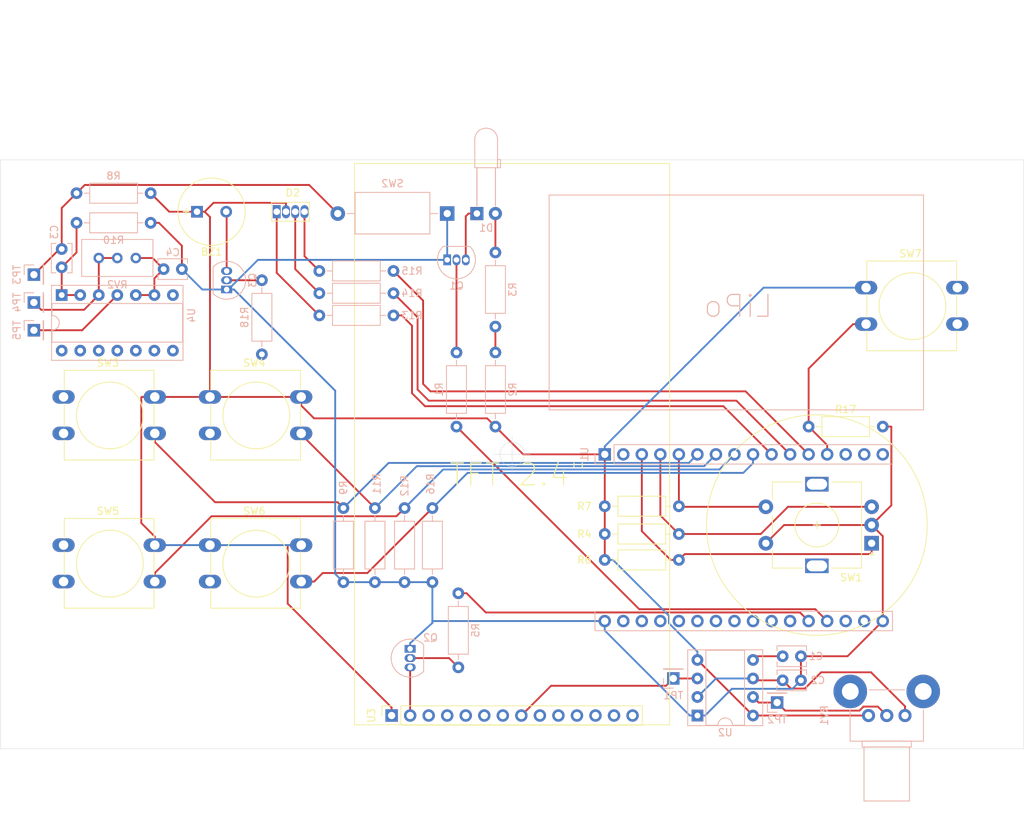
<source format=kicad_pcb>
(kicad_pcb (version 20171130) (host pcbnew 5.1.5-52549c5~84~ubuntu18.04.1)

  (general
    (thickness 1.6)
    (drawings 35)
    (tracks 235)
    (zones 0)
    (modules 50)
    (nets 57)
  )

  (page A4)
  (layers
    (0 F.Cu signal)
    (31 B.Cu signal)
    (32 B.Adhes user)
    (33 F.Adhes user)
    (34 B.Paste user)
    (35 F.Paste user)
    (36 B.SilkS user)
    (37 F.SilkS user)
    (38 B.Mask user)
    (39 F.Mask user)
    (40 Dwgs.User user hide)
    (41 Cmts.User user)
    (42 Eco1.User user)
    (43 Eco2.User user)
    (44 Edge.Cuts user)
    (45 Margin user)
    (46 B.CrtYd user)
    (47 F.CrtYd user hide)
    (48 B.Fab user hide)
    (49 F.Fab user hide)
  )

  (setup
    (last_trace_width 0.25)
    (trace_clearance 0.2)
    (zone_clearance 0.508)
    (zone_45_only no)
    (trace_min 0.2)
    (via_size 0.8)
    (via_drill 0.4)
    (via_min_size 0.4)
    (via_min_drill 0.3)
    (uvia_size 0.3)
    (uvia_drill 0.1)
    (uvias_allowed no)
    (uvia_min_size 0.2)
    (uvia_min_drill 0.1)
    (edge_width 0.05)
    (segment_width 0.2)
    (pcb_text_width 0.3)
    (pcb_text_size 1.5 1.5)
    (mod_edge_width 0.12)
    (mod_text_size 1 1)
    (mod_text_width 0.15)
    (pad_size 3.048 1.85)
    (pad_drill 1.3)
    (pad_to_mask_clearance 0.051)
    (solder_mask_min_width 0.25)
    (aux_axis_origin 128.27 -46.736)
    (grid_origin 128.27 -46.736)
    (visible_elements FFFFFF7F)
    (pcbplotparams
      (layerselection 0x010fc_ffffffff)
      (usegerberextensions false)
      (usegerberattributes false)
      (usegerberadvancedattributes false)
      (creategerberjobfile false)
      (excludeedgelayer true)
      (linewidth 0.100000)
      (plotframeref false)
      (viasonmask false)
      (mode 1)
      (useauxorigin false)
      (hpglpennumber 1)
      (hpglpenspeed 20)
      (hpglpendiameter 15.000000)
      (psnegative false)
      (psa4output false)
      (plotreference true)
      (plotvalue true)
      (plotinvisibletext false)
      (padsonsilk false)
      (subtractmaskfromsilk false)
      (outputformat 1)
      (mirror false)
      (drillshape 1)
      (scaleselection 1)
      (outputdirectory ""))
  )

  (net 0 "")
  (net 1 +3V3)
  (net 2 GND)
  (net 3 "Net-(C1-Pad1)")
  (net 4 "Net-(D1-Pad2)")
  (net 5 "Net-(D1-Pad1)")
  (net 6 "Net-(D2-Pad1)")
  (net 7 /Led_IR)
  (net 8 /Led_B)
  (net 9 /Led_G)
  (net 10 /Led_R)
  (net 11 /Btn_Blue)
  (net 12 /Btn_Yellow)
  (net 13 /Btn_Green)
  (net 14 /Btn_Red)
  (net 15 /Tilt)
  (net 16 "Net-(Q1-Pad2)")
  (net 17 "Net-(RV1-Pad2)")
  (net 18 "Net-(D2-Pad3)")
  (net 19 /CS)
  (net 20 /SCK)
  (net 21 /MOSI)
  (net 22 "Net-(U1-Pad22)")
  (net 23 "Net-(U1-Pad29)")
  (net 24 "Net-(U1-Pad23)")
  (net 25 "Net-(U1-Pad28)")
  (net 26 "Net-(U1-Pad16)")
  (net 27 "Net-(U1-Pad15)")
  (net 28 "Net-(U1-Pad14)")
  (net 29 "Net-(U1-Pad2)")
  (net 30 "Net-(C3-Pad1)")
  (net 31 /TR)
  (net 32 "Net-(Q2-Pad3)")
  (net 33 "Net-(Q2-Pad2)")
  (net 34 /Enc_Rot_P2)
  (net 35 /TFT_Pwr)
  (net 36 /Enc_Rot_P1)
  (net 37 /Enc_Rot_Btn)
  (net 38 /Btn_White)
  (net 39 "Net-(RV2-Pad2)")
  (net 40 /LED)
  (net 41 /Reset)
  (net 42 /DC)
  (net 43 /Buzzer)
  (net 44 "Net-(U1-Pad26)")
  (net 45 "Net-(C3-Pad2)")
  (net 46 "Net-(C4-Pad1)")
  (net 47 "Net-(R2-Pad2)")
  (net 48 "Net-(U3-Pad14)")
  (net 49 "Net-(U3-Pad13)")
  (net 50 "Net-(U3-Pad12)")
  (net 51 "Net-(U3-Pad11)")
  (net 52 "Net-(U3-Pad10)")
  (net 53 "Net-(U3-Pad9)")
  (net 54 "Net-(D2-Pad4)")
  (net 55 "Net-(BZ1-Pad2)")
  (net 56 "Net-(Q3-Pad2)")

  (net_class Default "Ceci est la Netclass par défaut."
    (clearance 0.2)
    (trace_width 0.25)
    (via_dia 0.8)
    (via_drill 0.4)
    (uvia_dia 0.3)
    (uvia_drill 0.1)
    (add_net +3V3)
    (add_net /Btn_Blue)
    (add_net /Btn_Green)
    (add_net /Btn_Red)
    (add_net /Btn_White)
    (add_net /Btn_Yellow)
    (add_net /Buzzer)
    (add_net /CS)
    (add_net /DC)
    (add_net /Enc_Rot_Btn)
    (add_net /Enc_Rot_P1)
    (add_net /Enc_Rot_P2)
    (add_net /LED)
    (add_net /Led_B)
    (add_net /Led_G)
    (add_net /Led_IR)
    (add_net /Led_R)
    (add_net /MOSI)
    (add_net /Reset)
    (add_net /SCK)
    (add_net /TFT_Pwr)
    (add_net /TR)
    (add_net /Tilt)
    (add_net GND)
    (add_net "Net-(BZ1-Pad2)")
    (add_net "Net-(C1-Pad1)")
    (add_net "Net-(C3-Pad1)")
    (add_net "Net-(C3-Pad2)")
    (add_net "Net-(C4-Pad1)")
    (add_net "Net-(D1-Pad1)")
    (add_net "Net-(D1-Pad2)")
    (add_net "Net-(D2-Pad1)")
    (add_net "Net-(D2-Pad3)")
    (add_net "Net-(D2-Pad4)")
    (add_net "Net-(Q1-Pad2)")
    (add_net "Net-(Q2-Pad2)")
    (add_net "Net-(Q2-Pad3)")
    (add_net "Net-(Q3-Pad2)")
    (add_net "Net-(R2-Pad2)")
    (add_net "Net-(RV1-Pad2)")
    (add_net "Net-(RV2-Pad2)")
    (add_net "Net-(U1-Pad14)")
    (add_net "Net-(U1-Pad15)")
    (add_net "Net-(U1-Pad16)")
    (add_net "Net-(U1-Pad2)")
    (add_net "Net-(U1-Pad22)")
    (add_net "Net-(U1-Pad23)")
    (add_net "Net-(U1-Pad26)")
    (add_net "Net-(U1-Pad28)")
    (add_net "Net-(U1-Pad29)")
    (add_net "Net-(U3-Pad10)")
    (add_net "Net-(U3-Pad11)")
    (add_net "Net-(U3-Pad12)")
    (add_net "Net-(U3-Pad13)")
    (add_net "Net-(U3-Pad14)")
    (add_net "Net-(U3-Pad9)")
  )

  (module Connector_PinHeader_2.54mm:PinHeader_1x01_P2.54mm_Vertical (layer B.Cu) (tedit 59FED5CC) (tstamp 5DE6BFF2)
    (at 62.738 -63.754 270)
    (descr "Through hole straight pin header, 1x01, 2.54mm pitch, single row")
    (tags "Through hole pin header THT 1x01 2.54mm single row")
    (path /5E14BBA2)
    (fp_text reference TP5 (at 0 2.33 90) (layer B.SilkS)
      (effects (font (size 1 1) (thickness 0.15)) (justify mirror))
    )
    (fp_text value TP_TiltOut (at 0 -2.33 90) (layer B.Fab)
      (effects (font (size 1 1) (thickness 0.15)) (justify mirror))
    )
    (fp_text user %R (at 0 0 180) (layer B.Fab)
      (effects (font (size 1 1) (thickness 0.15)) (justify mirror))
    )
    (fp_line (start 1.8 1.8) (end -1.8 1.8) (layer B.CrtYd) (width 0.05))
    (fp_line (start 1.8 -1.8) (end 1.8 1.8) (layer B.CrtYd) (width 0.05))
    (fp_line (start -1.8 -1.8) (end 1.8 -1.8) (layer B.CrtYd) (width 0.05))
    (fp_line (start -1.8 1.8) (end -1.8 -1.8) (layer B.CrtYd) (width 0.05))
    (fp_line (start -1.33 1.33) (end 0 1.33) (layer B.SilkS) (width 0.12))
    (fp_line (start -1.33 0) (end -1.33 1.33) (layer B.SilkS) (width 0.12))
    (fp_line (start -1.33 -1.27) (end 1.33 -1.27) (layer B.SilkS) (width 0.12))
    (fp_line (start 1.33 -1.27) (end 1.33 -1.33) (layer B.SilkS) (width 0.12))
    (fp_line (start -1.33 -1.27) (end -1.33 -1.33) (layer B.SilkS) (width 0.12))
    (fp_line (start -1.33 -1.33) (end 1.33 -1.33) (layer B.SilkS) (width 0.12))
    (fp_line (start -1.27 0.635) (end -0.635 1.27) (layer B.Fab) (width 0.1))
    (fp_line (start -1.27 -1.27) (end -1.27 0.635) (layer B.Fab) (width 0.1))
    (fp_line (start 1.27 -1.27) (end -1.27 -1.27) (layer B.Fab) (width 0.1))
    (fp_line (start 1.27 1.27) (end 1.27 -1.27) (layer B.Fab) (width 0.1))
    (fp_line (start -0.635 1.27) (end 1.27 1.27) (layer B.Fab) (width 0.1))
    (pad 1 thru_hole rect (at 0 0 270) (size 1.7 1.7) (drill 1) (layers *.Cu *.Mask)
      (net 15 /Tilt))
    (model ${KISYS3DMOD}/Connector_PinHeader_2.54mm.3dshapes/PinHeader_1x01_P2.54mm_Vertical.wrl
      (at (xyz 0 0 0))
      (scale (xyz 1 1 1))
      (rotate (xyz 0 0 0))
    )
  )

  (module Connector_PinHeader_2.54mm:PinHeader_1x01_P2.54mm_Vertical (layer B.Cu) (tedit 59FED5CC) (tstamp 5DE6BFE5)
    (at 62.738 -67.564 270)
    (descr "Through hole straight pin header, 1x01, 2.54mm pitch, single row")
    (tags "Through hole pin header THT 1x01 2.54mm single row")
    (path /5E14BA4E)
    (fp_text reference TP4 (at 0 2.33 90) (layer B.SilkS)
      (effects (font (size 1 1) (thickness 0.15)) (justify mirror))
    )
    (fp_text value TP_TiltM (at 0 -2.33 90) (layer B.Fab)
      (effects (font (size 1 1) (thickness 0.15)) (justify mirror))
    )
    (fp_text user %R (at 0 0 180) (layer B.Fab)
      (effects (font (size 1 1) (thickness 0.15)) (justify mirror))
    )
    (fp_line (start 1.8 1.8) (end -1.8 1.8) (layer B.CrtYd) (width 0.05))
    (fp_line (start 1.8 -1.8) (end 1.8 1.8) (layer B.CrtYd) (width 0.05))
    (fp_line (start -1.8 -1.8) (end 1.8 -1.8) (layer B.CrtYd) (width 0.05))
    (fp_line (start -1.8 1.8) (end -1.8 -1.8) (layer B.CrtYd) (width 0.05))
    (fp_line (start -1.33 1.33) (end 0 1.33) (layer B.SilkS) (width 0.12))
    (fp_line (start -1.33 0) (end -1.33 1.33) (layer B.SilkS) (width 0.12))
    (fp_line (start -1.33 -1.27) (end 1.33 -1.27) (layer B.SilkS) (width 0.12))
    (fp_line (start 1.33 -1.27) (end 1.33 -1.33) (layer B.SilkS) (width 0.12))
    (fp_line (start -1.33 -1.27) (end -1.33 -1.33) (layer B.SilkS) (width 0.12))
    (fp_line (start -1.33 -1.33) (end 1.33 -1.33) (layer B.SilkS) (width 0.12))
    (fp_line (start -1.27 0.635) (end -0.635 1.27) (layer B.Fab) (width 0.1))
    (fp_line (start -1.27 -1.27) (end -1.27 0.635) (layer B.Fab) (width 0.1))
    (fp_line (start 1.27 -1.27) (end -1.27 -1.27) (layer B.Fab) (width 0.1))
    (fp_line (start 1.27 1.27) (end 1.27 -1.27) (layer B.Fab) (width 0.1))
    (fp_line (start -0.635 1.27) (end 1.27 1.27) (layer B.Fab) (width 0.1))
    (pad 1 thru_hole rect (at 0 0 270) (size 1.7 1.7) (drill 1) (layers *.Cu *.Mask)
      (net 39 "Net-(RV2-Pad2)"))
    (model ${KISYS3DMOD}/Connector_PinHeader_2.54mm.3dshapes/PinHeader_1x01_P2.54mm_Vertical.wrl
      (at (xyz 0 0 0))
      (scale (xyz 1 1 1))
      (rotate (xyz 0 0 0))
    )
  )

  (module Connector_PinHeader_2.54mm:PinHeader_1x01_P2.54mm_Vertical (layer B.Cu) (tedit 59FED5CC) (tstamp 5DE6BFD8)
    (at 62.738 -71.374 270)
    (descr "Through hole straight pin header, 1x01, 2.54mm pitch, single row")
    (tags "Through hole pin header THT 1x01 2.54mm single row")
    (path /5E14B6DD)
    (fp_text reference TP3 (at 0 2.33 90) (layer B.SilkS)
      (effects (font (size 1 1) (thickness 0.15)) (justify mirror))
    )
    (fp_text value TP_TiltIn (at 0 -2.33 90) (layer B.Fab)
      (effects (font (size 1 1) (thickness 0.15)) (justify mirror))
    )
    (fp_text user %R (at 0 0 180) (layer B.Fab)
      (effects (font (size 1 1) (thickness 0.15)) (justify mirror))
    )
    (fp_line (start 1.8 1.8) (end -1.8 1.8) (layer B.CrtYd) (width 0.05))
    (fp_line (start 1.8 -1.8) (end 1.8 1.8) (layer B.CrtYd) (width 0.05))
    (fp_line (start -1.8 -1.8) (end 1.8 -1.8) (layer B.CrtYd) (width 0.05))
    (fp_line (start -1.8 1.8) (end -1.8 -1.8) (layer B.CrtYd) (width 0.05))
    (fp_line (start -1.33 1.33) (end 0 1.33) (layer B.SilkS) (width 0.12))
    (fp_line (start -1.33 0) (end -1.33 1.33) (layer B.SilkS) (width 0.12))
    (fp_line (start -1.33 -1.27) (end 1.33 -1.27) (layer B.SilkS) (width 0.12))
    (fp_line (start 1.33 -1.27) (end 1.33 -1.33) (layer B.SilkS) (width 0.12))
    (fp_line (start -1.33 -1.27) (end -1.33 -1.33) (layer B.SilkS) (width 0.12))
    (fp_line (start -1.33 -1.33) (end 1.33 -1.33) (layer B.SilkS) (width 0.12))
    (fp_line (start -1.27 0.635) (end -0.635 1.27) (layer B.Fab) (width 0.1))
    (fp_line (start -1.27 -1.27) (end -1.27 0.635) (layer B.Fab) (width 0.1))
    (fp_line (start 1.27 -1.27) (end -1.27 -1.27) (layer B.Fab) (width 0.1))
    (fp_line (start 1.27 1.27) (end 1.27 -1.27) (layer B.Fab) (width 0.1))
    (fp_line (start -0.635 1.27) (end 1.27 1.27) (layer B.Fab) (width 0.1))
    (pad 1 thru_hole rect (at 0 0 270) (size 1.7 1.7) (drill 1) (layers *.Cu *.Mask)
      (net 45 "Net-(C3-Pad2)"))
    (model ${KISYS3DMOD}/Connector_PinHeader_2.54mm.3dshapes/PinHeader_1x01_P2.54mm_Vertical.wrl
      (at (xyz 0 0 0))
      (scale (xyz 1 1 1))
      (rotate (xyz 0 0 0))
    )
  )

  (module Connector_PinHeader_2.54mm:PinHeader_1x01_P2.54mm_Vertical (layer B.Cu) (tedit 59FED5CC) (tstamp 5DE3F00D)
    (at 164.592 -12.7)
    (descr "Through hole straight pin header, 1x01, 2.54mm pitch, single row")
    (tags "Through hole pin header THT 1x01 2.54mm single row")
    (path /5DF48133)
    (fp_text reference TP2 (at 0 2.33) (layer B.SilkS)
      (effects (font (size 1 1) (thickness 0.15)) (justify mirror))
    )
    (fp_text value TP_POT (at 0 -2.33) (layer B.Fab)
      (effects (font (size 1 1) (thickness 0.15)) (justify mirror))
    )
    (fp_text user %R (at 0 0 -90) (layer B.Fab)
      (effects (font (size 1 1) (thickness 0.15)) (justify mirror))
    )
    (fp_line (start 1.8 1.8) (end -1.8 1.8) (layer B.CrtYd) (width 0.05))
    (fp_line (start 1.8 -1.8) (end 1.8 1.8) (layer B.CrtYd) (width 0.05))
    (fp_line (start -1.8 -1.8) (end 1.8 -1.8) (layer B.CrtYd) (width 0.05))
    (fp_line (start -1.8 1.8) (end -1.8 -1.8) (layer B.CrtYd) (width 0.05))
    (fp_line (start -1.33 1.33) (end 0 1.33) (layer B.SilkS) (width 0.12))
    (fp_line (start -1.33 0) (end -1.33 1.33) (layer B.SilkS) (width 0.12))
    (fp_line (start -1.33 -1.27) (end 1.33 -1.27) (layer B.SilkS) (width 0.12))
    (fp_line (start 1.33 -1.27) (end 1.33 -1.33) (layer B.SilkS) (width 0.12))
    (fp_line (start -1.33 -1.27) (end -1.33 -1.33) (layer B.SilkS) (width 0.12))
    (fp_line (start -1.33 -1.33) (end 1.33 -1.33) (layer B.SilkS) (width 0.12))
    (fp_line (start -1.27 0.635) (end -0.635 1.27) (layer B.Fab) (width 0.1))
    (fp_line (start -1.27 -1.27) (end -1.27 0.635) (layer B.Fab) (width 0.1))
    (fp_line (start 1.27 -1.27) (end -1.27 -1.27) (layer B.Fab) (width 0.1))
    (fp_line (start 1.27 1.27) (end 1.27 -1.27) (layer B.Fab) (width 0.1))
    (fp_line (start -0.635 1.27) (end 1.27 1.27) (layer B.Fab) (width 0.1))
    (pad 1 thru_hole rect (at 0 0) (size 1.7 1.7) (drill 1) (layers *.Cu *.Mask)
      (net 17 "Net-(RV1-Pad2)"))
    (model ${KISYS3DMOD}/Connector_PinHeader_2.54mm.3dshapes/PinHeader_1x01_P2.54mm_Vertical.wrl
      (at (xyz 0 0 0))
      (scale (xyz 1 1 1))
      (rotate (xyz 0 0 0))
    )
  )

  (module Connector_PinHeader_2.54mm:PinHeader_1x01_P2.54mm_Vertical (layer B.Cu) (tedit 59FED5CC) (tstamp 5DE3EFFF)
    (at 150.368 -16.002)
    (descr "Through hole straight pin header, 1x01, 2.54mm pitch, single row")
    (tags "Through hole pin header THT 1x01 2.54mm single row")
    (path /5DF41A81)
    (fp_text reference TP1 (at 0 2.33) (layer B.SilkS)
      (effects (font (size 1 1) (thickness 0.15)) (justify mirror))
    )
    (fp_text value TP_LED (at 0 -2.33) (layer B.Fab)
      (effects (font (size 1 1) (thickness 0.15)) (justify mirror))
    )
    (fp_text user %R (at 0 0 -90) (layer B.Fab)
      (effects (font (size 1 1) (thickness 0.15)) (justify mirror))
    )
    (fp_line (start 1.8 1.8) (end -1.8 1.8) (layer B.CrtYd) (width 0.05))
    (fp_line (start 1.8 -1.8) (end 1.8 1.8) (layer B.CrtYd) (width 0.05))
    (fp_line (start -1.8 -1.8) (end 1.8 -1.8) (layer B.CrtYd) (width 0.05))
    (fp_line (start -1.8 1.8) (end -1.8 -1.8) (layer B.CrtYd) (width 0.05))
    (fp_line (start -1.33 1.33) (end 0 1.33) (layer B.SilkS) (width 0.12))
    (fp_line (start -1.33 0) (end -1.33 1.33) (layer B.SilkS) (width 0.12))
    (fp_line (start -1.33 -1.27) (end 1.33 -1.27) (layer B.SilkS) (width 0.12))
    (fp_line (start 1.33 -1.27) (end 1.33 -1.33) (layer B.SilkS) (width 0.12))
    (fp_line (start -1.33 -1.27) (end -1.33 -1.33) (layer B.SilkS) (width 0.12))
    (fp_line (start -1.33 -1.33) (end 1.33 -1.33) (layer B.SilkS) (width 0.12))
    (fp_line (start -1.27 0.635) (end -0.635 1.27) (layer B.Fab) (width 0.1))
    (fp_line (start -1.27 -1.27) (end -1.27 0.635) (layer B.Fab) (width 0.1))
    (fp_line (start 1.27 -1.27) (end -1.27 -1.27) (layer B.Fab) (width 0.1))
    (fp_line (start 1.27 1.27) (end 1.27 -1.27) (layer B.Fab) (width 0.1))
    (fp_line (start -0.635 1.27) (end 1.27 1.27) (layer B.Fab) (width 0.1))
    (pad 1 thru_hole rect (at 0 0) (size 1.7 1.7) (drill 1) (layers *.Cu *.Mask)
      (net 40 /LED))
    (model ${KISYS3DMOD}/Connector_PinHeader_2.54mm.3dshapes/PinHeader_1x01_P2.54mm_Vertical.wrl
      (at (xyz 0 0 0))
      (scale (xyz 1 1 1))
      (rotate (xyz 0 0 0))
    )
  )

  (module MountingHole:MountingHole_2.1mm (layer F.Cu) (tedit 5B924765) (tstamp 5DE4D86C)
    (at 186.944 -79.502)
    (descr "Mounting Hole 2.1mm, no annular")
    (tags "mounting hole 2.1mm no annular")
    (attr virtual)
    (fp_text reference REF** (at 0 -3.2) (layer F.SilkS) hide
      (effects (font (size 1 1) (thickness 0.15)))
    )
    (fp_text value MountingHole_2.1mm (at 0 3.2) (layer F.Fab)
      (effects (font (size 1 1) (thickness 0.15)))
    )
    (fp_text user %R (at 0.3 0) (layer F.Fab)
      (effects (font (size 1 1) (thickness 0.15)))
    )
    (fp_circle (center 0 0) (end 2.1 0) (layer Cmts.User) (width 0.15))
    (fp_circle (center 0 0) (end 2.35 0) (layer F.CrtYd) (width 0.05))
    (pad "" np_thru_hole circle (at 0 0) (size 2.1 2.1) (drill 2.1) (layers *.Cu *.Mask))
  )

  (module MountingHole:MountingHole_2.1mm (layer F.Cu) (tedit 5B924765) (tstamp 5DE4D5D9)
    (at 186.944 -50.8)
    (descr "Mounting Hole 2.1mm, no annular")
    (tags "mounting hole 2.1mm no annular")
    (attr virtual)
    (fp_text reference REF** (at 0 -3.2) (layer F.SilkS) hide
      (effects (font (size 1 1) (thickness 0.15)))
    )
    (fp_text value MountingHole_2.1mm (at 0 3.2) (layer F.Fab)
      (effects (font (size 1 1) (thickness 0.15)))
    )
    (fp_circle (center 0 0) (end 2.35 0) (layer F.CrtYd) (width 0.05))
    (fp_circle (center 0 0) (end 2.1 0) (layer Cmts.User) (width 0.15))
    (fp_text user %R (at 0.3 0) (layer F.Fab)
      (effects (font (size 1 1) (thickness 0.15)))
    )
    (pad "" np_thru_hole circle (at 0 0) (size 2.1 2.1) (drill 2.1) (layers *.Cu *.Mask))
  )

  (module MountingHole:MountingHole_2.1mm (layer F.Cu) (tedit 5B924765) (tstamp 5DE4D5A1)
    (at 131.064 -50.8)
    (descr "Mounting Hole 2.1mm, no annular")
    (tags "mounting hole 2.1mm no annular")
    (attr virtual)
    (fp_text reference REF** (at 0 -3.2) (layer F.SilkS) hide
      (effects (font (size 1 1) (thickness 0.15)))
    )
    (fp_text value MountingHole_2.1mm (at 0 3.2) (layer F.Fab)
      (effects (font (size 1 1) (thickness 0.15)))
    )
    (fp_text user %R (at 0.3 0) (layer F.Fab)
      (effects (font (size 1 1) (thickness 0.15)))
    )
    (fp_circle (center 0 0) (end 2.1 0) (layer Cmts.User) (width 0.15))
    (fp_circle (center 0 0) (end 2.35 0) (layer F.CrtYd) (width 0.05))
    (pad "" np_thru_hole circle (at 0 0) (size 2.1 2.1) (drill 2.1) (layers *.Cu *.Mask))
  )

  (module MountingHole:MountingHole_2.1mm (layer F.Cu) (tedit 5B924765) (tstamp 5DE4D899)
    (at 131.064 -79.502)
    (descr "Mounting Hole 2.1mm, no annular")
    (tags "mounting hole 2.1mm no annular")
    (attr virtual)
    (fp_text reference REF** (at 0 -3.2) (layer F.SilkS) hide
      (effects (font (size 1 1) (thickness 0.15)))
    )
    (fp_text value MountingHole_2.1mm (at 0 3.2) (layer F.Fab)
      (effects (font (size 1 1) (thickness 0.15)))
    )
    (fp_circle (center 0 0) (end 2.35 0) (layer F.CrtYd) (width 0.05))
    (fp_circle (center 0 0) (end 2.1 0) (layer Cmts.User) (width 0.15))
    (fp_text user %R (at 0.3 0) (layer F.Fab)
      (effects (font (size 1 1) (thickness 0.15)))
    )
    (pad "" np_thru_hole circle (at 0 0) (size 2.1 2.1) (drill 2.1) (layers *.Cu *.Mask))
  )

  (module Resistor_THT:R_Axial_DIN0207_L6.3mm_D2.5mm_P10.16mm_Horizontal (layer B.Cu) (tedit 5AE5139B) (tstamp 5DE4A91E)
    (at 93.98 -70.612 270)
    (descr "Resistor, Axial_DIN0207 series, Axial, Horizontal, pin pitch=10.16mm, 0.25W = 1/4W, length*diameter=6.3*2.5mm^2, http://cdn-reichelt.de/documents/datenblatt/B400/1_4W%23YAG.pdf")
    (tags "Resistor Axial_DIN0207 series Axial Horizontal pin pitch 10.16mm 0.25W = 1/4W length 6.3mm diameter 2.5mm")
    (path /5E0D2AB6)
    (fp_text reference R18 (at 5.08 2.37 270) (layer B.SilkS)
      (effects (font (size 1 1) (thickness 0.15)) (justify mirror))
    )
    (fp_text value 1k (at 5.08 -2.37 270) (layer B.Fab)
      (effects (font (size 1 1) (thickness 0.15)) (justify mirror))
    )
    (fp_text user %R (at 5.08 0 270) (layer B.Fab)
      (effects (font (size 1 1) (thickness 0.15)) (justify mirror))
    )
    (fp_line (start 11.21 1.5) (end -1.05 1.5) (layer B.CrtYd) (width 0.05))
    (fp_line (start 11.21 -1.5) (end 11.21 1.5) (layer B.CrtYd) (width 0.05))
    (fp_line (start -1.05 -1.5) (end 11.21 -1.5) (layer B.CrtYd) (width 0.05))
    (fp_line (start -1.05 1.5) (end -1.05 -1.5) (layer B.CrtYd) (width 0.05))
    (fp_line (start 9.12 0) (end 8.35 0) (layer B.SilkS) (width 0.12))
    (fp_line (start 1.04 0) (end 1.81 0) (layer B.SilkS) (width 0.12))
    (fp_line (start 8.35 1.37) (end 1.81 1.37) (layer B.SilkS) (width 0.12))
    (fp_line (start 8.35 -1.37) (end 8.35 1.37) (layer B.SilkS) (width 0.12))
    (fp_line (start 1.81 -1.37) (end 8.35 -1.37) (layer B.SilkS) (width 0.12))
    (fp_line (start 1.81 1.37) (end 1.81 -1.37) (layer B.SilkS) (width 0.12))
    (fp_line (start 10.16 0) (end 8.23 0) (layer B.Fab) (width 0.1))
    (fp_line (start 0 0) (end 1.93 0) (layer B.Fab) (width 0.1))
    (fp_line (start 8.23 1.25) (end 1.93 1.25) (layer B.Fab) (width 0.1))
    (fp_line (start 8.23 -1.25) (end 8.23 1.25) (layer B.Fab) (width 0.1))
    (fp_line (start 1.93 -1.25) (end 8.23 -1.25) (layer B.Fab) (width 0.1))
    (fp_line (start 1.93 1.25) (end 1.93 -1.25) (layer B.Fab) (width 0.1))
    (pad 2 thru_hole oval (at 10.16 0 270) (size 1.6 1.6) (drill 0.8) (layers *.Cu *.Mask)
      (net 43 /Buzzer))
    (pad 1 thru_hole circle (at 0 0 270) (size 1.6 1.6) (drill 0.8) (layers *.Cu *.Mask)
      (net 56 "Net-(Q3-Pad2)"))
    (model ${KISYS3DMOD}/Resistor_THT.3dshapes/R_Axial_DIN0207_L6.3mm_D2.5mm_P10.16mm_Horizontal.wrl
      (at (xyz 0 0 0))
      (scale (xyz 1 1 1))
      (rotate (xyz 0 0 0))
    )
  )

  (module Package_TO_SOT_THT:TO-92_Inline (layer B.Cu) (tedit 5A1DD157) (tstamp 5DE4A61B)
    (at 89.154 -69.342 90)
    (descr "TO-92 leads in-line, narrow, oval pads, drill 0.75mm (see NXP sot054_po.pdf)")
    (tags "to-92 sc-43 sc-43a sot54 PA33 transistor")
    (path /5E0D1BAA)
    (fp_text reference Q3 (at 1.27 3.56 270) (layer B.SilkS)
      (effects (font (size 1 1) (thickness 0.15)) (justify mirror))
    )
    (fp_text value 2N3904 (at 1.27 -2.79 270) (layer B.Fab)
      (effects (font (size 1 1) (thickness 0.15)) (justify mirror))
    )
    (fp_arc (start 1.27 0) (end 1.27 2.6) (angle -135) (layer B.SilkS) (width 0.12))
    (fp_arc (start 1.27 0) (end 1.27 2.48) (angle 135) (layer B.Fab) (width 0.1))
    (fp_arc (start 1.27 0) (end 1.27 2.6) (angle 135) (layer B.SilkS) (width 0.12))
    (fp_arc (start 1.27 0) (end 1.27 2.48) (angle -135) (layer B.Fab) (width 0.1))
    (fp_line (start 4 -2.01) (end -1.46 -2.01) (layer B.CrtYd) (width 0.05))
    (fp_line (start 4 -2.01) (end 4 2.73) (layer B.CrtYd) (width 0.05))
    (fp_line (start -1.46 2.73) (end -1.46 -2.01) (layer B.CrtYd) (width 0.05))
    (fp_line (start -1.46 2.73) (end 4 2.73) (layer B.CrtYd) (width 0.05))
    (fp_line (start -0.5 -1.75) (end 3 -1.75) (layer B.Fab) (width 0.1))
    (fp_line (start -0.53 -1.85) (end 3.07 -1.85) (layer B.SilkS) (width 0.12))
    (fp_text user %R (at 1.27 3.56 270) (layer B.Fab)
      (effects (font (size 1 1) (thickness 0.15)) (justify mirror))
    )
    (pad 1 thru_hole rect (at 0 0 90) (size 1.05 1.5) (drill 0.75) (layers *.Cu *.Mask)
      (net 2 GND))
    (pad 3 thru_hole oval (at 2.54 0 90) (size 1.05 1.5) (drill 0.75) (layers *.Cu *.Mask)
      (net 55 "Net-(BZ1-Pad2)"))
    (pad 2 thru_hole oval (at 1.27 0 90) (size 1.05 1.5) (drill 0.75) (layers *.Cu *.Mask)
      (net 56 "Net-(Q3-Pad2)"))
    (model ${KISYS3DMOD}/Package_TO_SOT_THT.3dshapes/TO-92_Inline.wrl
      (at (xyz 0 0 0))
      (scale (xyz 1 1 1))
      (rotate (xyz 0 0 0))
    )
  )

  (module Buzzer_Beeper:MagneticBuzzer_PUI_AT-0927-TT-6-R (layer F.Cu) (tedit 5D61BE61) (tstamp 5DE4A4AB)
    (at 85.09 -80.01)
    (descr "Buzzer Magnetic 9mm AT-0927-TT-6-R, http://www.puiaudio.com/pdf/AT-0927-TT-6-R.pdf")
    (tags "Buzzer Magnetic 9mm AT-0927-TT-6-R")
    (path /5E0CFC7D)
    (fp_text reference BZ1 (at 2 5.5) (layer F.SilkS)
      (effects (font (size 1 1) (thickness 0.15)))
    )
    (fp_text value Buzzer (at 2 7) (layer F.Fab)
      (effects (font (size 1 1) (thickness 0.15)))
    )
    (fp_circle (center 2 0) (end 6.75 0) (layer F.CrtYd) (width 0.05))
    (fp_circle (center 2 0) (end 6.5 0) (layer F.Fab) (width 0.1))
    (fp_text user + (at -1.5 -0.1) (layer F.SilkS)
      (effects (font (size 1 1) (thickness 0.15)))
    )
    (fp_text user + (at -1.5 -0.1) (layer F.Fab)
      (effects (font (size 1 1) (thickness 0.15)))
    )
    (fp_text user %R (at 2 2) (layer F.Fab)
      (effects (font (size 1 1) (thickness 0.15)))
    )
    (fp_circle (center 2 0) (end 6.62 0) (layer F.SilkS) (width 0.12))
    (pad 2 thru_hole circle (at 4 0) (size 1.6 1.6) (drill 0.9) (layers *.Cu *.Mask)
      (net 55 "Net-(BZ1-Pad2)"))
    (pad 1 thru_hole rect (at 0 0) (size 1.6 1.6) (drill 0.9) (layers *.Cu *.Mask)
      (net 1 +3V3))
    (model ${KISYS3DMOD}/Buzzer_Beeper.3dshapes/MagneticBuzzer_PUI_AT-0927-TT-6-R.wrl
      (at (xyz 0 0 0))
      (scale (xyz 1 1 1))
      (rotate (xyz 0 0 0))
    )
  )

  (module Resistor_THT:R_Axial_DIN0207_L6.3mm_D2.5mm_P10.16mm_Horizontal (layer B.Cu) (tedit 5AE5139B) (tstamp 5DE483DA)
    (at 101.854 -65.786)
    (descr "Resistor, Axial_DIN0207 series, Axial, Horizontal, pin pitch=10.16mm, 0.25W = 1/4W, length*diameter=6.3*2.5mm^2, http://cdn-reichelt.de/documents/datenblatt/B400/1_4W%23YAG.pdf")
    (tags "Resistor Axial_DIN0207 series Axial Horizontal pin pitch 10.16mm 0.25W = 1/4W length 6.3mm diameter 2.5mm")
    (path /5D53160B)
    (fp_text reference R13 (at 12.7 0) (layer B.SilkS)
      (effects (font (size 1 1) (thickness 0.15)) (justify mirror))
    )
    (fp_text value 22 (at 5.08 -2.37) (layer B.Fab)
      (effects (font (size 1 1) (thickness 0.15)) (justify mirror))
    )
    (fp_text user %R (at 5.08 0) (layer B.Fab)
      (effects (font (size 1 1) (thickness 0.15)) (justify mirror))
    )
    (fp_line (start 11.21 1.5) (end -1.05 1.5) (layer B.CrtYd) (width 0.05))
    (fp_line (start 11.21 -1.5) (end 11.21 1.5) (layer B.CrtYd) (width 0.05))
    (fp_line (start -1.05 -1.5) (end 11.21 -1.5) (layer B.CrtYd) (width 0.05))
    (fp_line (start -1.05 1.5) (end -1.05 -1.5) (layer B.CrtYd) (width 0.05))
    (fp_line (start 9.12 0) (end 8.35 0) (layer B.SilkS) (width 0.12))
    (fp_line (start 1.04 0) (end 1.81 0) (layer B.SilkS) (width 0.12))
    (fp_line (start 8.35 1.37) (end 1.81 1.37) (layer B.SilkS) (width 0.12))
    (fp_line (start 8.35 -1.37) (end 8.35 1.37) (layer B.SilkS) (width 0.12))
    (fp_line (start 1.81 -1.37) (end 8.35 -1.37) (layer B.SilkS) (width 0.12))
    (fp_line (start 1.81 1.37) (end 1.81 -1.37) (layer B.SilkS) (width 0.12))
    (fp_line (start 10.16 0) (end 8.23 0) (layer B.Fab) (width 0.1))
    (fp_line (start 0 0) (end 1.93 0) (layer B.Fab) (width 0.1))
    (fp_line (start 8.23 1.25) (end 1.93 1.25) (layer B.Fab) (width 0.1))
    (fp_line (start 8.23 -1.25) (end 8.23 1.25) (layer B.Fab) (width 0.1))
    (fp_line (start 1.93 -1.25) (end 8.23 -1.25) (layer B.Fab) (width 0.1))
    (fp_line (start 1.93 1.25) (end 1.93 -1.25) (layer B.Fab) (width 0.1))
    (pad 2 thru_hole oval (at 10.16 0) (size 1.6 1.6) (drill 0.8) (layers *.Cu *.Mask)
      (net 10 /Led_R))
    (pad 1 thru_hole circle (at 0 0) (size 1.6 1.6) (drill 0.8) (layers *.Cu *.Mask)
      (net 6 "Net-(D2-Pad1)"))
    (model ${KISYS3DMOD}/Resistor_THT.3dshapes/R_Axial_DIN0207_L6.3mm_D2.5mm_P10.16mm_Horizontal.wrl
      (at (xyz 0 0 0))
      (scale (xyz 1 1 1))
      (rotate (xyz 0 0 0))
    )
  )

  (module Resistor_THT:R_Axial_DIN0207_L6.3mm_D2.5mm_P10.16mm_Horizontal (layer B.Cu) (tedit 5AE5139B) (tstamp 5DE48398)
    (at 101.854 -71.882)
    (descr "Resistor, Axial_DIN0207 series, Axial, Horizontal, pin pitch=10.16mm, 0.25W = 1/4W, length*diameter=6.3*2.5mm^2, http://cdn-reichelt.de/documents/datenblatt/B400/1_4W%23YAG.pdf")
    (tags "Resistor Axial_DIN0207 series Axial Horizontal pin pitch 10.16mm 0.25W = 1/4W length 6.3mm diameter 2.5mm")
    (path /5D531E85)
    (fp_text reference R15 (at 12.7 0) (layer B.SilkS)
      (effects (font (size 1 1) (thickness 0.15)) (justify mirror))
    )
    (fp_text value 22 (at 5.08 -2.37) (layer B.Fab)
      (effects (font (size 1 1) (thickness 0.15)) (justify mirror))
    )
    (fp_text user %R (at 5.08 0) (layer B.Fab)
      (effects (font (size 1 1) (thickness 0.15)) (justify mirror))
    )
    (fp_line (start 11.21 1.5) (end -1.05 1.5) (layer B.CrtYd) (width 0.05))
    (fp_line (start 11.21 -1.5) (end 11.21 1.5) (layer B.CrtYd) (width 0.05))
    (fp_line (start -1.05 -1.5) (end 11.21 -1.5) (layer B.CrtYd) (width 0.05))
    (fp_line (start -1.05 1.5) (end -1.05 -1.5) (layer B.CrtYd) (width 0.05))
    (fp_line (start 9.12 0) (end 8.35 0) (layer B.SilkS) (width 0.12))
    (fp_line (start 1.04 0) (end 1.81 0) (layer B.SilkS) (width 0.12))
    (fp_line (start 8.35 1.37) (end 1.81 1.37) (layer B.SilkS) (width 0.12))
    (fp_line (start 8.35 -1.37) (end 8.35 1.37) (layer B.SilkS) (width 0.12))
    (fp_line (start 1.81 -1.37) (end 8.35 -1.37) (layer B.SilkS) (width 0.12))
    (fp_line (start 1.81 1.37) (end 1.81 -1.37) (layer B.SilkS) (width 0.12))
    (fp_line (start 10.16 0) (end 8.23 0) (layer B.Fab) (width 0.1))
    (fp_line (start 0 0) (end 1.93 0) (layer B.Fab) (width 0.1))
    (fp_line (start 8.23 1.25) (end 1.93 1.25) (layer B.Fab) (width 0.1))
    (fp_line (start 8.23 -1.25) (end 8.23 1.25) (layer B.Fab) (width 0.1))
    (fp_line (start 1.93 -1.25) (end 8.23 -1.25) (layer B.Fab) (width 0.1))
    (fp_line (start 1.93 1.25) (end 1.93 -1.25) (layer B.Fab) (width 0.1))
    (pad 2 thru_hole oval (at 10.16 0) (size 1.6 1.6) (drill 0.8) (layers *.Cu *.Mask)
      (net 8 /Led_B))
    (pad 1 thru_hole circle (at 0 0) (size 1.6 1.6) (drill 0.8) (layers *.Cu *.Mask)
      (net 54 "Net-(D2-Pad4)"))
    (model ${KISYS3DMOD}/Resistor_THT.3dshapes/R_Axial_DIN0207_L6.3mm_D2.5mm_P10.16mm_Horizontal.wrl
      (at (xyz 0 0 0))
      (scale (xyz 1 1 1))
      (rotate (xyz 0 0 0))
    )
  )

  (module Resistor_THT:R_Axial_DIN0207_L6.3mm_D2.5mm_P10.16mm_Horizontal (layer B.Cu) (tedit 5AE5139B) (tstamp 5DE48356)
    (at 101.854 -68.834)
    (descr "Resistor, Axial_DIN0207 series, Axial, Horizontal, pin pitch=10.16mm, 0.25W = 1/4W, length*diameter=6.3*2.5mm^2, http://cdn-reichelt.de/documents/datenblatt/B400/1_4W%23YAG.pdf")
    (tags "Resistor Axial_DIN0207 series Axial Horizontal pin pitch 10.16mm 0.25W = 1/4W length 6.3mm diameter 2.5mm")
    (path /5D531B1B)
    (fp_text reference R14 (at 12.7 0) (layer B.SilkS)
      (effects (font (size 1 1) (thickness 0.15)) (justify mirror))
    )
    (fp_text value 22 (at 5.08 -2.37) (layer B.Fab)
      (effects (font (size 1 1) (thickness 0.15)) (justify mirror))
    )
    (fp_text user %R (at 5.08 0) (layer B.Fab)
      (effects (font (size 1 1) (thickness 0.15)) (justify mirror))
    )
    (fp_line (start 11.21 1.5) (end -1.05 1.5) (layer B.CrtYd) (width 0.05))
    (fp_line (start 11.21 -1.5) (end 11.21 1.5) (layer B.CrtYd) (width 0.05))
    (fp_line (start -1.05 -1.5) (end 11.21 -1.5) (layer B.CrtYd) (width 0.05))
    (fp_line (start -1.05 1.5) (end -1.05 -1.5) (layer B.CrtYd) (width 0.05))
    (fp_line (start 9.12 0) (end 8.35 0) (layer B.SilkS) (width 0.12))
    (fp_line (start 1.04 0) (end 1.81 0) (layer B.SilkS) (width 0.12))
    (fp_line (start 8.35 1.37) (end 1.81 1.37) (layer B.SilkS) (width 0.12))
    (fp_line (start 8.35 -1.37) (end 8.35 1.37) (layer B.SilkS) (width 0.12))
    (fp_line (start 1.81 -1.37) (end 8.35 -1.37) (layer B.SilkS) (width 0.12))
    (fp_line (start 1.81 1.37) (end 1.81 -1.37) (layer B.SilkS) (width 0.12))
    (fp_line (start 10.16 0) (end 8.23 0) (layer B.Fab) (width 0.1))
    (fp_line (start 0 0) (end 1.93 0) (layer B.Fab) (width 0.1))
    (fp_line (start 8.23 1.25) (end 1.93 1.25) (layer B.Fab) (width 0.1))
    (fp_line (start 8.23 -1.25) (end 8.23 1.25) (layer B.Fab) (width 0.1))
    (fp_line (start 1.93 -1.25) (end 8.23 -1.25) (layer B.Fab) (width 0.1))
    (fp_line (start 1.93 1.25) (end 1.93 -1.25) (layer B.Fab) (width 0.1))
    (pad 2 thru_hole oval (at 10.16 0) (size 1.6 1.6) (drill 0.8) (layers *.Cu *.Mask)
      (net 9 /Led_G))
    (pad 1 thru_hole circle (at 0 0) (size 1.6 1.6) (drill 0.8) (layers *.Cu *.Mask)
      (net 18 "Net-(D2-Pad3)"))
    (model ${KISYS3DMOD}/Resistor_THT.3dshapes/R_Axial_DIN0207_L6.3mm_D2.5mm_P10.16mm_Horizontal.wrl
      (at (xyz 0 0 0))
      (scale (xyz 1 1 1))
      (rotate (xyz 0 0 0))
    )
  )

  (module Project_Module:LED_RAGB_RECT_5.0mm_2.45mm (layer F.Cu) (tedit 5DE3CB6B) (tstamp 5DE465E6)
    (at 96.012 -80.01)
    (descr "LED, diameter 5.0mm, 2 pins, diameter 5.0mm, 3 pins, diameter 5.0mm, 4 pins, http://www.kingbright.com/attachments/file/psearch/000/00/00/L-154A4SUREQBFZGEW(Ver.9A).pdf")
    (tags "LED diameter 5.0mm 2 pins diameter 5.0mm 3 pins diameter 5.0mm 4 pins RGB RGBLED")
    (path /5E090DB1)
    (fp_text reference D2 (at 2.2 -2.6) (layer F.SilkS)
      (effects (font (size 1 1) (thickness 0.15)))
    )
    (fp_text value LED_RAGB (at 2.1 3) (layer F.Fab)
      (effects (font (size 1 1) (thickness 0.15)))
    )
    (fp_line (start -0.7 1.3) (end -0.7 -1.3) (layer F.SilkS) (width 0.12))
    (fp_line (start 4.5 1.3) (end -0.7 1.3) (layer F.SilkS) (width 0.12))
    (fp_line (start 4.5 -1.3) (end 4.5 1.3) (layer F.SilkS) (width 0.12))
    (fp_line (start -0.7 -1.3) (end 4.5 -1.3) (layer F.SilkS) (width 0.12))
    (fp_line (start 4.4 1.2) (end -0.6 1.2) (layer F.Fab) (width 0.12))
    (fp_line (start 4.4 -1.2) (end 4.4 1.2) (layer F.Fab) (width 0.12))
    (fp_line (start -0.6 -1.2) (end 4.4 -1.2) (layer F.Fab) (width 0.12))
    (fp_line (start -0.6 1.2) (end -0.6 -1.2) (layer F.Fab) (width 0.12))
    (fp_text user %R (at 2.2 -2.6) (layer F.Fab)
      (effects (font (size 1 1) (thickness 0.15)))
    )
    (fp_line (start 4.8 -1.6) (end -1 -1.6) (layer F.CrtYd) (width 0.05))
    (fp_line (start 4.8 1.6) (end 4.8 -1.6) (layer F.CrtYd) (width 0.05))
    (fp_line (start -1 1.6) (end 4.8 1.6) (layer F.CrtYd) (width 0.05))
    (fp_line (start -1 -1.6) (end -1 1.6) (layer F.CrtYd) (width 0.05))
    (pad 4 thru_hole oval (at 3.81 0) (size 1.07 1.8) (drill 0.9) (layers *.Cu *.Mask)
      (net 54 "Net-(D2-Pad4)"))
    (pad 3 thru_hole oval (at 2.54 0) (size 1.07 1.8) (drill 0.9) (layers *.Cu *.Mask)
      (net 18 "Net-(D2-Pad3)"))
    (pad 2 thru_hole oval (at 1.27 0) (size 1.07 1.8) (drill 0.9) (layers *.Cu *.Mask)
      (net 1 +3V3))
    (pad 1 thru_hole rect (at 0 0) (size 1.07 1.8) (drill 0.9) (layers *.Cu *.Mask)
      (net 6 "Net-(D2-Pad1)"))
    (model ${KIPRJMOD}/project_module.pretty/led_rgb_rectangle.step
      (offset (xyz 1.9 0 9.5))
      (scale (xyz 1 1 1))
      (rotate (xyz 0 0 0))
    )
  )

  (module Connector_PinSocket_2.54mm:PinSocket_1x14_P2.54mm_Vertical locked (layer F.Cu) (tedit 5A19A434) (tstamp 5DE3F0B4)
    (at 111.76 -10.922 90)
    (descr "Through hole straight socket strip, 1x14, 2.54mm pitch, single row (from Kicad 4.0.7), script generated")
    (tags "Through hole socket strip THT 1x14 2.54mm single row")
    (path /5DE3FBE4)
    (fp_text reference U3 (at 0 -2.77 90) (layer F.SilkS)
      (effects (font (size 1 1) (thickness 0.15)))
    )
    (fp_text value TFT_2_4_SPI_240x320 (at 0 35.79 90) (layer F.Fab)
      (effects (font (size 1 1) (thickness 0.15)))
    )
    (fp_text user %R (at 0 16.51) (layer F.Fab)
      (effects (font (size 1 1) (thickness 0.15)))
    )
    (fp_line (start -1.8 34.8) (end -1.8 -1.8) (layer F.CrtYd) (width 0.05))
    (fp_line (start 1.75 34.8) (end -1.8 34.8) (layer F.CrtYd) (width 0.05))
    (fp_line (start 1.75 -1.8) (end 1.75 34.8) (layer F.CrtYd) (width 0.05))
    (fp_line (start -1.8 -1.8) (end 1.75 -1.8) (layer F.CrtYd) (width 0.05))
    (fp_line (start 0 -1.33) (end 1.33 -1.33) (layer F.SilkS) (width 0.12))
    (fp_line (start 1.33 -1.33) (end 1.33 0) (layer F.SilkS) (width 0.12))
    (fp_line (start 1.33 1.27) (end 1.33 34.35) (layer F.SilkS) (width 0.12))
    (fp_line (start -1.33 34.35) (end 1.33 34.35) (layer F.SilkS) (width 0.12))
    (fp_line (start -1.33 1.27) (end -1.33 34.35) (layer F.SilkS) (width 0.12))
    (fp_line (start -1.33 1.27) (end 1.33 1.27) (layer F.SilkS) (width 0.12))
    (fp_line (start -1.27 34.29) (end -1.27 -1.27) (layer F.Fab) (width 0.1))
    (fp_line (start 1.27 34.29) (end -1.27 34.29) (layer F.Fab) (width 0.1))
    (fp_line (start 1.27 -0.635) (end 1.27 34.29) (layer F.Fab) (width 0.1))
    (fp_line (start 0.635 -1.27) (end 1.27 -0.635) (layer F.Fab) (width 0.1))
    (fp_line (start -1.27 -1.27) (end 0.635 -1.27) (layer F.Fab) (width 0.1))
    (pad 14 thru_hole oval (at 0 33.02 90) (size 1.7 1.7) (drill 1) (layers *.Cu *.Mask)
      (net 48 "Net-(U3-Pad14)"))
    (pad 13 thru_hole oval (at 0 30.48 90) (size 1.7 1.7) (drill 1) (layers *.Cu *.Mask)
      (net 49 "Net-(U3-Pad13)"))
    (pad 12 thru_hole oval (at 0 27.94 90) (size 1.7 1.7) (drill 1) (layers *.Cu *.Mask)
      (net 50 "Net-(U3-Pad12)"))
    (pad 11 thru_hole oval (at 0 25.4 90) (size 1.7 1.7) (drill 1) (layers *.Cu *.Mask)
      (net 51 "Net-(U3-Pad11)"))
    (pad 10 thru_hole oval (at 0 22.86 90) (size 1.7 1.7) (drill 1) (layers *.Cu *.Mask)
      (net 52 "Net-(U3-Pad10)"))
    (pad 9 thru_hole oval (at 0 20.32 90) (size 1.7 1.7) (drill 1) (layers *.Cu *.Mask)
      (net 53 "Net-(U3-Pad9)"))
    (pad 8 thru_hole oval (at 0 17.78 90) (size 1.7 1.7) (drill 1) (layers *.Cu *.Mask)
      (net 40 /LED))
    (pad 7 thru_hole oval (at 0 15.24 90) (size 1.7 1.7) (drill 1) (layers *.Cu *.Mask)
      (net 20 /SCK))
    (pad 6 thru_hole oval (at 0 12.7 90) (size 1.7 1.7) (drill 1) (layers *.Cu *.Mask)
      (net 21 /MOSI))
    (pad 5 thru_hole oval (at 0 10.16 90) (size 1.7 1.7) (drill 1) (layers *.Cu *.Mask)
      (net 42 /DC))
    (pad 4 thru_hole oval (at 0 7.62 90) (size 1.7 1.7) (drill 1) (layers *.Cu *.Mask)
      (net 41 /Reset))
    (pad 3 thru_hole oval (at 0 5.08 90) (size 1.7 1.7) (drill 1) (layers *.Cu *.Mask)
      (net 19 /CS))
    (pad 2 thru_hole oval (at 0 2.54 90) (size 1.7 1.7) (drill 1) (layers *.Cu *.Mask)
      (net 32 "Net-(Q2-Pad3)"))
    (pad 1 thru_hole rect (at 0 0 90) (size 1.7 1.7) (drill 1) (layers *.Cu *.Mask)
      (net 1 +3V3))
    (model ${KISYS3DMOD}/Connector_PinSocket_2.54mm.3dshapes/PinSocket_1x14_P2.54mm_Vertical.wrl
      (at (xyz 0 0 0))
      (scale (xyz 1 1 1))
      (rotate (xyz 0 0 0))
    )
  )

  (module Package_DIP:DIP-14_W7.62mm_Socket (layer B.Cu) (tedit 5A02E8C5) (tstamp 5DE4B5D4)
    (at 66.548 -68.58 270)
    (descr "14-lead though-hole mounted DIP package, row spacing 7.62 mm (300 mils), Socket")
    (tags "THT DIP DIL PDIP 2.54mm 7.62mm 300mil Socket")
    (path /5D4AD10D)
    (fp_text reference U4 (at 2.794 -17.78 270) (layer B.SilkS)
      (effects (font (size 1 1) (thickness 0.15)) (justify mirror))
    )
    (fp_text value CD4093BE (at 3.81 -17.57 270) (layer B.Fab)
      (effects (font (size 1 1) (thickness 0.15)) (justify mirror))
    )
    (fp_text user %R (at 3.81 -7.62 270) (layer B.Fab)
      (effects (font (size 1 1) (thickness 0.15)) (justify mirror))
    )
    (fp_line (start 9.15 1.6) (end -1.55 1.6) (layer B.CrtYd) (width 0.05))
    (fp_line (start 9.15 -16.85) (end 9.15 1.6) (layer B.CrtYd) (width 0.05))
    (fp_line (start -1.55 -16.85) (end 9.15 -16.85) (layer B.CrtYd) (width 0.05))
    (fp_line (start -1.55 1.6) (end -1.55 -16.85) (layer B.CrtYd) (width 0.05))
    (fp_line (start 8.95 1.39) (end -1.33 1.39) (layer B.SilkS) (width 0.12))
    (fp_line (start 8.95 -16.63) (end 8.95 1.39) (layer B.SilkS) (width 0.12))
    (fp_line (start -1.33 -16.63) (end 8.95 -16.63) (layer B.SilkS) (width 0.12))
    (fp_line (start -1.33 1.39) (end -1.33 -16.63) (layer B.SilkS) (width 0.12))
    (fp_line (start 6.46 1.33) (end 4.81 1.33) (layer B.SilkS) (width 0.12))
    (fp_line (start 6.46 -16.57) (end 6.46 1.33) (layer B.SilkS) (width 0.12))
    (fp_line (start 1.16 -16.57) (end 6.46 -16.57) (layer B.SilkS) (width 0.12))
    (fp_line (start 1.16 1.33) (end 1.16 -16.57) (layer B.SilkS) (width 0.12))
    (fp_line (start 2.81 1.33) (end 1.16 1.33) (layer B.SilkS) (width 0.12))
    (fp_line (start 8.89 1.33) (end -1.27 1.33) (layer B.Fab) (width 0.1))
    (fp_line (start 8.89 -16.57) (end 8.89 1.33) (layer B.Fab) (width 0.1))
    (fp_line (start -1.27 -16.57) (end 8.89 -16.57) (layer B.Fab) (width 0.1))
    (fp_line (start -1.27 1.33) (end -1.27 -16.57) (layer B.Fab) (width 0.1))
    (fp_line (start 0.635 0.27) (end 1.635 1.27) (layer B.Fab) (width 0.1))
    (fp_line (start 0.635 -16.51) (end 0.635 0.27) (layer B.Fab) (width 0.1))
    (fp_line (start 6.985 -16.51) (end 0.635 -16.51) (layer B.Fab) (width 0.1))
    (fp_line (start 6.985 1.27) (end 6.985 -16.51) (layer B.Fab) (width 0.1))
    (fp_line (start 1.635 1.27) (end 6.985 1.27) (layer B.Fab) (width 0.1))
    (fp_arc (start 3.81 1.33) (end 2.81 1.33) (angle 180) (layer B.SilkS) (width 0.12))
    (pad 14 thru_hole oval (at 7.62 0 270) (size 1.6 1.6) (drill 0.8) (layers *.Cu *.Mask))
    (pad 7 thru_hole oval (at 0 -15.24 270) (size 1.6 1.6) (drill 0.8) (layers *.Cu *.Mask))
    (pad 13 thru_hole oval (at 7.62 -2.54 270) (size 1.6 1.6) (drill 0.8) (layers *.Cu *.Mask))
    (pad 6 thru_hole oval (at 0 -12.7 270) (size 1.6 1.6) (drill 0.8) (layers *.Cu *.Mask)
      (net 46 "Net-(C4-Pad1)"))
    (pad 12 thru_hole oval (at 7.62 -5.08 270) (size 1.6 1.6) (drill 0.8) (layers *.Cu *.Mask))
    (pad 5 thru_hole oval (at 0 -10.16 270) (size 1.6 1.6) (drill 0.8) (layers *.Cu *.Mask)
      (net 46 "Net-(C4-Pad1)"))
    (pad 11 thru_hole oval (at 7.62 -7.62 270) (size 1.6 1.6) (drill 0.8) (layers *.Cu *.Mask))
    (pad 4 thru_hole oval (at 0 -7.62 270) (size 1.6 1.6) (drill 0.8) (layers *.Cu *.Mask)
      (net 15 /Tilt))
    (pad 10 thru_hole oval (at 7.62 -10.16 270) (size 1.6 1.6) (drill 0.8) (layers *.Cu *.Mask))
    (pad 3 thru_hole oval (at 0 -5.08 270) (size 1.6 1.6) (drill 0.8) (layers *.Cu *.Mask)
      (net 39 "Net-(RV2-Pad2)"))
    (pad 9 thru_hole oval (at 7.62 -12.7 270) (size 1.6 1.6) (drill 0.8) (layers *.Cu *.Mask))
    (pad 2 thru_hole oval (at 0 -2.54 270) (size 1.6 1.6) (drill 0.8) (layers *.Cu *.Mask)
      (net 30 "Net-(C3-Pad1)"))
    (pad 8 thru_hole oval (at 7.62 -15.24 270) (size 1.6 1.6) (drill 0.8) (layers *.Cu *.Mask))
    (pad 1 thru_hole rect (at 0 0 270) (size 1.6 1.6) (drill 0.8) (layers *.Cu *.Mask)
      (net 30 "Net-(C3-Pad1)"))
    (model ${KISYS3DMOD}/Package_DIP.3dshapes/DIP-14_W7.62mm_Socket.wrl
      (at (xyz 0 0 0))
      (scale (xyz 1 1 1))
      (rotate (xyz 0 0 0))
    )
  )

  (module Project_Module:project_SW_PUSH-12mm-BLUE locked (layer F.Cu) (tedit 5D469A6C) (tstamp 5DE3EFD7)
    (at 86.868 -34.29)
    (descr "SW PUSH 12mm https://www.e-switch.com/system/asset/product_line/data_sheet/143/TL1100.pdf")
    (tags "tact sw push 12mm")
    (path /5D429E78)
    (fp_text reference SW6 (at 6.08 -4.66) (layer F.SilkS)
      (effects (font (size 1 1) (thickness 0.15)))
    )
    (fp_text value SW_Push_Blue (at 6.62 9.93) (layer F.Fab)
      (effects (font (size 1 1) (thickness 0.15)))
    )
    (fp_line (start 12.4 -3.65) (end 12.4 -0.93) (layer F.SilkS) (width 0.12))
    (fp_line (start 12.4 5.93) (end 12.4 8.65) (layer F.SilkS) (width 0.12))
    (fp_line (start 0.1 4.07) (end 0.1 0.93) (layer F.SilkS) (width 0.12))
    (fp_line (start 0.1 8.65) (end 0.1 5.93) (layer F.SilkS) (width 0.12))
    (fp_line (start 0.25 -3.5) (end 0.25 8.5) (layer F.Fab) (width 0.1))
    (fp_circle (center 6.35 2.54) (end 10.16 5.08) (layer F.SilkS) (width 0.12))
    (fp_line (start 14.25 8.75) (end -1.77 8.75) (layer F.CrtYd) (width 0.05))
    (fp_line (start 14.25 8.75) (end 14.25 -3.75) (layer F.CrtYd) (width 0.05))
    (fp_line (start -1.77 -3.75) (end -1.77 8.75) (layer F.CrtYd) (width 0.05))
    (fp_line (start -1.77 -3.75) (end 14.25 -3.75) (layer F.CrtYd) (width 0.05))
    (fp_line (start 0.1 -0.93) (end 0.1 -3.65) (layer F.SilkS) (width 0.12))
    (fp_line (start 12.4 8.65) (end 0.1 8.65) (layer F.SilkS) (width 0.12))
    (fp_line (start 12.4 0.93) (end 12.4 4.07) (layer F.SilkS) (width 0.12))
    (fp_line (start 0.1 -3.65) (end 12.4 -3.65) (layer F.SilkS) (width 0.12))
    (fp_text user %R (at 6.35 2.54) (layer F.Fab)
      (effects (font (size 1 1) (thickness 0.15)))
    )
    (fp_line (start 12.25 -3.5) (end 12.25 8.5) (layer F.Fab) (width 0.1))
    (fp_line (start 0.25 -3.5) (end 12.25 -3.5) (layer F.Fab) (width 0.1))
    (fp_line (start 0.25 8.5) (end 12.25 8.5) (layer F.Fab) (width 0.1))
    (pad 2 thru_hole oval (at 0 5) (size 3.048 1.85) (drill 1.3) (layers *.Cu *.Mask)
      (net 11 /Btn_Blue))
    (pad 1 thru_hole oval (at 0 0) (size 3.048 1.85) (drill 1.3) (layers *.Cu *.Mask)
      (net 1 +3V3))
    (pad 2 thru_hole oval (at 12.5 5) (size 3.048 1.85) (drill 1.3) (layers *.Cu *.Mask)
      (net 11 /Btn_Blue))
    (pad 1 thru_hole oval (at 12.5 0) (size 3.048 1.85) (drill 1.3) (layers *.Cu *.Mask)
      (net 1 +3V3))
    (model ${KISYS3DMOD}/Button_Switch_THT.3dshapes/SW_PUSH-12mm.wrl
      (at (xyz 0 0 0))
      (scale (xyz 1 1 1))
      (rotate (xyz 0 0 0))
    )
    (model ${KIPRJMOD}/project_module.pretty/push_button.step
      (offset (xyz 6 -2.54 0))
      (scale (xyz 1 1 1))
      (rotate (xyz 0 0 90))
    )
    (model ${KIPRJMOD}/project_module.pretty/push_button_capuchon_bleu.step
      (offset (xyz 6 -2.5 0))
      (scale (xyz 1 1 1))
      (rotate (xyz 0 0 0))
    )
  )

  (module Project_Module:project_SW_PUSH-12mm-YELLOW locked (layer F.Cu) (tedit 5D469A41) (tstamp 5DE3EFC0)
    (at 66.802 -34.29)
    (descr "SW PUSH 12mm https://www.e-switch.com/system/asset/product_line/data_sheet/143/TL1100.pdf")
    (tags "tact sw push 12mm")
    (path /5D42983F)
    (fp_text reference SW5 (at 6.08 -4.66) (layer F.SilkS)
      (effects (font (size 1 1) (thickness 0.15)))
    )
    (fp_text value SW_Push_Yellow (at 6.62 9.93) (layer F.Fab)
      (effects (font (size 1 1) (thickness 0.15)))
    )
    (fp_line (start 12.4 -3.65) (end 12.4 -0.93) (layer F.SilkS) (width 0.12))
    (fp_line (start 12.4 5.93) (end 12.4 8.65) (layer F.SilkS) (width 0.12))
    (fp_line (start 0.1 4.07) (end 0.1 0.93) (layer F.SilkS) (width 0.12))
    (fp_line (start 0.1 8.65) (end 0.1 5.93) (layer F.SilkS) (width 0.12))
    (fp_line (start 0.25 -3.5) (end 0.25 8.5) (layer F.Fab) (width 0.1))
    (fp_circle (center 6.35 2.54) (end 10.16 5.08) (layer F.SilkS) (width 0.12))
    (fp_line (start 14.25 8.75) (end -1.77 8.75) (layer F.CrtYd) (width 0.05))
    (fp_line (start 14.25 8.75) (end 14.25 -3.75) (layer F.CrtYd) (width 0.05))
    (fp_line (start -1.77 -3.75) (end -1.77 8.75) (layer F.CrtYd) (width 0.05))
    (fp_line (start -1.77 -3.75) (end 14.25 -3.75) (layer F.CrtYd) (width 0.05))
    (fp_line (start 0.1 -0.93) (end 0.1 -3.65) (layer F.SilkS) (width 0.12))
    (fp_line (start 12.4 8.65) (end 0.1 8.65) (layer F.SilkS) (width 0.12))
    (fp_line (start 12.4 0.93) (end 12.4 4.07) (layer F.SilkS) (width 0.12))
    (fp_line (start 0.1 -3.65) (end 12.4 -3.65) (layer F.SilkS) (width 0.12))
    (fp_text user %R (at 6.35 2.54) (layer F.Fab)
      (effects (font (size 1 1) (thickness 0.15)))
    )
    (fp_line (start 12.25 -3.5) (end 12.25 8.5) (layer F.Fab) (width 0.1))
    (fp_line (start 0.25 -3.5) (end 12.25 -3.5) (layer F.Fab) (width 0.1))
    (fp_line (start 0.25 8.5) (end 12.25 8.5) (layer F.Fab) (width 0.1))
    (pad 2 thru_hole oval (at 0 5) (size 3.048 1.85) (drill 1.3) (layers *.Cu *.Mask)
      (net 12 /Btn_Yellow))
    (pad 1 thru_hole oval (at 0 0) (size 3.048 1.85) (drill 1.3) (layers *.Cu *.Mask)
      (net 1 +3V3))
    (pad 2 thru_hole oval (at 12.5 5) (size 3.048 1.85) (drill 1.3) (layers *.Cu *.Mask)
      (net 12 /Btn_Yellow))
    (pad 1 thru_hole oval (at 12.5 0) (size 3.048 1.85) (drill 1.3) (layers *.Cu *.Mask)
      (net 1 +3V3))
    (model ${KISYS3DMOD}/Button_Switch_THT.3dshapes/SW_PUSH-12mm.wrl
      (at (xyz 0 0 0))
      (scale (xyz 1 1 1))
      (rotate (xyz 0 0 0))
    )
    (model ${KIPRJMOD}/project_module.pretty/push_button.step
      (offset (xyz 6 -2.54 0))
      (scale (xyz 1 1 1))
      (rotate (xyz 0 0 90))
    )
    (model ${KIPRJMOD}/project_module.pretty/push_button_capuchon_jaune.step
      (offset (xyz 6 -2.5 0))
      (scale (xyz 1 1 1))
      (rotate (xyz 0 0 0))
    )
  )

  (module Project_Module:project_SW_PUSH-12mm-RED locked (layer F.Cu) (tedit 5D469AE6) (tstamp 5DE3EF8C)
    (at 66.802 -54.61)
    (descr "SW PUSH 12mm https://www.e-switch.com/system/asset/product_line/data_sheet/143/TL1100.pdf")
    (tags "tact sw push 12mm")
    (path /5D425AD3)
    (fp_text reference SW3 (at 6.08 -4.66) (layer F.SilkS)
      (effects (font (size 1 1) (thickness 0.15)))
    )
    (fp_text value SW_Push_Red (at 6.62 9.93) (layer F.Fab)
      (effects (font (size 1 1) (thickness 0.15)))
    )
    (fp_line (start 12.4 -3.65) (end 12.4 -0.93) (layer F.SilkS) (width 0.12))
    (fp_line (start 12.4 5.93) (end 12.4 8.65) (layer F.SilkS) (width 0.12))
    (fp_line (start 0.1 4.07) (end 0.1 0.93) (layer F.SilkS) (width 0.12))
    (fp_line (start 0.1 8.65) (end 0.1 5.93) (layer F.SilkS) (width 0.12))
    (fp_line (start 0.25 -3.5) (end 0.25 8.5) (layer F.Fab) (width 0.1))
    (fp_circle (center 6.35 2.54) (end 10.16 5.08) (layer F.SilkS) (width 0.12))
    (fp_line (start 14.25 8.75) (end -1.77 8.75) (layer F.CrtYd) (width 0.05))
    (fp_line (start 14.25 8.75) (end 14.25 -3.75) (layer F.CrtYd) (width 0.05))
    (fp_line (start -1.77 -3.75) (end -1.77 8.75) (layer F.CrtYd) (width 0.05))
    (fp_line (start -1.77 -3.75) (end 14.25 -3.75) (layer F.CrtYd) (width 0.05))
    (fp_line (start 0.1 -0.93) (end 0.1 -3.65) (layer F.SilkS) (width 0.12))
    (fp_line (start 12.4 8.65) (end 0.1 8.65) (layer F.SilkS) (width 0.12))
    (fp_line (start 12.4 0.93) (end 12.4 4.07) (layer F.SilkS) (width 0.12))
    (fp_line (start 0.1 -3.65) (end 12.4 -3.65) (layer F.SilkS) (width 0.12))
    (fp_text user %R (at 6.35 2.54) (layer F.Fab)
      (effects (font (size 1 1) (thickness 0.15)))
    )
    (fp_line (start 12.25 -3.5) (end 12.25 8.5) (layer F.Fab) (width 0.1))
    (fp_line (start 0.25 -3.5) (end 12.25 -3.5) (layer F.Fab) (width 0.1))
    (fp_line (start 0.25 8.5) (end 12.25 8.5) (layer F.Fab) (width 0.1))
    (pad 2 thru_hole oval (at 0 5) (size 3.048 1.85) (drill 1.3) (layers *.Cu *.Mask)
      (net 14 /Btn_Red))
    (pad 1 thru_hole oval (at 0 0) (size 3.048 1.85) (drill 1.3) (layers *.Cu *.Mask)
      (net 1 +3V3))
    (pad 2 thru_hole oval (at 12.5 5) (size 3.048 1.85) (drill 1.3) (layers *.Cu *.Mask)
      (net 14 /Btn_Red))
    (pad 1 thru_hole oval (at 12.5 0) (size 3.048 1.85) (drill 1.3) (layers *.Cu *.Mask)
      (net 1 +3V3))
    (model ${KISYS3DMOD}/Button_Switch_THT.3dshapes/SW_PUSH-12mm.wrl
      (at (xyz 0 0 0))
      (scale (xyz 1 1 1))
      (rotate (xyz 0 0 0))
    )
    (model ${KIPRJMOD}/project_module.pretty/push_button.step
      (offset (xyz 6 -2.54 0))
      (scale (xyz 1 1 1))
      (rotate (xyz 0 0 90))
    )
    (model ${KIPRJMOD}/project_module.pretty/push_button_capuchon_rouge.step
      (offset (xyz 6 -2.5 0))
      (scale (xyz 1 1 1))
      (rotate (xyz 0 0 0))
    )
  )

  (module Project_Module:SW_420_L10.0mm_D5.5mm_P15.00mm_Horizontal (layer B.Cu) (tedit 5D47D46A) (tstamp 5DE3EF66)
    (at 119.38 -79.756 180)
    (descr "CP, Axial series, Axial, Horizontal, pin pitch=15mm, , length*diameter=10*6mm^2, Electrolytic Capacitor, , http://www.vishay.com/docs/28325/021asm.pdf")
    (tags "CP Axial series Axial Horizontal pin pitch 15mm  length 10mm diameter 6mm Electrolytic Capacitor")
    (path /5D4B57F2)
    (fp_text reference SW2 (at 7.5 4.12 180) (layer B.SilkS)
      (effects (font (size 1 1) (thickness 0.15)) (justify mirror))
    )
    (fp_text value SW-420 (at 7.5 -4.12 180) (layer B.Fab)
      (effects (font (size 1 1) (thickness 0.15)) (justify mirror))
    )
    (fp_text user %R (at 7.5 0 180) (layer B.Fab)
      (effects (font (size 1 1) (thickness 0.15)) (justify mirror))
    )
    (fp_line (start 16.25 3.25) (end -1.25 3.25) (layer B.CrtYd) (width 0.05))
    (fp_line (start 16.25 -3.25) (end 16.25 3.25) (layer B.CrtYd) (width 0.05))
    (fp_line (start -1.25 -3.25) (end 16.25 -3.25) (layer B.CrtYd) (width 0.05))
    (fp_line (start -1.25 3.25) (end -1.25 -3.25) (layer B.CrtYd) (width 0.05))
    (fp_line (start 13.76 0) (end 12.62 0) (layer B.SilkS) (width 0.12))
    (fp_line (start 1.24 0) (end 2.38 0) (layer B.SilkS) (width 0.12))
    (fp_line (start 2.38 -2.8) (end 12.62 -2.8) (layer B.SilkS) (width 0.12))
    (fp_line (start 2.38 2.9) (end 12.62 2.9) (layer B.SilkS) (width 0.12))
    (fp_line (start 12.62 2.9) (end 12.62 -2.8) (layer B.SilkS) (width 0.12))
    (fp_line (start 2.38 2.9) (end 2.38 -2.8) (layer B.SilkS) (width 0.12))
    (fp_line (start 15 0) (end 12.5 0) (layer B.Fab) (width 0.1))
    (fp_line (start 0 0) (end 2.5 0) (layer B.Fab) (width 0.1))
    (fp_line (start 2.5 -2.7) (end 12.5 -2.7) (layer B.Fab) (width 0.1))
    (fp_line (start 2.5 2.8) (end 12.5 2.8) (layer B.Fab) (width 0.1))
    (fp_line (start 12.5 2.8) (end 12.5 -2.7) (layer B.Fab) (width 0.1))
    (fp_line (start 2.5 2.8) (end 2.5 -2.7) (layer B.Fab) (width 0.1))
    (pad 2 thru_hole oval (at 15 0 180) (size 2 2) (drill 1) (layers *.Cu *.Mask)
      (net 45 "Net-(C3-Pad2)"))
    (pad 1 thru_hole rect (at 0 0 180) (size 2 2) (drill 1) (layers *.Cu *.Mask)
      (net 2 GND))
    (model ${KIPRJMOD}/project_module.pretty/sw-420_15mm_Horizontal.step
      (offset (xyz 7.5 0 0))
      (scale (xyz 1 1 1))
      (rotate (xyz 0 0 0))
    )
  )

  (module Project_Module:project_RotaryEncoder_Alps_EC11E-Switch_Vertical_H20mm locked (layer F.Cu) (tedit 5D472FEE) (tstamp 5DE3EF4C)
    (at 177.546 -34.544 180)
    (descr "Alps rotary encoder, EC12E... with switch, vertical shaft, http://www.alps.com/prod/info/E/HTML/Encoder/Incremental/EC11/EC11E15204A3.html")
    (tags "rotary encoder")
    (path /5D42C200)
    (fp_text reference SW1 (at 2.8 -4.7) (layer F.SilkS)
      (effects (font (size 1 1) (thickness 0.15)))
    )
    (fp_text value Rotary_Encoder_Switch (at 7.5 10.4) (layer F.Fab)
      (effects (font (size 1 1) (thickness 0.15)))
    )
    (fp_circle (center 7.5 2.5) (end 10.5 2.5) (layer F.Fab) (width 0.12))
    (fp_circle (center 7.5 2.5) (end 10.5 2.5) (layer F.SilkS) (width 0.12))
    (fp_line (start 16 9.6) (end -1.5 9.6) (layer F.CrtYd) (width 0.05))
    (fp_line (start 16 9.6) (end 16 -4.6) (layer F.CrtYd) (width 0.05))
    (fp_line (start -1.5 -4.6) (end -1.5 9.6) (layer F.CrtYd) (width 0.05))
    (fp_line (start -1.5 -4.6) (end 16 -4.6) (layer F.CrtYd) (width 0.05))
    (fp_line (start 2.5 -3.3) (end 13.5 -3.3) (layer F.Fab) (width 0.12))
    (fp_line (start 13.5 -3.3) (end 13.5 8.3) (layer F.Fab) (width 0.12))
    (fp_line (start 13.5 8.3) (end 1.5 8.3) (layer F.Fab) (width 0.12))
    (fp_line (start 1.5 8.3) (end 1.5 -2.2) (layer F.Fab) (width 0.12))
    (fp_line (start 1.5 -2.2) (end 2.5 -3.3) (layer F.Fab) (width 0.12))
    (fp_line (start 9.5 -3.4) (end 13.6 -3.4) (layer F.SilkS) (width 0.12))
    (fp_line (start 13.6 8.4) (end 9.5 8.4) (layer F.SilkS) (width 0.12))
    (fp_line (start 5.5 8.4) (end 1.4 8.4) (layer F.SilkS) (width 0.12))
    (fp_line (start 5.5 -3.4) (end 1.4 -3.4) (layer F.SilkS) (width 0.12))
    (fp_line (start 1.4 -3.4) (end 1.4 8.4) (layer F.SilkS) (width 0.12))
    (fp_line (start 0 -1.3) (end -0.3 -1.6) (layer F.SilkS) (width 0.12))
    (fp_line (start -0.3 -1.6) (end 0.3 -1.6) (layer F.SilkS) (width 0.12))
    (fp_line (start 0.3 -1.6) (end 0 -1.3) (layer F.SilkS) (width 0.12))
    (fp_line (start 7.5 -0.5) (end 7.5 5.5) (layer F.Fab) (width 0.12))
    (fp_line (start 4.5 2.5) (end 10.5 2.5) (layer F.Fab) (width 0.12))
    (fp_line (start 13.6 -3.4) (end 13.6 -1) (layer F.SilkS) (width 0.12))
    (fp_line (start 13.6 1.2) (end 13.6 3.8) (layer F.SilkS) (width 0.12))
    (fp_line (start 13.6 6) (end 13.6 8.4) (layer F.SilkS) (width 0.12))
    (fp_line (start 7.5 2) (end 7.5 3) (layer F.SilkS) (width 0.12))
    (fp_line (start 7 2.5) (end 8 2.5) (layer F.SilkS) (width 0.12))
    (fp_text user %R (at 11.1 6.3) (layer F.Fab)
      (effects (font (size 1 1) (thickness 0.15)))
    )
    (pad A thru_hole rect (at 0 0 180) (size 2 2) (drill 1) (layers *.Cu *.Mask)
      (net 36 /Enc_Rot_P1))
    (pad C thru_hole circle (at 0 2.5 180) (size 2 2) (drill 1) (layers *.Cu *.Mask)
      (net 2 GND))
    (pad B thru_hole circle (at 0 5 180) (size 2 2) (drill 1) (layers *.Cu *.Mask)
      (net 34 /Enc_Rot_P2))
    (pad MP thru_hole rect (at 7.5 -3.1 180) (size 3.2 2) (drill oval 2.8 1.5) (layers *.Cu *.Mask))
    (pad MP thru_hole rect (at 7.5 8.1 180) (size 3.2 2) (drill oval 2.8 1.5) (layers *.Cu *.Mask))
    (pad S2 thru_hole circle (at 14.5 0 180) (size 2 2) (drill 1) (layers *.Cu *.Mask)
      (net 2 GND))
    (pad S1 thru_hole circle (at 14.5 5 180) (size 2 2) (drill 1) (layers *.Cu *.Mask)
      (net 37 /Enc_Rot_Btn))
    (model ${KISYS3DMOD}/Rotary_Encoder.3dshapes/RotaryEncoder_Alps_EC11E-Switch_Vertical_H20mm.wrl
      (at (xyz 0 0 0))
      (scale (xyz 1 1 1))
      (rotate (xyz 0 0 0))
    )
    (model ${KIPRJMOD}/project_module.pretty/rotative_push_button.step
      (offset (xyz 7.5 -2.5 7))
      (scale (xyz 1 1 1))
      (rotate (xyz 0 0 0))
    )
    (model ${KIPRJMOD}/project_module.pretty/rotative_push_button_capuchon.step
      (offset (xyz 7.5 -2.5 14))
      (scale (xyz 1 1 1))
      (rotate (xyz 0 0 0))
    )
  )

  (module Potentiometer_THT:Potentiometer_Bourns_3296W_Vertical (layer B.Cu) (tedit 5A3D4994) (tstamp 5DE3EF32)
    (at 76.708 -73.66)
    (descr "Potentiometer, vertical, Bourns 3296W, https://www.bourns.com/pdfs/3296.pdf")
    (tags "Potentiometer vertical Bourns 3296W")
    (path /5D4B3FA0)
    (fp_text reference RV2 (at -2.54 3.66) (layer B.SilkS)
      (effects (font (size 1 1) (thickness 0.15)) (justify mirror))
    )
    (fp_text value 1M (at -2.54 -3.67) (layer B.Fab)
      (effects (font (size 1 1) (thickness 0.15)) (justify mirror))
    )
    (fp_text user %R (at -3.175 -0.005) (layer B.Fab)
      (effects (font (size 1 1) (thickness 0.15)) (justify mirror))
    )
    (fp_line (start 2.5 2.7) (end -7.6 2.7) (layer B.CrtYd) (width 0.05))
    (fp_line (start 2.5 -2.7) (end 2.5 2.7) (layer B.CrtYd) (width 0.05))
    (fp_line (start -7.6 -2.7) (end 2.5 -2.7) (layer B.CrtYd) (width 0.05))
    (fp_line (start -7.6 2.7) (end -7.6 -2.7) (layer B.CrtYd) (width 0.05))
    (fp_line (start 2.345 2.53) (end 2.345 -2.54) (layer B.SilkS) (width 0.12))
    (fp_line (start -7.425 2.53) (end -7.425 -2.54) (layer B.SilkS) (width 0.12))
    (fp_line (start -7.425 -2.54) (end 2.345 -2.54) (layer B.SilkS) (width 0.12))
    (fp_line (start -7.425 2.53) (end 2.345 2.53) (layer B.SilkS) (width 0.12))
    (fp_line (start 0.955 -2.235) (end 0.956 -0.066) (layer B.Fab) (width 0.1))
    (fp_line (start 0.955 -2.235) (end 0.956 -0.066) (layer B.Fab) (width 0.1))
    (fp_line (start 2.225 2.41) (end -7.305 2.41) (layer B.Fab) (width 0.1))
    (fp_line (start 2.225 -2.42) (end 2.225 2.41) (layer B.Fab) (width 0.1))
    (fp_line (start -7.305 -2.42) (end 2.225 -2.42) (layer B.Fab) (width 0.1))
    (fp_line (start -7.305 2.41) (end -7.305 -2.42) (layer B.Fab) (width 0.1))
    (fp_circle (center 0.955 -1.15) (end 2.05 -1.15) (layer B.Fab) (width 0.1))
    (pad 3 thru_hole circle (at -5.08 0) (size 1.44 1.44) (drill 0.8) (layers *.Cu *.Mask)
      (net 39 "Net-(RV2-Pad2)"))
    (pad 2 thru_hole circle (at -2.54 0) (size 1.44 1.44) (drill 0.8) (layers *.Cu *.Mask)
      (net 39 "Net-(RV2-Pad2)"))
    (pad 1 thru_hole circle (at 0 0) (size 1.44 1.44) (drill 0.8) (layers *.Cu *.Mask)
      (net 46 "Net-(C4-Pad1)"))
    (model ${KISYS3DMOD}/Potentiometer_THT.3dshapes/Potentiometer_Bourns_3296W_Vertical.wrl
      (at (xyz 0 0 0))
      (scale (xyz 1 1 1))
      (rotate (xyz 0 0 0))
    )
  )

  (module Potentiometer_THT:Potentiometer_Alps_RK09K_Single_Horizontal (layer B.Cu) (tedit 5A3D4993) (tstamp 5DE3EF0C)
    (at 182.118 -10.922 270)
    (descr "Potentiometer, horizontal, Alps RK09K Single, http://www.alps.com/prod/info/E/HTML/Potentiometer/RotaryPotentiometers/RK09K/RK09K_list.html")
    (tags "Potentiometer horizontal Alps RK09K Single")
    (path /5DE60D8C)
    (fp_text reference RV1 (at 0 11.05 270) (layer B.SilkS)
      (effects (font (size 1 1) (thickness 0.15)) (justify mirror))
    )
    (fp_text value 10k (at 0 -6.05 270) (layer B.Fab)
      (effects (font (size 1 1) (thickness 0.15)) (justify mirror))
    )
    (fp_text user %R (at 0 2.5 270) (layer B.Fab)
      (effects (font (size 1 1) (thickness 0.15)) (justify mirror))
    )
    (fp_line (start 11.85 10.05) (end -5.85 10.05) (layer B.CrtYd) (width 0.05))
    (fp_line (start 11.85 -5.1) (end 11.85 10.05) (layer B.CrtYd) (width 0.05))
    (fp_line (start -5.85 -5.1) (end 11.85 -5.1) (layer B.CrtYd) (width 0.05))
    (fp_line (start -5.85 10.05) (end -5.85 -5.1) (layer B.CrtYd) (width 0.05))
    (fp_line (start 11.72 5.62) (end 11.72 -0.62) (layer B.SilkS) (width 0.12))
    (fp_line (start 4.32 5.62) (end 4.32 -0.62) (layer B.SilkS) (width 0.12))
    (fp_line (start 4.32 -0.62) (end 11.72 -0.62) (layer B.SilkS) (width 0.12))
    (fp_line (start 4.32 5.62) (end 11.72 5.62) (layer B.SilkS) (width 0.12))
    (fp_line (start 4.32 5.87) (end 4.32 -0.87) (layer B.SilkS) (width 0.12))
    (fp_line (start 3.52 5.87) (end 3.52 -0.87) (layer B.SilkS) (width 0.12))
    (fp_line (start 3.52 -0.87) (end 4.32 -0.87) (layer B.SilkS) (width 0.12))
    (fp_line (start 3.52 5.87) (end 4.32 5.87) (layer B.SilkS) (width 0.12))
    (fp_line (start 3.52 7.521) (end 3.52 -2.52) (layer B.SilkS) (width 0.12))
    (fp_line (start -3.52 4.944) (end -3.52 0.055) (layer B.SilkS) (width 0.12))
    (fp_line (start -0.745 -2.52) (end 3.52 -2.52) (layer B.SilkS) (width 0.12))
    (fp_line (start -0.745 7.521) (end 3.52 7.521) (layer B.SilkS) (width 0.12))
    (fp_line (start 11.6 5.5) (end 4.2 5.5) (layer B.Fab) (width 0.1))
    (fp_line (start 11.6 -0.5) (end 11.6 5.5) (layer B.Fab) (width 0.1))
    (fp_line (start 4.2 -0.5) (end 11.6 -0.5) (layer B.Fab) (width 0.1))
    (fp_line (start 4.2 5.5) (end 4.2 -0.5) (layer B.Fab) (width 0.1))
    (fp_line (start 4.2 5.75) (end 3.4 5.75) (layer B.Fab) (width 0.1))
    (fp_line (start 4.2 -0.75) (end 4.2 5.75) (layer B.Fab) (width 0.1))
    (fp_line (start 3.4 -0.75) (end 4.2 -0.75) (layer B.Fab) (width 0.1))
    (fp_line (start 3.4 5.75) (end 3.4 -0.75) (layer B.Fab) (width 0.1))
    (fp_line (start 3.4 7.4) (end -3.4 7.4) (layer B.Fab) (width 0.1))
    (fp_line (start 3.4 -2.4) (end 3.4 7.4) (layer B.Fab) (width 0.1))
    (fp_line (start -3.4 -2.4) (end 3.4 -2.4) (layer B.Fab) (width 0.1))
    (fp_line (start -3.4 7.4) (end -3.4 -2.4) (layer B.Fab) (width 0.1))
    (pad "" thru_hole circle (at -3.3 -2.5 270) (size 4.6 4.6) (drill 2.3) (layers *.Cu *.Mask))
    (pad "" thru_hole circle (at -3.3 7.5 270) (size 4.6 4.6) (drill 2.3) (layers *.Cu *.Mask))
    (pad 1 thru_hole circle (at 0 0 270) (size 1.8 1.8) (drill 1) (layers *.Cu *.Mask)
      (net 31 /TR))
    (pad 2 thru_hole circle (at 0 2.5 270) (size 1.8 1.8) (drill 1) (layers *.Cu *.Mask)
      (net 17 "Net-(RV1-Pad2)"))
    (pad 3 thru_hole circle (at 0 5 270) (size 1.8 1.8) (drill 1) (layers *.Cu *.Mask)
      (net 1 +3V3))
    (model ${KISYS3DMOD}/Potentiometer_THT.3dshapes/Potentiometer_Alps_RK09K_Single_Horizontal.wrl
      (at (xyz 0 0 0))
      (scale (xyz 1 1 1))
      (rotate (xyz 0 0 0))
    )
  )

  (module Package_DIP:DIP-8_W7.62mm_Socket (layer B.Cu) (tedit 5A02E8C5) (tstamp 5DE3F08A)
    (at 153.67 -10.922)
    (descr "8-lead though-hole mounted DIP package, row spacing 7.62 mm (300 mils), Socket")
    (tags "THT DIP DIL PDIP 2.54mm 7.62mm 300mil Socket")
    (path /5DE561F5)
    (fp_text reference U2 (at 3.81 2.33) (layer B.SilkS)
      (effects (font (size 1 1) (thickness 0.15)) (justify mirror))
    )
    (fp_text value ICM7555 (at 3.81 -9.95) (layer B.Fab)
      (effects (font (size 1 1) (thickness 0.15)) (justify mirror))
    )
    (fp_text user %R (at 3.81 -3.81) (layer B.Fab)
      (effects (font (size 1 1) (thickness 0.15)) (justify mirror))
    )
    (fp_line (start 9.15 1.6) (end -1.55 1.6) (layer B.CrtYd) (width 0.05))
    (fp_line (start 9.15 -9.2) (end 9.15 1.6) (layer B.CrtYd) (width 0.05))
    (fp_line (start -1.55 -9.2) (end 9.15 -9.2) (layer B.CrtYd) (width 0.05))
    (fp_line (start -1.55 1.6) (end -1.55 -9.2) (layer B.CrtYd) (width 0.05))
    (fp_line (start 8.95 1.39) (end -1.33 1.39) (layer B.SilkS) (width 0.12))
    (fp_line (start 8.95 -9.01) (end 8.95 1.39) (layer B.SilkS) (width 0.12))
    (fp_line (start -1.33 -9.01) (end 8.95 -9.01) (layer B.SilkS) (width 0.12))
    (fp_line (start -1.33 1.39) (end -1.33 -9.01) (layer B.SilkS) (width 0.12))
    (fp_line (start 6.46 1.33) (end 4.81 1.33) (layer B.SilkS) (width 0.12))
    (fp_line (start 6.46 -8.95) (end 6.46 1.33) (layer B.SilkS) (width 0.12))
    (fp_line (start 1.16 -8.95) (end 6.46 -8.95) (layer B.SilkS) (width 0.12))
    (fp_line (start 1.16 1.33) (end 1.16 -8.95) (layer B.SilkS) (width 0.12))
    (fp_line (start 2.81 1.33) (end 1.16 1.33) (layer B.SilkS) (width 0.12))
    (fp_line (start 8.89 1.33) (end -1.27 1.33) (layer B.Fab) (width 0.1))
    (fp_line (start 8.89 -8.95) (end 8.89 1.33) (layer B.Fab) (width 0.1))
    (fp_line (start -1.27 -8.95) (end 8.89 -8.95) (layer B.Fab) (width 0.1))
    (fp_line (start -1.27 1.33) (end -1.27 -8.95) (layer B.Fab) (width 0.1))
    (fp_line (start 0.635 0.27) (end 1.635 1.27) (layer B.Fab) (width 0.1))
    (fp_line (start 0.635 -8.89) (end 0.635 0.27) (layer B.Fab) (width 0.1))
    (fp_line (start 6.985 -8.89) (end 0.635 -8.89) (layer B.Fab) (width 0.1))
    (fp_line (start 6.985 1.27) (end 6.985 -8.89) (layer B.Fab) (width 0.1))
    (fp_line (start 1.635 1.27) (end 6.985 1.27) (layer B.Fab) (width 0.1))
    (fp_arc (start 3.81 1.33) (end 2.81 1.33) (angle 180) (layer B.SilkS) (width 0.12))
    (pad 8 thru_hole oval (at 7.62 0) (size 1.6 1.6) (drill 0.8) (layers *.Cu *.Mask)
      (net 1 +3V3))
    (pad 4 thru_hole oval (at 0 -7.62) (size 1.6 1.6) (drill 0.8) (layers *.Cu *.Mask)
      (net 1 +3V3))
    (pad 7 thru_hole oval (at 7.62 -2.54) (size 1.6 1.6) (drill 0.8) (layers *.Cu *.Mask)
      (net 17 "Net-(RV1-Pad2)"))
    (pad 3 thru_hole oval (at 0 -5.08) (size 1.6 1.6) (drill 0.8) (layers *.Cu *.Mask)
      (net 40 /LED))
    (pad 6 thru_hole oval (at 7.62 -5.08) (size 1.6 1.6) (drill 0.8) (layers *.Cu *.Mask)
      (net 31 /TR))
    (pad 2 thru_hole oval (at 0 -2.54) (size 1.6 1.6) (drill 0.8) (layers *.Cu *.Mask)
      (net 31 /TR))
    (pad 5 thru_hole oval (at 7.62 -7.62) (size 1.6 1.6) (drill 0.8) (layers *.Cu *.Mask)
      (net 3 "Net-(C1-Pad1)"))
    (pad 1 thru_hole rect (at 0 0) (size 1.6 1.6) (drill 0.8) (layers *.Cu *.Mask)
      (net 2 GND))
    (model ${KISYS3DMOD}/Package_DIP.3dshapes/DIP-8_W7.62mm_Socket.wrl
      (at (xyz 0 0 0))
      (scale (xyz 1 1 1))
      (rotate (xyz 0 0 0))
    )
  )

  (module Project_Module:D32Pro_PinSocket_2x1x16_P2.54mm_Vertical (layer B.Cu) (tedit 5D488BC1) (tstamp 5DE3F066)
    (at 140.97 -46.736 270)
    (descr "Through hole straight socket strip, 1x16, 2.54mm pitch, single row (from Kicad 4.0.7), script generated")
    (tags "Through hole socket strip THT 1x16 2.54mm single row")
    (path /5D41ED62)
    (fp_text reference U1 (at 0 2.77 90) (layer B.SilkS)
      (effects (font (size 1 1) (thickness 0.15)) (justify mirror))
    )
    (fp_text value D32Pro (at 3.2385 -18.796 180) (layer B.Fab)
      (effects (font (size 1 1) (thickness 0.15)) (justify mirror))
    )
    (fp_text user i2c (at 0.9 -43.2 90) (layer Eco2.User)
      (effects (font (size 1 1) (thickness 0.15)))
    )
    (fp_line (start 3.1 -40.4) (end -1.4 -40.4) (layer Eco2.User) (width 0.12))
    (fp_line (start 3.1 -46.4) (end 3.1 -40.4) (layer Eco2.User) (width 0.12))
    (fp_line (start -1.4 -46.4) (end 3.1 -46.4) (layer Eco2.User) (width 0.12))
    (fp_text user "µ sd" (at 21.7 -45.5 90) (layer Eco2.User)
      (effects (font (size 1 1) (thickness 0.15)))
    )
    (fp_line (start 19.2 -40.4) (end 24.2 -40.4) (layer Eco2.User) (width 0.12))
    (fp_line (start 19.2 -51.4) (end 19.2 -40.4) (layer Eco2.User) (width 0.12))
    (fp_line (start 24.2 -51.4) (end 19.2 -51.4) (layer Eco2.User) (width 0.12))
    (fp_circle (center 21.2 -55.4) (end 21.9 -54.6) (layer Eco2.User) (width 0.12))
    (fp_line (start 23.2 -53.9) (end 23.2 -56.9) (layer Eco2.User) (width 0.12))
    (fp_line (start 19.2 -53.9) (end 23.2 -53.9) (layer Eco2.User) (width 0.12))
    (fp_line (start 19.1 -56.9) (end 19.1 -53.9) (layer Eco2.User) (width 0.12))
    (fp_line (start 23.1 -56.9) (end 19.1 -56.9) (layer Eco2.User) (width 0.12))
    (fp_text user bat. (at 2.6 -51.8 270) (layer Eco2.User)
      (effects (font (size 1 1) (thickness 0.15)))
    )
    (fp_line (start 6.6 -47.9) (end -1.4 -47.9) (layer Eco2.User) (width 0.12))
    (fp_line (start 6.6 -55.8) (end 6.6 -47.9) (layer Eco2.User) (width 0.12))
    (fp_line (start -1.4 -55.8) (end 6.6 -55.8) (layer Eco2.User) (width 0.12))
    (fp_text user "µ usb" (at 12.1 -54.4 90) (layer Eco2.User)
      (effects (font (size 1 1) (thickness 0.15)))
    )
    (fp_line (start 15.5 -52.1) (end 15.5 -57.4) (layer Eco2.User) (width 0.12))
    (fp_line (start 8.6 -52.1) (end 15.5 -52.1) (layer Eco2.User) (width 0.12))
    (fp_line (start 8.6 -57.4) (end 8.6 -52.1) (layer Eco2.User) (width 0.12))
    (fp_line (start 24.2 -57.404) (end 24.2 7.62) (layer Eco2.User) (width 0.12))
    (fp_line (start -1.454 -57.404) (end 24.2 -57.404) (layer Eco2.User) (width 0.12))
    (fp_line (start -1.454 -57.404) (end -1.454 7.62) (layer Eco2.User) (width 0.12))
    (fp_line (start -1.454 7.62) (end 24.2 7.62) (layer Eco2.User) (width 0.12))
    (fp_line (start 24.13 -39.37) (end 21.59 -39.37) (layer B.Fab) (width 0.1))
    (fp_line (start 21.53 -39.43) (end 24.19 -39.43) (layer B.SilkS) (width 0.12))
    (fp_line (start 21.06 -39.9) (end 21.06 1.8) (layer B.CrtYd) (width 0.05))
    (fp_line (start 21.53 1.3335) (end 21.53 -39.43) (layer B.SilkS) (width 0.12))
    (fp_line (start 24.61 -39.9) (end 21.06 -39.9) (layer B.CrtYd) (width 0.05))
    (fp_line (start 24.19 1.3335) (end 24.19 -39.43) (layer B.SilkS) (width 0.12))
    (fp_line (start 21.59 1.27) (end 24.13 1.27) (layer B.Fab) (width 0.1))
    (fp_line (start 24.13 1.27) (end 24.13 -39.37) (layer B.Fab) (width 0.1))
    (fp_line (start 21.53 1.3335) (end 24.19 1.3335) (layer B.SilkS) (width 0.12))
    (fp_line (start 21.06 1.8) (end 24.61 1.8) (layer B.CrtYd) (width 0.05))
    (fp_line (start 24.61 1.8) (end 24.61 -39.9) (layer B.CrtYd) (width 0.05))
    (fp_line (start 21.59 -39.37) (end 21.59 1.27) (layer B.Fab) (width 0.1))
    (fp_text user %R (at -2.7305 -18.7325 180) (layer B.Fab)
      (effects (font (size 1 1) (thickness 0.15)) (justify mirror))
    )
    (fp_line (start -1.8 -39.9) (end -1.8 1.8) (layer B.CrtYd) (width 0.05))
    (fp_line (start 1.75 -39.9) (end -1.8 -39.9) (layer B.CrtYd) (width 0.05))
    (fp_line (start 1.75 1.8) (end 1.75 -39.9) (layer B.CrtYd) (width 0.05))
    (fp_line (start -1.8 1.8) (end 1.75 1.8) (layer B.CrtYd) (width 0.05))
    (fp_line (start 0 1.33) (end 1.33 1.33) (layer B.SilkS) (width 0.12))
    (fp_line (start 1.33 1.33) (end 1.33 0) (layer B.SilkS) (width 0.12))
    (fp_line (start 1.33 -1.27) (end 1.33 -39.43) (layer B.SilkS) (width 0.12))
    (fp_line (start -1.33 -39.43) (end 1.33 -39.43) (layer B.SilkS) (width 0.12))
    (fp_line (start -1.33 -1.27) (end -1.33 -39.43) (layer B.SilkS) (width 0.12))
    (fp_line (start -1.33 -1.27) (end 1.33 -1.27) (layer B.SilkS) (width 0.12))
    (fp_line (start -1.27 -39.37) (end -1.27 1.27) (layer B.Fab) (width 0.1))
    (fp_line (start 1.27 -39.37) (end -1.27 -39.37) (layer B.Fab) (width 0.1))
    (fp_line (start 1.27 0.635) (end 1.27 -39.37) (layer B.Fab) (width 0.1))
    (fp_line (start 0.635 1.27) (end 1.27 0.635) (layer B.Fab) (width 0.1))
    (fp_line (start -1.27 1.27) (end 0.635 1.27) (layer B.Fab) (width 0.1))
    (pad 21 thru_hole oval (at 22.86 -27.94 270) (size 1.7 1.7) (drill 1) (layers *.Cu *.Mask)
      (net 35 /TFT_Pwr))
    (pad 22 thru_hole oval (at 22.86 -25.4 270) (size 1.7 1.7) (drill 1) (layers *.Cu *.Mask)
      (net 22 "Net-(U1-Pad22)"))
    (pad 30 thru_hole oval (at 22.86 -5.08 270) (size 1.7 1.7) (drill 1) (layers *.Cu *.Mask)
      (net 41 /Reset))
    (pad 29 thru_hole oval (at 22.86 -7.62 270) (size 1.7 1.7) (drill 1) (layers *.Cu *.Mask)
      (net 23 "Net-(U1-Pad29)"))
    (pad 23 thru_hole oval (at 22.86 -22.86 270) (size 1.7 1.7) (drill 1) (layers *.Cu *.Mask)
      (net 24 "Net-(U1-Pad23)"))
    (pad 32 thru_hole circle (at 22.86 0 270) (size 1.7 1.7) (drill 1) (layers *.Cu *.Mask)
      (net 2 GND))
    (pad 17 thru_hole oval (at 22.86 -38.1 270) (size 1.7 1.7) (drill 1) (layers *.Cu *.Mask)
      (net 2 GND))
    (pad 27 thru_hole oval (at 22.86 -12.7 270) (size 1.7 1.7) (drill 1) (layers *.Cu *.Mask)
      (net 42 /DC))
    (pad 31 thru_hole oval (at 22.86 -2.54 270) (size 1.7 1.7) (drill 1) (layers *.Cu *.Mask)
      (net 21 /MOSI))
    (pad 20 thru_hole oval (at 22.86 -30.48 270) (size 1.7 1.7) (drill 1) (layers *.Cu *.Mask)
      (net 7 /Led_IR))
    (pad 25 thru_hole oval (at 22.86 -17.78 270) (size 1.7 1.7) (drill 1) (layers *.Cu *.Mask)
      (net 20 /SCK))
    (pad 18 thru_hole oval (at 22.86 -35.56 270) (size 1.7 1.7) (drill 1) (layers *.Cu *.Mask)
      (net 15 /Tilt))
    (pad 28 thru_hole oval (at 22.86 -10.16 270) (size 1.7 1.7) (drill 1) (layers *.Cu *.Mask)
      (net 25 "Net-(U1-Pad28)"))
    (pad 19 thru_hole oval (at 22.86 -33.02 270) (size 1.7 1.7) (drill 1) (layers *.Cu *.Mask)
      (net 43 /Buzzer))
    (pad 24 thru_hole oval (at 22.86 -20.32 270) (size 1.7 1.7) (drill 1) (layers *.Cu *.Mask)
      (net 19 /CS))
    (pad 26 thru_hole oval (at 22.86 -15.24 270) (size 1.7 1.7) (drill 1) (layers *.Cu *.Mask)
      (net 44 "Net-(U1-Pad26)"))
    (pad 16 thru_hole oval (at 0 -38.1 270) (size 1.7 1.7) (drill 1) (layers *.Cu *.Mask)
      (net 26 "Net-(U1-Pad16)"))
    (pad 15 thru_hole oval (at 0 -35.56 270) (size 1.7 1.7) (drill 1) (layers *.Cu *.Mask)
      (net 27 "Net-(U1-Pad15)"))
    (pad 14 thru_hole oval (at 0 -33.02 270) (size 1.7 1.7) (drill 1) (layers *.Cu *.Mask)
      (net 28 "Net-(U1-Pad14)"))
    (pad 13 thru_hole oval (at 0 -30.48 270) (size 1.7 1.7) (drill 1) (layers *.Cu *.Mask)
      (net 38 /Btn_White))
    (pad 12 thru_hole oval (at 0 -27.94 270) (size 1.7 1.7) (drill 1) (layers *.Cu *.Mask)
      (net 8 /Led_B))
    (pad 11 thru_hole oval (at 0 -25.4 270) (size 1.7 1.7) (drill 1) (layers *.Cu *.Mask)
      (net 9 /Led_G))
    (pad 10 thru_hole oval (at 0 -22.86 270) (size 1.7 1.7) (drill 1) (layers *.Cu *.Mask)
      (net 10 /Led_R))
    (pad 9 thru_hole oval (at 0 -20.32 270) (size 1.7 1.7) (drill 1) (layers *.Cu *.Mask)
      (net 11 /Btn_Blue))
    (pad 8 thru_hole oval (at 0 -17.78 270) (size 1.7 1.7) (drill 1) (layers *.Cu *.Mask)
      (net 12 /Btn_Yellow))
    (pad 7 thru_hole oval (at 0 -15.24 270) (size 1.7 1.7) (drill 1) (layers *.Cu *.Mask)
      (net 13 /Btn_Green))
    (pad 6 thru_hole oval (at 0 -12.7 270) (size 1.7 1.7) (drill 1) (layers *.Cu *.Mask)
      (net 14 /Btn_Red))
    (pad 5 thru_hole oval (at 0 -10.16 270) (size 1.7 1.7) (drill 1) (layers *.Cu *.Mask)
      (net 37 /Enc_Rot_Btn))
    (pad 4 thru_hole oval (at 0 -7.62 270) (size 1.7 1.7) (drill 1) (layers *.Cu *.Mask)
      (net 34 /Enc_Rot_P2))
    (pad 3 thru_hole oval (at 0 -5.08 270) (size 1.7 1.7) (drill 1) (layers *.Cu *.Mask)
      (net 36 /Enc_Rot_P1))
    (pad 2 thru_hole oval (at 0 -2.54 270) (size 1.7 1.7) (drill 1) (layers *.Cu *.Mask)
      (net 29 "Net-(U1-Pad2)"))
    (pad 1 thru_hole rect (at 0 0 270) (size 1.7 1.7) (drill 1) (layers *.Cu *.Mask)
      (net 1 +3V3))
    (model ${KISYS3DMOD}/Connector_PinSocket_2.54mm.3dshapes/PinSocket_1x16_P2.54mm_Vertical.wrl
      (at (xyz 0 0 0))
      (scale (xyz 1 1 1))
      (rotate (xyz 0 0 0))
    )
    (model ${KISYS3DMOD}/Connector_PinSocket_2.54mm.3dshapes/PinSocket_1x16_P2.54mm_Vertical.wrl
      (offset (xyz 22.86 0 0))
      (scale (xyz 1 1 1))
      (rotate (xyz 0 0 0))
    )
    (model ${KIPRJMOD}/project_module.pretty/wemos_lolin_d32_pro.step
      (offset (xyz -1.27 7.28 9.56))
      (scale (xyz 1 1 1))
      (rotate (xyz 0 0 0))
    )
  )

  (module Project_Module:project_SW_PUSH-12mm-YELLOW locked (layer F.Cu) (tedit 5D469A41) (tstamp 5DE3EFF1)
    (at 176.784 -69.596)
    (descr "SW PUSH 12mm https://www.e-switch.com/system/asset/product_line/data_sheet/143/TL1100.pdf")
    (tags "tact sw push 12mm")
    (path /5DF9617D)
    (fp_text reference SW7 (at 6.08 -4.66) (layer F.SilkS)
      (effects (font (size 1 1) (thickness 0.15)))
    )
    (fp_text value SW_Push_White (at 6.62 9.93) (layer F.Fab)
      (effects (font (size 1 1) (thickness 0.15)))
    )
    (fp_line (start 12.4 -3.65) (end 12.4 -0.93) (layer F.SilkS) (width 0.12))
    (fp_line (start 12.4 5.93) (end 12.4 8.65) (layer F.SilkS) (width 0.12))
    (fp_line (start 0.1 4.07) (end 0.1 0.93) (layer F.SilkS) (width 0.12))
    (fp_line (start 0.1 8.65) (end 0.1 5.93) (layer F.SilkS) (width 0.12))
    (fp_line (start 0.25 -3.5) (end 0.25 8.5) (layer F.Fab) (width 0.1))
    (fp_circle (center 6.35 2.54) (end 10.16 5.08) (layer F.SilkS) (width 0.12))
    (fp_line (start 14.25 8.75) (end -1.77 8.75) (layer F.CrtYd) (width 0.05))
    (fp_line (start 14.25 8.75) (end 14.25 -3.75) (layer F.CrtYd) (width 0.05))
    (fp_line (start -1.77 -3.75) (end -1.77 8.75) (layer F.CrtYd) (width 0.05))
    (fp_line (start -1.77 -3.75) (end 14.25 -3.75) (layer F.CrtYd) (width 0.05))
    (fp_line (start 0.1 -0.93) (end 0.1 -3.65) (layer F.SilkS) (width 0.12))
    (fp_line (start 12.4 8.65) (end 0.1 8.65) (layer F.SilkS) (width 0.12))
    (fp_line (start 12.4 0.93) (end 12.4 4.07) (layer F.SilkS) (width 0.12))
    (fp_line (start 0.1 -3.65) (end 12.4 -3.65) (layer F.SilkS) (width 0.12))
    (fp_text user %R (at 6.35 2.54) (layer F.Fab)
      (effects (font (size 1 1) (thickness 0.15)))
    )
    (fp_line (start 12.25 -3.5) (end 12.25 8.5) (layer F.Fab) (width 0.1))
    (fp_line (start 0.25 -3.5) (end 12.25 -3.5) (layer F.Fab) (width 0.1))
    (fp_line (start 0.25 8.5) (end 12.25 8.5) (layer F.Fab) (width 0.1))
    (pad 2 thru_hole oval (at 0 5) (size 3.048 1.85) (drill 1.3) (layers *.Cu *.Mask)
      (net 38 /Btn_White))
    (pad 1 thru_hole oval (at 0 0) (size 3.048 1.85) (drill 1.3) (layers *.Cu *.Mask)
      (net 1 +3V3))
    (pad 2 thru_hole oval (at 12.5 5) (size 3.048 1.85) (drill 1.3) (layers *.Cu *.Mask)
      (net 38 /Btn_White))
    (pad 1 thru_hole oval (at 12.5 0) (size 3.048 1.85) (drill 1.3) (layers *.Cu *.Mask)
      (net 1 +3V3))
    (model ${KISYS3DMOD}/Button_Switch_THT.3dshapes/SW_PUSH-12mm.wrl
      (at (xyz 0 0 0))
      (scale (xyz 1 1 1))
      (rotate (xyz 0 0 0))
    )
    (model ${KIPRJMOD}/project_module.pretty/push_button.step
      (offset (xyz 6 -2.54 0))
      (scale (xyz 1 1 1))
      (rotate (xyz 0 0 90))
    )
    (model ${KIPRJMOD}/project_module.pretty/push_button_capuchon_jaune.step
      (offset (xyz 6 -2.5 0))
      (scale (xyz 1 1 1))
      (rotate (xyz 0 0 0))
    )
  )

  (module Project_Module:project_SW_PUSH-12mm-GREEN locked (layer F.Cu) (tedit 5D469A57) (tstamp 5DE3EFA6)
    (at 86.868 -54.61)
    (descr "SW PUSH 12mm https://www.e-switch.com/system/asset/product_line/data_sheet/143/TL1100.pdf")
    (tags "tact sw push 12mm")
    (path /5D42920F)
    (fp_text reference SW4 (at 6.08 -4.66) (layer F.SilkS)
      (effects (font (size 1 1) (thickness 0.15)))
    )
    (fp_text value SW_Push_Green (at 6.62 9.93) (layer F.Fab)
      (effects (font (size 1 1) (thickness 0.15)))
    )
    (fp_line (start 12.4 -3.65) (end 12.4 -0.93) (layer F.SilkS) (width 0.12))
    (fp_line (start 12.4 5.93) (end 12.4 8.65) (layer F.SilkS) (width 0.12))
    (fp_line (start 0.1 4.07) (end 0.1 0.93) (layer F.SilkS) (width 0.12))
    (fp_line (start 0.1 8.65) (end 0.1 5.93) (layer F.SilkS) (width 0.12))
    (fp_line (start 0.25 -3.5) (end 0.25 8.5) (layer F.Fab) (width 0.1))
    (fp_circle (center 6.35 2.54) (end 10.16 5.08) (layer F.SilkS) (width 0.12))
    (fp_line (start 14.25 8.75) (end -1.77 8.75) (layer F.CrtYd) (width 0.05))
    (fp_line (start 14.25 8.75) (end 14.25 -3.75) (layer F.CrtYd) (width 0.05))
    (fp_line (start -1.77 -3.75) (end -1.77 8.75) (layer F.CrtYd) (width 0.05))
    (fp_line (start -1.77 -3.75) (end 14.25 -3.75) (layer F.CrtYd) (width 0.05))
    (fp_line (start 0.1 -0.93) (end 0.1 -3.65) (layer F.SilkS) (width 0.12))
    (fp_line (start 12.4 8.65) (end 0.1 8.65) (layer F.SilkS) (width 0.12))
    (fp_line (start 12.4 0.93) (end 12.4 4.07) (layer F.SilkS) (width 0.12))
    (fp_line (start 0.1 -3.65) (end 12.4 -3.65) (layer F.SilkS) (width 0.12))
    (fp_text user %R (at 6.35 2.54) (layer F.Fab)
      (effects (font (size 1 1) (thickness 0.15)))
    )
    (fp_line (start 12.25 -3.5) (end 12.25 8.5) (layer F.Fab) (width 0.1))
    (fp_line (start 0.25 -3.5) (end 12.25 -3.5) (layer F.Fab) (width 0.1))
    (fp_line (start 0.25 8.5) (end 12.25 8.5) (layer F.Fab) (width 0.1))
    (pad 2 thru_hole oval (at 0 5) (size 3.048 1.85) (drill 1.3) (layers *.Cu *.Mask)
      (net 13 /Btn_Green))
    (pad 1 thru_hole oval (at 0 0) (size 3.048 1.85) (drill 1.3) (layers *.Cu *.Mask)
      (net 1 +3V3))
    (pad 2 thru_hole oval (at 12.5 5) (size 3.048 1.85) (drill 1.3) (layers *.Cu *.Mask)
      (net 13 /Btn_Green))
    (pad 1 thru_hole oval (at 12.5 0) (size 3.048 1.85) (drill 1.3) (layers *.Cu *.Mask)
      (net 1 +3V3))
    (model ${KISYS3DMOD}/Button_Switch_THT.3dshapes/SW_PUSH-12mm.wrl
      (at (xyz 0 0 0))
      (scale (xyz 1 1 1))
      (rotate (xyz 0 0 0))
    )
    (model ${KIPRJMOD}/project_module.pretty/push_button.step
      (offset (xyz 6 -2.54 0))
      (scale (xyz 1 1 1))
      (rotate (xyz 0 0 90))
    )
    (model ${KIPRJMOD}/project_module.pretty/push_button_capuchon_vert.step
      (offset (xyz 6 -2.5 0))
      (scale (xyz 1 1 1))
      (rotate (xyz 0 0 0))
    )
  )

  (module Resistor_THT:R_Axial_DIN0207_L6.3mm_D2.5mm_P10.16mm_Horizontal (layer F.Cu) (tedit 5AE5139B) (tstamp 5DE3EEF5)
    (at 168.91 -50.546)
    (descr "Resistor, Axial_DIN0207 series, Axial, Horizontal, pin pitch=10.16mm, 0.25W = 1/4W, length*diameter=6.3*2.5mm^2, http://cdn-reichelt.de/documents/datenblatt/B400/1_4W%23YAG.pdf")
    (tags "Resistor Axial_DIN0207 series Axial Horizontal pin pitch 10.16mm 0.25W = 1/4W length 6.3mm diameter 2.5mm")
    (path /5DFA283B)
    (fp_text reference R17 (at 5.08 -2.37) (layer F.SilkS)
      (effects (font (size 1 1) (thickness 0.15)))
    )
    (fp_text value 10k (at 5.08 2.37) (layer F.Fab)
      (effects (font (size 1 1) (thickness 0.15)))
    )
    (fp_text user %R (at 5.08 0) (layer F.Fab)
      (effects (font (size 1 1) (thickness 0.15)))
    )
    (fp_line (start 11.21 -1.5) (end -1.05 -1.5) (layer F.CrtYd) (width 0.05))
    (fp_line (start 11.21 1.5) (end 11.21 -1.5) (layer F.CrtYd) (width 0.05))
    (fp_line (start -1.05 1.5) (end 11.21 1.5) (layer F.CrtYd) (width 0.05))
    (fp_line (start -1.05 -1.5) (end -1.05 1.5) (layer F.CrtYd) (width 0.05))
    (fp_line (start 9.12 0) (end 8.35 0) (layer F.SilkS) (width 0.12))
    (fp_line (start 1.04 0) (end 1.81 0) (layer F.SilkS) (width 0.12))
    (fp_line (start 8.35 -1.37) (end 1.81 -1.37) (layer F.SilkS) (width 0.12))
    (fp_line (start 8.35 1.37) (end 8.35 -1.37) (layer F.SilkS) (width 0.12))
    (fp_line (start 1.81 1.37) (end 8.35 1.37) (layer F.SilkS) (width 0.12))
    (fp_line (start 1.81 -1.37) (end 1.81 1.37) (layer F.SilkS) (width 0.12))
    (fp_line (start 10.16 0) (end 8.23 0) (layer F.Fab) (width 0.1))
    (fp_line (start 0 0) (end 1.93 0) (layer F.Fab) (width 0.1))
    (fp_line (start 8.23 -1.25) (end 1.93 -1.25) (layer F.Fab) (width 0.1))
    (fp_line (start 8.23 1.25) (end 8.23 -1.25) (layer F.Fab) (width 0.1))
    (fp_line (start 1.93 1.25) (end 8.23 1.25) (layer F.Fab) (width 0.1))
    (fp_line (start 1.93 -1.25) (end 1.93 1.25) (layer F.Fab) (width 0.1))
    (pad 2 thru_hole oval (at 10.16 0) (size 1.6 1.6) (drill 0.8) (layers *.Cu *.Mask)
      (net 2 GND))
    (pad 1 thru_hole circle (at 0 0) (size 1.6 1.6) (drill 0.8) (layers *.Cu *.Mask)
      (net 38 /Btn_White))
    (model ${KISYS3DMOD}/Resistor_THT.3dshapes/R_Axial_DIN0207_L6.3mm_D2.5mm_P10.16mm_Horizontal.wrl
      (at (xyz 0 0 0))
      (scale (xyz 1 1 1))
      (rotate (xyz 0 0 0))
    )
  )

  (module Resistor_THT:R_Axial_DIN0207_L6.3mm_D2.5mm_P10.16mm_Horizontal (layer B.Cu) (tedit 5AE5139B) (tstamp 5DE3EEDE)
    (at 117.348 -39.37 270)
    (descr "Resistor, Axial_DIN0207 series, Axial, Horizontal, pin pitch=10.16mm, 0.25W = 1/4W, length*diameter=6.3*2.5mm^2, http://cdn-reichelt.de/documents/datenblatt/B400/1_4W%23YAG.pdf")
    (tags "Resistor Axial_DIN0207 series Axial Horizontal pin pitch 10.16mm 0.25W = 1/4W length 6.3mm diameter 2.5mm")
    (path /5DFA23EA)
    (fp_text reference R16 (at -3.302 0.254 270) (layer B.SilkS)
      (effects (font (size 1 1) (thickness 0.15)) (justify mirror))
    )
    (fp_text value 10k (at 5.08 -2.37 270) (layer B.Fab)
      (effects (font (size 1 1) (thickness 0.15)) (justify mirror))
    )
    (fp_text user %R (at 5.08 0 270) (layer B.Fab)
      (effects (font (size 1 1) (thickness 0.15)) (justify mirror))
    )
    (fp_line (start 11.21 1.5) (end -1.05 1.5) (layer B.CrtYd) (width 0.05))
    (fp_line (start 11.21 -1.5) (end 11.21 1.5) (layer B.CrtYd) (width 0.05))
    (fp_line (start -1.05 -1.5) (end 11.21 -1.5) (layer B.CrtYd) (width 0.05))
    (fp_line (start -1.05 1.5) (end -1.05 -1.5) (layer B.CrtYd) (width 0.05))
    (fp_line (start 9.12 0) (end 8.35 0) (layer B.SilkS) (width 0.12))
    (fp_line (start 1.04 0) (end 1.81 0) (layer B.SilkS) (width 0.12))
    (fp_line (start 8.35 1.37) (end 1.81 1.37) (layer B.SilkS) (width 0.12))
    (fp_line (start 8.35 -1.37) (end 8.35 1.37) (layer B.SilkS) (width 0.12))
    (fp_line (start 1.81 -1.37) (end 8.35 -1.37) (layer B.SilkS) (width 0.12))
    (fp_line (start 1.81 1.37) (end 1.81 -1.37) (layer B.SilkS) (width 0.12))
    (fp_line (start 10.16 0) (end 8.23 0) (layer B.Fab) (width 0.1))
    (fp_line (start 0 0) (end 1.93 0) (layer B.Fab) (width 0.1))
    (fp_line (start 8.23 1.25) (end 1.93 1.25) (layer B.Fab) (width 0.1))
    (fp_line (start 8.23 -1.25) (end 8.23 1.25) (layer B.Fab) (width 0.1))
    (fp_line (start 1.93 -1.25) (end 8.23 -1.25) (layer B.Fab) (width 0.1))
    (fp_line (start 1.93 1.25) (end 1.93 -1.25) (layer B.Fab) (width 0.1))
    (pad 2 thru_hole oval (at 10.16 0 270) (size 1.6 1.6) (drill 0.8) (layers *.Cu *.Mask)
      (net 2 GND))
    (pad 1 thru_hole circle (at 0 0 270) (size 1.6 1.6) (drill 0.8) (layers *.Cu *.Mask)
      (net 11 /Btn_Blue))
    (model ${KISYS3DMOD}/Resistor_THT.3dshapes/R_Axial_DIN0207_L6.3mm_D2.5mm_P10.16mm_Horizontal.wrl
      (at (xyz 0 0 0))
      (scale (xyz 1 1 1))
      (rotate (xyz 0 0 0))
    )
  )

  (module Resistor_THT:R_Axial_DIN0207_L6.3mm_D2.5mm_P10.16mm_Horizontal (layer B.Cu) (tedit 5AE5139B) (tstamp 5DE3EE82)
    (at 113.538 -39.37 270)
    (descr "Resistor, Axial_DIN0207 series, Axial, Horizontal, pin pitch=10.16mm, 0.25W = 1/4W, length*diameter=6.3*2.5mm^2, http://cdn-reichelt.de/documents/datenblatt/B400/1_4W%23YAG.pdf")
    (tags "Resistor Axial_DIN0207 series Axial Horizontal pin pitch 10.16mm 0.25W = 1/4W length 6.3mm diameter 2.5mm")
    (path /5DFA1F36)
    (fp_text reference R12 (at -3.048 0 270) (layer B.SilkS)
      (effects (font (size 1 1) (thickness 0.15)) (justify mirror))
    )
    (fp_text value 10k (at 5.08 -2.37 270) (layer B.Fab)
      (effects (font (size 1 1) (thickness 0.15)) (justify mirror))
    )
    (fp_text user %R (at 5.08 0 270) (layer B.Fab)
      (effects (font (size 1 1) (thickness 0.15)) (justify mirror))
    )
    (fp_line (start 11.21 1.5) (end -1.05 1.5) (layer B.CrtYd) (width 0.05))
    (fp_line (start 11.21 -1.5) (end 11.21 1.5) (layer B.CrtYd) (width 0.05))
    (fp_line (start -1.05 -1.5) (end 11.21 -1.5) (layer B.CrtYd) (width 0.05))
    (fp_line (start -1.05 1.5) (end -1.05 -1.5) (layer B.CrtYd) (width 0.05))
    (fp_line (start 9.12 0) (end 8.35 0) (layer B.SilkS) (width 0.12))
    (fp_line (start 1.04 0) (end 1.81 0) (layer B.SilkS) (width 0.12))
    (fp_line (start 8.35 1.37) (end 1.81 1.37) (layer B.SilkS) (width 0.12))
    (fp_line (start 8.35 -1.37) (end 8.35 1.37) (layer B.SilkS) (width 0.12))
    (fp_line (start 1.81 -1.37) (end 8.35 -1.37) (layer B.SilkS) (width 0.12))
    (fp_line (start 1.81 1.37) (end 1.81 -1.37) (layer B.SilkS) (width 0.12))
    (fp_line (start 10.16 0) (end 8.23 0) (layer B.Fab) (width 0.1))
    (fp_line (start 0 0) (end 1.93 0) (layer B.Fab) (width 0.1))
    (fp_line (start 8.23 1.25) (end 1.93 1.25) (layer B.Fab) (width 0.1))
    (fp_line (start 8.23 -1.25) (end 8.23 1.25) (layer B.Fab) (width 0.1))
    (fp_line (start 1.93 -1.25) (end 8.23 -1.25) (layer B.Fab) (width 0.1))
    (fp_line (start 1.93 1.25) (end 1.93 -1.25) (layer B.Fab) (width 0.1))
    (pad 2 thru_hole oval (at 10.16 0 270) (size 1.6 1.6) (drill 0.8) (layers *.Cu *.Mask)
      (net 2 GND))
    (pad 1 thru_hole circle (at 0 0 270) (size 1.6 1.6) (drill 0.8) (layers *.Cu *.Mask)
      (net 12 /Btn_Yellow))
    (model ${KISYS3DMOD}/Resistor_THT.3dshapes/R_Axial_DIN0207_L6.3mm_D2.5mm_P10.16mm_Horizontal.wrl
      (at (xyz 0 0 0))
      (scale (xyz 1 1 1))
      (rotate (xyz 0 0 0))
    )
  )

  (module Resistor_THT:R_Axial_DIN0207_L6.3mm_D2.5mm_P10.16mm_Horizontal (layer B.Cu) (tedit 5AE5139B) (tstamp 5DE3EE6B)
    (at 109.474 -39.37 270)
    (descr "Resistor, Axial_DIN0207 series, Axial, Horizontal, pin pitch=10.16mm, 0.25W = 1/4W, length*diameter=6.3*2.5mm^2, http://cdn-reichelt.de/documents/datenblatt/B400/1_4W%23YAG.pdf")
    (tags "Resistor Axial_DIN0207 series Axial Horizontal pin pitch 10.16mm 0.25W = 1/4W length 6.3mm diameter 2.5mm")
    (path /5DFA1AEA)
    (fp_text reference R11 (at -3.302 -0.254 270) (layer B.SilkS)
      (effects (font (size 1 1) (thickness 0.15)) (justify mirror))
    )
    (fp_text value 10k (at 5.08 -2.37 270) (layer B.Fab)
      (effects (font (size 1 1) (thickness 0.15)) (justify mirror))
    )
    (fp_text user %R (at 5.08 0 270) (layer B.Fab)
      (effects (font (size 1 1) (thickness 0.15)) (justify mirror))
    )
    (fp_line (start 11.21 1.5) (end -1.05 1.5) (layer B.CrtYd) (width 0.05))
    (fp_line (start 11.21 -1.5) (end 11.21 1.5) (layer B.CrtYd) (width 0.05))
    (fp_line (start -1.05 -1.5) (end 11.21 -1.5) (layer B.CrtYd) (width 0.05))
    (fp_line (start -1.05 1.5) (end -1.05 -1.5) (layer B.CrtYd) (width 0.05))
    (fp_line (start 9.12 0) (end 8.35 0) (layer B.SilkS) (width 0.12))
    (fp_line (start 1.04 0) (end 1.81 0) (layer B.SilkS) (width 0.12))
    (fp_line (start 8.35 1.37) (end 1.81 1.37) (layer B.SilkS) (width 0.12))
    (fp_line (start 8.35 -1.37) (end 8.35 1.37) (layer B.SilkS) (width 0.12))
    (fp_line (start 1.81 -1.37) (end 8.35 -1.37) (layer B.SilkS) (width 0.12))
    (fp_line (start 1.81 1.37) (end 1.81 -1.37) (layer B.SilkS) (width 0.12))
    (fp_line (start 10.16 0) (end 8.23 0) (layer B.Fab) (width 0.1))
    (fp_line (start 0 0) (end 1.93 0) (layer B.Fab) (width 0.1))
    (fp_line (start 8.23 1.25) (end 1.93 1.25) (layer B.Fab) (width 0.1))
    (fp_line (start 8.23 -1.25) (end 8.23 1.25) (layer B.Fab) (width 0.1))
    (fp_line (start 1.93 -1.25) (end 8.23 -1.25) (layer B.Fab) (width 0.1))
    (fp_line (start 1.93 1.25) (end 1.93 -1.25) (layer B.Fab) (width 0.1))
    (pad 2 thru_hole oval (at 10.16 0 270) (size 1.6 1.6) (drill 0.8) (layers *.Cu *.Mask)
      (net 2 GND))
    (pad 1 thru_hole circle (at 0 0 270) (size 1.6 1.6) (drill 0.8) (layers *.Cu *.Mask)
      (net 13 /Btn_Green))
    (model ${KISYS3DMOD}/Resistor_THT.3dshapes/R_Axial_DIN0207_L6.3mm_D2.5mm_P10.16mm_Horizontal.wrl
      (at (xyz 0 0 0))
      (scale (xyz 1 1 1))
      (rotate (xyz 0 0 0))
    )
  )

  (module Resistor_THT:R_Axial_DIN0207_L6.3mm_D2.5mm_P10.16mm_Horizontal (layer B.Cu) (tedit 5AE5139B) (tstamp 5DE3EE54)
    (at 68.58 -78.486)
    (descr "Resistor, Axial_DIN0207 series, Axial, Horizontal, pin pitch=10.16mm, 0.25W = 1/4W, length*diameter=6.3*2.5mm^2, http://cdn-reichelt.de/documents/datenblatt/B400/1_4W%23YAG.pdf")
    (tags "Resistor Axial_DIN0207 series Axial Horizontal pin pitch 10.16mm 0.25W = 1/4W length 6.3mm diameter 2.5mm")
    (path /5D4B2ACA)
    (fp_text reference R10 (at 5.08 2.37) (layer B.SilkS)
      (effects (font (size 1 1) (thickness 0.15)) (justify mirror))
    )
    (fp_text value 1M (at 5.08 -2.37) (layer B.Fab)
      (effects (font (size 1 1) (thickness 0.15)) (justify mirror))
    )
    (fp_text user %R (at 5.08 0) (layer B.Fab)
      (effects (font (size 1 1) (thickness 0.15)) (justify mirror))
    )
    (fp_line (start 11.21 1.5) (end -1.05 1.5) (layer B.CrtYd) (width 0.05))
    (fp_line (start 11.21 -1.5) (end 11.21 1.5) (layer B.CrtYd) (width 0.05))
    (fp_line (start -1.05 -1.5) (end 11.21 -1.5) (layer B.CrtYd) (width 0.05))
    (fp_line (start -1.05 1.5) (end -1.05 -1.5) (layer B.CrtYd) (width 0.05))
    (fp_line (start 9.12 0) (end 8.35 0) (layer B.SilkS) (width 0.12))
    (fp_line (start 1.04 0) (end 1.81 0) (layer B.SilkS) (width 0.12))
    (fp_line (start 8.35 1.37) (end 1.81 1.37) (layer B.SilkS) (width 0.12))
    (fp_line (start 8.35 -1.37) (end 8.35 1.37) (layer B.SilkS) (width 0.12))
    (fp_line (start 1.81 -1.37) (end 8.35 -1.37) (layer B.SilkS) (width 0.12))
    (fp_line (start 1.81 1.37) (end 1.81 -1.37) (layer B.SilkS) (width 0.12))
    (fp_line (start 10.16 0) (end 8.23 0) (layer B.Fab) (width 0.1))
    (fp_line (start 0 0) (end 1.93 0) (layer B.Fab) (width 0.1))
    (fp_line (start 8.23 1.25) (end 1.93 1.25) (layer B.Fab) (width 0.1))
    (fp_line (start 8.23 -1.25) (end 8.23 1.25) (layer B.Fab) (width 0.1))
    (fp_line (start 1.93 -1.25) (end 8.23 -1.25) (layer B.Fab) (width 0.1))
    (fp_line (start 1.93 1.25) (end 1.93 -1.25) (layer B.Fab) (width 0.1))
    (pad 2 thru_hole oval (at 10.16 0) (size 1.6 1.6) (drill 0.8) (layers *.Cu *.Mask)
      (net 2 GND))
    (pad 1 thru_hole circle (at 0 0) (size 1.6 1.6) (drill 0.8) (layers *.Cu *.Mask)
      (net 30 "Net-(C3-Pad1)"))
    (model ${KISYS3DMOD}/Resistor_THT.3dshapes/R_Axial_DIN0207_L6.3mm_D2.5mm_P10.16mm_Horizontal.wrl
      (at (xyz 0 0 0))
      (scale (xyz 1 1 1))
      (rotate (xyz 0 0 0))
    )
  )

  (module Resistor_THT:R_Axial_DIN0207_L6.3mm_D2.5mm_P10.16mm_Horizontal (layer B.Cu) (tedit 5AE5139B) (tstamp 5DE3EE3D)
    (at 105.156 -39.37 270)
    (descr "Resistor, Axial_DIN0207 series, Axial, Horizontal, pin pitch=10.16mm, 0.25W = 1/4W, length*diameter=6.3*2.5mm^2, http://cdn-reichelt.de/documents/datenblatt/B400/1_4W%23YAG.pdf")
    (tags "Resistor Axial_DIN0207 series Axial Horizontal pin pitch 10.16mm 0.25W = 1/4W length 6.3mm diameter 2.5mm")
    (path /5DFA1595)
    (fp_text reference R9 (at -2.794 0 270) (layer B.SilkS)
      (effects (font (size 1 1) (thickness 0.15)) (justify mirror))
    )
    (fp_text value 10k (at 5.08 -2.37 270) (layer B.Fab)
      (effects (font (size 1 1) (thickness 0.15)) (justify mirror))
    )
    (fp_text user %R (at 5.08 0 270) (layer B.Fab)
      (effects (font (size 1 1) (thickness 0.15)) (justify mirror))
    )
    (fp_line (start 11.21 1.5) (end -1.05 1.5) (layer B.CrtYd) (width 0.05))
    (fp_line (start 11.21 -1.5) (end 11.21 1.5) (layer B.CrtYd) (width 0.05))
    (fp_line (start -1.05 -1.5) (end 11.21 -1.5) (layer B.CrtYd) (width 0.05))
    (fp_line (start -1.05 1.5) (end -1.05 -1.5) (layer B.CrtYd) (width 0.05))
    (fp_line (start 9.12 0) (end 8.35 0) (layer B.SilkS) (width 0.12))
    (fp_line (start 1.04 0) (end 1.81 0) (layer B.SilkS) (width 0.12))
    (fp_line (start 8.35 1.37) (end 1.81 1.37) (layer B.SilkS) (width 0.12))
    (fp_line (start 8.35 -1.37) (end 8.35 1.37) (layer B.SilkS) (width 0.12))
    (fp_line (start 1.81 -1.37) (end 8.35 -1.37) (layer B.SilkS) (width 0.12))
    (fp_line (start 1.81 1.37) (end 1.81 -1.37) (layer B.SilkS) (width 0.12))
    (fp_line (start 10.16 0) (end 8.23 0) (layer B.Fab) (width 0.1))
    (fp_line (start 0 0) (end 1.93 0) (layer B.Fab) (width 0.1))
    (fp_line (start 8.23 1.25) (end 1.93 1.25) (layer B.Fab) (width 0.1))
    (fp_line (start 8.23 -1.25) (end 8.23 1.25) (layer B.Fab) (width 0.1))
    (fp_line (start 1.93 -1.25) (end 8.23 -1.25) (layer B.Fab) (width 0.1))
    (fp_line (start 1.93 1.25) (end 1.93 -1.25) (layer B.Fab) (width 0.1))
    (pad 2 thru_hole oval (at 10.16 0 270) (size 1.6 1.6) (drill 0.8) (layers *.Cu *.Mask)
      (net 2 GND))
    (pad 1 thru_hole circle (at 0 0 270) (size 1.6 1.6) (drill 0.8) (layers *.Cu *.Mask)
      (net 14 /Btn_Red))
    (model ${KISYS3DMOD}/Resistor_THT.3dshapes/R_Axial_DIN0207_L6.3mm_D2.5mm_P10.16mm_Horizontal.wrl
      (at (xyz 0 0 0))
      (scale (xyz 1 1 1))
      (rotate (xyz 0 0 0))
    )
  )

  (module Resistor_THT:R_Axial_DIN0207_L6.3mm_D2.5mm_P10.16mm_Horizontal (layer B.Cu) (tedit 5AE5139B) (tstamp 5DE3EE26)
    (at 78.74 -82.55 180)
    (descr "Resistor, Axial_DIN0207 series, Axial, Horizontal, pin pitch=10.16mm, 0.25W = 1/4W, length*diameter=6.3*2.5mm^2, http://cdn-reichelt.de/documents/datenblatt/B400/1_4W%23YAG.pdf")
    (tags "Resistor Axial_DIN0207 series Axial Horizontal pin pitch 10.16mm 0.25W = 1/4W length 6.3mm diameter 2.5mm")
    (path /5D4B27F1)
    (fp_text reference R8 (at 5.08 2.37) (layer B.SilkS)
      (effects (font (size 1 1) (thickness 0.15)) (justify mirror))
    )
    (fp_text value 100k (at 5.08 -2.37) (layer B.Fab)
      (effects (font (size 1 1) (thickness 0.15)) (justify mirror))
    )
    (fp_text user %R (at 5.08 0) (layer B.Fab)
      (effects (font (size 1 1) (thickness 0.15)) (justify mirror))
    )
    (fp_line (start 11.21 1.5) (end -1.05 1.5) (layer B.CrtYd) (width 0.05))
    (fp_line (start 11.21 -1.5) (end 11.21 1.5) (layer B.CrtYd) (width 0.05))
    (fp_line (start -1.05 -1.5) (end 11.21 -1.5) (layer B.CrtYd) (width 0.05))
    (fp_line (start -1.05 1.5) (end -1.05 -1.5) (layer B.CrtYd) (width 0.05))
    (fp_line (start 9.12 0) (end 8.35 0) (layer B.SilkS) (width 0.12))
    (fp_line (start 1.04 0) (end 1.81 0) (layer B.SilkS) (width 0.12))
    (fp_line (start 8.35 1.37) (end 1.81 1.37) (layer B.SilkS) (width 0.12))
    (fp_line (start 8.35 -1.37) (end 8.35 1.37) (layer B.SilkS) (width 0.12))
    (fp_line (start 1.81 -1.37) (end 8.35 -1.37) (layer B.SilkS) (width 0.12))
    (fp_line (start 1.81 1.37) (end 1.81 -1.37) (layer B.SilkS) (width 0.12))
    (fp_line (start 10.16 0) (end 8.23 0) (layer B.Fab) (width 0.1))
    (fp_line (start 0 0) (end 1.93 0) (layer B.Fab) (width 0.1))
    (fp_line (start 8.23 1.25) (end 1.93 1.25) (layer B.Fab) (width 0.1))
    (fp_line (start 8.23 -1.25) (end 8.23 1.25) (layer B.Fab) (width 0.1))
    (fp_line (start 1.93 -1.25) (end 8.23 -1.25) (layer B.Fab) (width 0.1))
    (fp_line (start 1.93 1.25) (end 1.93 -1.25) (layer B.Fab) (width 0.1))
    (pad 2 thru_hole oval (at 10.16 0 180) (size 1.6 1.6) (drill 0.8) (layers *.Cu *.Mask)
      (net 45 "Net-(C3-Pad2)"))
    (pad 1 thru_hole circle (at 0 0 180) (size 1.6 1.6) (drill 0.8) (layers *.Cu *.Mask)
      (net 1 +3V3))
    (model ${KISYS3DMOD}/Resistor_THT.3dshapes/R_Axial_DIN0207_L6.3mm_D2.5mm_P10.16mm_Horizontal.wrl
      (at (xyz 0 0 0))
      (scale (xyz 1 1 1))
      (rotate (xyz 0 0 0))
    )
  )

  (module Resistor_THT:R_Axial_DIN0207_L6.3mm_D2.5mm_P10.16mm_Horizontal (layer F.Cu) (tedit 5AE5139B) (tstamp 5DE3EE0F)
    (at 151.13 -39.624 180)
    (descr "Resistor, Axial_DIN0207 series, Axial, Horizontal, pin pitch=10.16mm, 0.25W = 1/4W, length*diameter=6.3*2.5mm^2, http://cdn-reichelt.de/documents/datenblatt/B400/1_4W%23YAG.pdf")
    (tags "Resistor Axial_DIN0207 series Axial Horizontal pin pitch 10.16mm 0.25W = 1/4W length 6.3mm diameter 2.5mm")
    (path /5DEA9C04)
    (fp_text reference R7 (at 12.954 0) (layer F.SilkS)
      (effects (font (size 1 1) (thickness 0.15)))
    )
    (fp_text value 10k (at 5.08 2.37) (layer F.Fab)
      (effects (font (size 1 1) (thickness 0.15)))
    )
    (fp_text user %R (at 5.08 0) (layer F.Fab)
      (effects (font (size 1 1) (thickness 0.15)))
    )
    (fp_line (start 11.21 -1.5) (end -1.05 -1.5) (layer F.CrtYd) (width 0.05))
    (fp_line (start 11.21 1.5) (end 11.21 -1.5) (layer F.CrtYd) (width 0.05))
    (fp_line (start -1.05 1.5) (end 11.21 1.5) (layer F.CrtYd) (width 0.05))
    (fp_line (start -1.05 -1.5) (end -1.05 1.5) (layer F.CrtYd) (width 0.05))
    (fp_line (start 9.12 0) (end 8.35 0) (layer F.SilkS) (width 0.12))
    (fp_line (start 1.04 0) (end 1.81 0) (layer F.SilkS) (width 0.12))
    (fp_line (start 8.35 -1.37) (end 1.81 -1.37) (layer F.SilkS) (width 0.12))
    (fp_line (start 8.35 1.37) (end 8.35 -1.37) (layer F.SilkS) (width 0.12))
    (fp_line (start 1.81 1.37) (end 8.35 1.37) (layer F.SilkS) (width 0.12))
    (fp_line (start 1.81 -1.37) (end 1.81 1.37) (layer F.SilkS) (width 0.12))
    (fp_line (start 10.16 0) (end 8.23 0) (layer F.Fab) (width 0.1))
    (fp_line (start 0 0) (end 1.93 0) (layer F.Fab) (width 0.1))
    (fp_line (start 8.23 -1.25) (end 1.93 -1.25) (layer F.Fab) (width 0.1))
    (fp_line (start 8.23 1.25) (end 8.23 -1.25) (layer F.Fab) (width 0.1))
    (fp_line (start 1.93 1.25) (end 8.23 1.25) (layer F.Fab) (width 0.1))
    (fp_line (start 1.93 -1.25) (end 1.93 1.25) (layer F.Fab) (width 0.1))
    (pad 2 thru_hole oval (at 10.16 0 180) (size 1.6 1.6) (drill 0.8) (layers *.Cu *.Mask)
      (net 1 +3V3))
    (pad 1 thru_hole circle (at 0 0 180) (size 1.6 1.6) (drill 0.8) (layers *.Cu *.Mask)
      (net 37 /Enc_Rot_Btn))
    (model ${KISYS3DMOD}/Resistor_THT.3dshapes/R_Axial_DIN0207_L6.3mm_D2.5mm_P10.16mm_Horizontal.wrl
      (at (xyz 0 0 0))
      (scale (xyz 1 1 1))
      (rotate (xyz 0 0 0))
    )
  )

  (module Resistor_THT:R_Axial_DIN0207_L6.3mm_D2.5mm_P10.16mm_Horizontal (layer F.Cu) (tedit 5AE5139B) (tstamp 5DE3EDF8)
    (at 140.97 -32.258)
    (descr "Resistor, Axial_DIN0207 series, Axial, Horizontal, pin pitch=10.16mm, 0.25W = 1/4W, length*diameter=6.3*2.5mm^2, http://cdn-reichelt.de/documents/datenblatt/B400/1_4W%23YAG.pdf")
    (tags "Resistor Axial_DIN0207 series Axial Horizontal pin pitch 10.16mm 0.25W = 1/4W length 6.3mm diameter 2.5mm")
    (path /5DEC9139)
    (fp_text reference R6 (at -2.794 0) (layer F.SilkS)
      (effects (font (size 1 1) (thickness 0.15)))
    )
    (fp_text value 10k (at 5.08 2.37) (layer F.Fab)
      (effects (font (size 1 1) (thickness 0.15)))
    )
    (fp_text user %R (at 5.08 0) (layer F.Fab)
      (effects (font (size 1 1) (thickness 0.15)))
    )
    (fp_line (start 11.21 -1.5) (end -1.05 -1.5) (layer F.CrtYd) (width 0.05))
    (fp_line (start 11.21 1.5) (end 11.21 -1.5) (layer F.CrtYd) (width 0.05))
    (fp_line (start -1.05 1.5) (end 11.21 1.5) (layer F.CrtYd) (width 0.05))
    (fp_line (start -1.05 -1.5) (end -1.05 1.5) (layer F.CrtYd) (width 0.05))
    (fp_line (start 9.12 0) (end 8.35 0) (layer F.SilkS) (width 0.12))
    (fp_line (start 1.04 0) (end 1.81 0) (layer F.SilkS) (width 0.12))
    (fp_line (start 8.35 -1.37) (end 1.81 -1.37) (layer F.SilkS) (width 0.12))
    (fp_line (start 8.35 1.37) (end 8.35 -1.37) (layer F.SilkS) (width 0.12))
    (fp_line (start 1.81 1.37) (end 8.35 1.37) (layer F.SilkS) (width 0.12))
    (fp_line (start 1.81 -1.37) (end 1.81 1.37) (layer F.SilkS) (width 0.12))
    (fp_line (start 10.16 0) (end 8.23 0) (layer F.Fab) (width 0.1))
    (fp_line (start 0 0) (end 1.93 0) (layer F.Fab) (width 0.1))
    (fp_line (start 8.23 -1.25) (end 1.93 -1.25) (layer F.Fab) (width 0.1))
    (fp_line (start 8.23 1.25) (end 8.23 -1.25) (layer F.Fab) (width 0.1))
    (fp_line (start 1.93 1.25) (end 8.23 1.25) (layer F.Fab) (width 0.1))
    (fp_line (start 1.93 -1.25) (end 1.93 1.25) (layer F.Fab) (width 0.1))
    (pad 2 thru_hole oval (at 10.16 0) (size 1.6 1.6) (drill 0.8) (layers *.Cu *.Mask)
      (net 36 /Enc_Rot_P1))
    (pad 1 thru_hole circle (at 0 0) (size 1.6 1.6) (drill 0.8) (layers *.Cu *.Mask)
      (net 1 +3V3))
    (model ${KISYS3DMOD}/Resistor_THT.3dshapes/R_Axial_DIN0207_L6.3mm_D2.5mm_P10.16mm_Horizontal.wrl
      (at (xyz 0 0 0))
      (scale (xyz 1 1 1))
      (rotate (xyz 0 0 0))
    )
  )

  (module Resistor_THT:R_Axial_DIN0207_L6.3mm_D2.5mm_P10.16mm_Horizontal (layer B.Cu) (tedit 5AE5139B) (tstamp 5DE3EDE1)
    (at 120.904 -17.526 90)
    (descr "Resistor, Axial_DIN0207 series, Axial, Horizontal, pin pitch=10.16mm, 0.25W = 1/4W, length*diameter=6.3*2.5mm^2, http://cdn-reichelt.de/documents/datenblatt/B400/1_4W%23YAG.pdf")
    (tags "Resistor Axial_DIN0207 series Axial Horizontal pin pitch 10.16mm 0.25W = 1/4W length 6.3mm diameter 2.5mm")
    (path /5DE51221)
    (fp_text reference R5 (at 5.08 2.37 90) (layer B.SilkS)
      (effects (font (size 1 1) (thickness 0.15)) (justify mirror))
    )
    (fp_text value 1k (at 5.08 -2.37 90) (layer B.Fab)
      (effects (font (size 1 1) (thickness 0.15)) (justify mirror))
    )
    (fp_text user %R (at 5.08 0 90) (layer B.Fab)
      (effects (font (size 1 1) (thickness 0.15)) (justify mirror))
    )
    (fp_line (start 11.21 1.5) (end -1.05 1.5) (layer B.CrtYd) (width 0.05))
    (fp_line (start 11.21 -1.5) (end 11.21 1.5) (layer B.CrtYd) (width 0.05))
    (fp_line (start -1.05 -1.5) (end 11.21 -1.5) (layer B.CrtYd) (width 0.05))
    (fp_line (start -1.05 1.5) (end -1.05 -1.5) (layer B.CrtYd) (width 0.05))
    (fp_line (start 9.12 0) (end 8.35 0) (layer B.SilkS) (width 0.12))
    (fp_line (start 1.04 0) (end 1.81 0) (layer B.SilkS) (width 0.12))
    (fp_line (start 8.35 1.37) (end 1.81 1.37) (layer B.SilkS) (width 0.12))
    (fp_line (start 8.35 -1.37) (end 8.35 1.37) (layer B.SilkS) (width 0.12))
    (fp_line (start 1.81 -1.37) (end 8.35 -1.37) (layer B.SilkS) (width 0.12))
    (fp_line (start 1.81 1.37) (end 1.81 -1.37) (layer B.SilkS) (width 0.12))
    (fp_line (start 10.16 0) (end 8.23 0) (layer B.Fab) (width 0.1))
    (fp_line (start 0 0) (end 1.93 0) (layer B.Fab) (width 0.1))
    (fp_line (start 8.23 1.25) (end 1.93 1.25) (layer B.Fab) (width 0.1))
    (fp_line (start 8.23 -1.25) (end 8.23 1.25) (layer B.Fab) (width 0.1))
    (fp_line (start 1.93 -1.25) (end 8.23 -1.25) (layer B.Fab) (width 0.1))
    (fp_line (start 1.93 1.25) (end 1.93 -1.25) (layer B.Fab) (width 0.1))
    (pad 2 thru_hole oval (at 10.16 0 90) (size 1.6 1.6) (drill 0.8) (layers *.Cu *.Mask)
      (net 35 /TFT_Pwr))
    (pad 1 thru_hole circle (at 0 0 90) (size 1.6 1.6) (drill 0.8) (layers *.Cu *.Mask)
      (net 33 "Net-(Q2-Pad2)"))
    (model ${KISYS3DMOD}/Resistor_THT.3dshapes/R_Axial_DIN0207_L6.3mm_D2.5mm_P10.16mm_Horizontal.wrl
      (at (xyz 0 0 0))
      (scale (xyz 1 1 1))
      (rotate (xyz 0 0 0))
    )
  )

  (module Resistor_THT:R_Axial_DIN0207_L6.3mm_D2.5mm_P10.16mm_Horizontal (layer F.Cu) (tedit 5AE5139B) (tstamp 5DE3EDCA)
    (at 140.97 -35.814)
    (descr "Resistor, Axial_DIN0207 series, Axial, Horizontal, pin pitch=10.16mm, 0.25W = 1/4W, length*diameter=6.3*2.5mm^2, http://cdn-reichelt.de/documents/datenblatt/B400/1_4W%23YAG.pdf")
    (tags "Resistor Axial_DIN0207 series Axial Horizontal pin pitch 10.16mm 0.25W = 1/4W length 6.3mm diameter 2.5mm")
    (path /5DF0F95C)
    (fp_text reference R4 (at -2.794 0) (layer F.SilkS)
      (effects (font (size 1 1) (thickness 0.15)))
    )
    (fp_text value 10k (at 5.08 2.37) (layer F.Fab)
      (effects (font (size 1 1) (thickness 0.15)))
    )
    (fp_text user %R (at 5.08 0) (layer F.Fab)
      (effects (font (size 1 1) (thickness 0.15)))
    )
    (fp_line (start 11.21 -1.5) (end -1.05 -1.5) (layer F.CrtYd) (width 0.05))
    (fp_line (start 11.21 1.5) (end 11.21 -1.5) (layer F.CrtYd) (width 0.05))
    (fp_line (start -1.05 1.5) (end 11.21 1.5) (layer F.CrtYd) (width 0.05))
    (fp_line (start -1.05 -1.5) (end -1.05 1.5) (layer F.CrtYd) (width 0.05))
    (fp_line (start 9.12 0) (end 8.35 0) (layer F.SilkS) (width 0.12))
    (fp_line (start 1.04 0) (end 1.81 0) (layer F.SilkS) (width 0.12))
    (fp_line (start 8.35 -1.37) (end 1.81 -1.37) (layer F.SilkS) (width 0.12))
    (fp_line (start 8.35 1.37) (end 8.35 -1.37) (layer F.SilkS) (width 0.12))
    (fp_line (start 1.81 1.37) (end 8.35 1.37) (layer F.SilkS) (width 0.12))
    (fp_line (start 1.81 -1.37) (end 1.81 1.37) (layer F.SilkS) (width 0.12))
    (fp_line (start 10.16 0) (end 8.23 0) (layer F.Fab) (width 0.1))
    (fp_line (start 0 0) (end 1.93 0) (layer F.Fab) (width 0.1))
    (fp_line (start 8.23 -1.25) (end 1.93 -1.25) (layer F.Fab) (width 0.1))
    (fp_line (start 8.23 1.25) (end 8.23 -1.25) (layer F.Fab) (width 0.1))
    (fp_line (start 1.93 1.25) (end 8.23 1.25) (layer F.Fab) (width 0.1))
    (fp_line (start 1.93 -1.25) (end 1.93 1.25) (layer F.Fab) (width 0.1))
    (pad 2 thru_hole oval (at 10.16 0) (size 1.6 1.6) (drill 0.8) (layers *.Cu *.Mask)
      (net 34 /Enc_Rot_P2))
    (pad 1 thru_hole circle (at 0 0) (size 1.6 1.6) (drill 0.8) (layers *.Cu *.Mask)
      (net 1 +3V3))
    (model ${KISYS3DMOD}/Resistor_THT.3dshapes/R_Axial_DIN0207_L6.3mm_D2.5mm_P10.16mm_Horizontal.wrl
      (at (xyz 0 0 0))
      (scale (xyz 1 1 1))
      (rotate (xyz 0 0 0))
    )
  )

  (module Resistor_THT:R_Axial_DIN0207_L6.3mm_D2.5mm_P10.16mm_Horizontal (layer B.Cu) (tedit 5AE5139B) (tstamp 5DE3EDB3)
    (at 125.984 -64.262 90)
    (descr "Resistor, Axial_DIN0207 series, Axial, Horizontal, pin pitch=10.16mm, 0.25W = 1/4W, length*diameter=6.3*2.5mm^2, http://cdn-reichelt.de/documents/datenblatt/B400/1_4W%23YAG.pdf")
    (tags "Resistor Axial_DIN0207 series Axial Horizontal pin pitch 10.16mm 0.25W = 1/4W length 6.3mm diameter 2.5mm")
    (path /5D53E6A9)
    (fp_text reference R3 (at 5.08 2.37 90) (layer B.SilkS)
      (effects (font (size 1 1) (thickness 0.15)) (justify mirror))
    )
    (fp_text value 10 (at 5.08 -2.37 90) (layer B.Fab)
      (effects (font (size 1 1) (thickness 0.15)) (justify mirror))
    )
    (fp_text user %R (at 5.08 0 90) (layer B.Fab)
      (effects (font (size 1 1) (thickness 0.15)) (justify mirror))
    )
    (fp_line (start 11.21 1.5) (end -1.05 1.5) (layer B.CrtYd) (width 0.05))
    (fp_line (start 11.21 -1.5) (end 11.21 1.5) (layer B.CrtYd) (width 0.05))
    (fp_line (start -1.05 -1.5) (end 11.21 -1.5) (layer B.CrtYd) (width 0.05))
    (fp_line (start -1.05 1.5) (end -1.05 -1.5) (layer B.CrtYd) (width 0.05))
    (fp_line (start 9.12 0) (end 8.35 0) (layer B.SilkS) (width 0.12))
    (fp_line (start 1.04 0) (end 1.81 0) (layer B.SilkS) (width 0.12))
    (fp_line (start 8.35 1.37) (end 1.81 1.37) (layer B.SilkS) (width 0.12))
    (fp_line (start 8.35 -1.37) (end 8.35 1.37) (layer B.SilkS) (width 0.12))
    (fp_line (start 1.81 -1.37) (end 8.35 -1.37) (layer B.SilkS) (width 0.12))
    (fp_line (start 1.81 1.37) (end 1.81 -1.37) (layer B.SilkS) (width 0.12))
    (fp_line (start 10.16 0) (end 8.23 0) (layer B.Fab) (width 0.1))
    (fp_line (start 0 0) (end 1.93 0) (layer B.Fab) (width 0.1))
    (fp_line (start 8.23 1.25) (end 1.93 1.25) (layer B.Fab) (width 0.1))
    (fp_line (start 8.23 -1.25) (end 8.23 1.25) (layer B.Fab) (width 0.1))
    (fp_line (start 1.93 -1.25) (end 8.23 -1.25) (layer B.Fab) (width 0.1))
    (fp_line (start 1.93 1.25) (end 1.93 -1.25) (layer B.Fab) (width 0.1))
    (pad 2 thru_hole oval (at 10.16 0 90) (size 1.6 1.6) (drill 0.8) (layers *.Cu *.Mask)
      (net 4 "Net-(D1-Pad2)"))
    (pad 1 thru_hole circle (at 0 0 90) (size 1.6 1.6) (drill 0.8) (layers *.Cu *.Mask)
      (net 47 "Net-(R2-Pad2)"))
    (model ${KISYS3DMOD}/Resistor_THT.3dshapes/R_Axial_DIN0207_L6.3mm_D2.5mm_P10.16mm_Horizontal.wrl
      (at (xyz 0 0 0))
      (scale (xyz 1 1 1))
      (rotate (xyz 0 0 0))
    )
  )

  (module Resistor_THT:R_Axial_DIN0207_L6.3mm_D2.5mm_P10.16mm_Horizontal (layer B.Cu) (tedit 5AE5139B) (tstamp 5DE47FC9)
    (at 125.984 -50.546 90)
    (descr "Resistor, Axial_DIN0207 series, Axial, Horizontal, pin pitch=10.16mm, 0.25W = 1/4W, length*diameter=6.3*2.5mm^2, http://cdn-reichelt.de/documents/datenblatt/B400/1_4W%23YAG.pdf")
    (tags "Resistor Axial_DIN0207 series Axial Horizontal pin pitch 10.16mm 0.25W = 1/4W length 6.3mm diameter 2.5mm")
    (path /5D4955C3)
    (fp_text reference R2 (at 5.08 2.37 90) (layer B.SilkS)
      (effects (font (size 1 1) (thickness 0.15)) (justify mirror))
    )
    (fp_text value 10 (at 5.08 -2.37 90) (layer B.Fab)
      (effects (font (size 1 1) (thickness 0.15)) (justify mirror))
    )
    (fp_text user %R (at 5.08 0 90) (layer B.Fab)
      (effects (font (size 1 1) (thickness 0.15)) (justify mirror))
    )
    (fp_line (start 11.21 1.5) (end -1.05 1.5) (layer B.CrtYd) (width 0.05))
    (fp_line (start 11.21 -1.5) (end 11.21 1.5) (layer B.CrtYd) (width 0.05))
    (fp_line (start -1.05 -1.5) (end 11.21 -1.5) (layer B.CrtYd) (width 0.05))
    (fp_line (start -1.05 1.5) (end -1.05 -1.5) (layer B.CrtYd) (width 0.05))
    (fp_line (start 9.12 0) (end 8.35 0) (layer B.SilkS) (width 0.12))
    (fp_line (start 1.04 0) (end 1.81 0) (layer B.SilkS) (width 0.12))
    (fp_line (start 8.35 1.37) (end 1.81 1.37) (layer B.SilkS) (width 0.12))
    (fp_line (start 8.35 -1.37) (end 8.35 1.37) (layer B.SilkS) (width 0.12))
    (fp_line (start 1.81 -1.37) (end 8.35 -1.37) (layer B.SilkS) (width 0.12))
    (fp_line (start 1.81 1.37) (end 1.81 -1.37) (layer B.SilkS) (width 0.12))
    (fp_line (start 10.16 0) (end 8.23 0) (layer B.Fab) (width 0.1))
    (fp_line (start 0 0) (end 1.93 0) (layer B.Fab) (width 0.1))
    (fp_line (start 8.23 1.25) (end 1.93 1.25) (layer B.Fab) (width 0.1))
    (fp_line (start 8.23 -1.25) (end 8.23 1.25) (layer B.Fab) (width 0.1))
    (fp_line (start 1.93 -1.25) (end 8.23 -1.25) (layer B.Fab) (width 0.1))
    (fp_line (start 1.93 1.25) (end 1.93 -1.25) (layer B.Fab) (width 0.1))
    (pad 2 thru_hole oval (at 10.16 0 90) (size 1.6 1.6) (drill 0.8) (layers *.Cu *.Mask)
      (net 47 "Net-(R2-Pad2)"))
    (pad 1 thru_hole circle (at 0 0 90) (size 1.6 1.6) (drill 0.8) (layers *.Cu *.Mask)
      (net 1 +3V3))
    (model ${KISYS3DMOD}/Resistor_THT.3dshapes/R_Axial_DIN0207_L6.3mm_D2.5mm_P10.16mm_Horizontal.wrl
      (at (xyz 0 0 0))
      (scale (xyz 1 1 1))
      (rotate (xyz 0 0 0))
    )
  )

  (module Resistor_THT:R_Axial_DIN0207_L6.3mm_D2.5mm_P10.16mm_Horizontal (layer B.Cu) (tedit 5AE5139B) (tstamp 5DE48665)
    (at 120.65 -60.706 270)
    (descr "Resistor, Axial_DIN0207 series, Axial, Horizontal, pin pitch=10.16mm, 0.25W = 1/4W, length*diameter=6.3*2.5mm^2, http://cdn-reichelt.de/documents/datenblatt/B400/1_4W%23YAG.pdf")
    (tags "Resistor Axial_DIN0207 series Axial Horizontal pin pitch 10.16mm 0.25W = 1/4W length 6.3mm diameter 2.5mm")
    (path /5D53E9B0)
    (fp_text reference R1 (at 5.08 2.37 90) (layer B.SilkS)
      (effects (font (size 1 1) (thickness 0.15)) (justify mirror))
    )
    (fp_text value 1k (at 5.08 -2.37 90) (layer B.Fab)
      (effects (font (size 1 1) (thickness 0.15)) (justify mirror))
    )
    (fp_text user %R (at 5.08 0 90) (layer B.Fab)
      (effects (font (size 1 1) (thickness 0.15)) (justify mirror))
    )
    (fp_line (start 11.21 1.5) (end -1.05 1.5) (layer B.CrtYd) (width 0.05))
    (fp_line (start 11.21 -1.5) (end 11.21 1.5) (layer B.CrtYd) (width 0.05))
    (fp_line (start -1.05 -1.5) (end 11.21 -1.5) (layer B.CrtYd) (width 0.05))
    (fp_line (start -1.05 1.5) (end -1.05 -1.5) (layer B.CrtYd) (width 0.05))
    (fp_line (start 9.12 0) (end 8.35 0) (layer B.SilkS) (width 0.12))
    (fp_line (start 1.04 0) (end 1.81 0) (layer B.SilkS) (width 0.12))
    (fp_line (start 8.35 1.37) (end 1.81 1.37) (layer B.SilkS) (width 0.12))
    (fp_line (start 8.35 -1.37) (end 8.35 1.37) (layer B.SilkS) (width 0.12))
    (fp_line (start 1.81 -1.37) (end 8.35 -1.37) (layer B.SilkS) (width 0.12))
    (fp_line (start 1.81 1.37) (end 1.81 -1.37) (layer B.SilkS) (width 0.12))
    (fp_line (start 10.16 0) (end 8.23 0) (layer B.Fab) (width 0.1))
    (fp_line (start 0 0) (end 1.93 0) (layer B.Fab) (width 0.1))
    (fp_line (start 8.23 1.25) (end 1.93 1.25) (layer B.Fab) (width 0.1))
    (fp_line (start 8.23 -1.25) (end 8.23 1.25) (layer B.Fab) (width 0.1))
    (fp_line (start 1.93 -1.25) (end 8.23 -1.25) (layer B.Fab) (width 0.1))
    (fp_line (start 1.93 1.25) (end 1.93 -1.25) (layer B.Fab) (width 0.1))
    (pad 2 thru_hole oval (at 10.16 0 270) (size 1.6 1.6) (drill 0.8) (layers *.Cu *.Mask)
      (net 7 /Led_IR))
    (pad 1 thru_hole circle (at 0 0 270) (size 1.6 1.6) (drill 0.8) (layers *.Cu *.Mask)
      (net 16 "Net-(Q1-Pad2)"))
    (model ${KISYS3DMOD}/Resistor_THT.3dshapes/R_Axial_DIN0207_L6.3mm_D2.5mm_P10.16mm_Horizontal.wrl
      (at (xyz 0 0 0))
      (scale (xyz 1 1 1))
      (rotate (xyz 0 0 0))
    )
  )

  (module Package_TO_SOT_THT:TO-92_Inline (layer B.Cu) (tedit 5A1DD157) (tstamp 5DE3ED6E)
    (at 114.3 -20.066 270)
    (descr "TO-92 leads in-line, narrow, oval pads, drill 0.75mm (see NXP sot054_po.pdf)")
    (tags "to-92 sc-43 sc-43a sot54 PA33 transistor")
    (path /5DE4DBB2)
    (fp_text reference Q2 (at -1.524 -2.794 180) (layer B.SilkS)
      (effects (font (size 1 1) (thickness 0.15)) (justify mirror))
    )
    (fp_text value 2N3904 (at 1.27 -2.79 270) (layer B.Fab)
      (effects (font (size 1 1) (thickness 0.15)) (justify mirror))
    )
    (fp_arc (start 1.27 0) (end 1.27 2.6) (angle -135) (layer B.SilkS) (width 0.12))
    (fp_arc (start 1.27 0) (end 1.27 2.48) (angle 135) (layer B.Fab) (width 0.1))
    (fp_arc (start 1.27 0) (end 1.27 2.6) (angle 135) (layer B.SilkS) (width 0.12))
    (fp_arc (start 1.27 0) (end 1.27 2.48) (angle -135) (layer B.Fab) (width 0.1))
    (fp_line (start 4 -2.01) (end -1.46 -2.01) (layer B.CrtYd) (width 0.05))
    (fp_line (start 4 -2.01) (end 4 2.73) (layer B.CrtYd) (width 0.05))
    (fp_line (start -1.46 2.73) (end -1.46 -2.01) (layer B.CrtYd) (width 0.05))
    (fp_line (start -1.46 2.73) (end 4 2.73) (layer B.CrtYd) (width 0.05))
    (fp_line (start -0.5 -1.75) (end 3 -1.75) (layer B.Fab) (width 0.1))
    (fp_line (start -0.53 -1.85) (end 3.07 -1.85) (layer B.SilkS) (width 0.12))
    (fp_text user %R (at 1.27 3.56 270) (layer B.Fab)
      (effects (font (size 1 1) (thickness 0.15)) (justify mirror))
    )
    (pad 1 thru_hole rect (at 0 0 270) (size 1.05 1.5) (drill 0.75) (layers *.Cu *.Mask)
      (net 2 GND))
    (pad 3 thru_hole oval (at 2.54 0 270) (size 1.05 1.5) (drill 0.75) (layers *.Cu *.Mask)
      (net 32 "Net-(Q2-Pad3)"))
    (pad 2 thru_hole oval (at 1.27 0 270) (size 1.05 1.5) (drill 0.75) (layers *.Cu *.Mask)
      (net 33 "Net-(Q2-Pad2)"))
    (model ${KISYS3DMOD}/Package_TO_SOT_THT.3dshapes/TO-92_Inline.wrl
      (at (xyz 0 0 0))
      (scale (xyz 1 1 1))
      (rotate (xyz 0 0 0))
    )
  )

  (module Package_TO_SOT_THT:TO-92_Inline (layer B.Cu) (tedit 5A1DD157) (tstamp 5DE3ED5C)
    (at 119.38 -73.406)
    (descr "TO-92 leads in-line, narrow, oval pads, drill 0.75mm (see NXP sot054_po.pdf)")
    (tags "to-92 sc-43 sc-43a sot54 PA33 transistor")
    (path /5D53CBCC)
    (fp_text reference Q1 (at 1.27 3.56) (layer B.SilkS)
      (effects (font (size 1 1) (thickness 0.15)) (justify mirror))
    )
    (fp_text value 2N3904 (at 1.27 -2.79) (layer B.Fab)
      (effects (font (size 1 1) (thickness 0.15)) (justify mirror))
    )
    (fp_arc (start 1.27 0) (end 1.27 2.6) (angle -135) (layer B.SilkS) (width 0.12))
    (fp_arc (start 1.27 0) (end 1.27 2.48) (angle 135) (layer B.Fab) (width 0.1))
    (fp_arc (start 1.27 0) (end 1.27 2.6) (angle 135) (layer B.SilkS) (width 0.12))
    (fp_arc (start 1.27 0) (end 1.27 2.48) (angle -135) (layer B.Fab) (width 0.1))
    (fp_line (start 4 -2.01) (end -1.46 -2.01) (layer B.CrtYd) (width 0.05))
    (fp_line (start 4 -2.01) (end 4 2.73) (layer B.CrtYd) (width 0.05))
    (fp_line (start -1.46 2.73) (end -1.46 -2.01) (layer B.CrtYd) (width 0.05))
    (fp_line (start -1.46 2.73) (end 4 2.73) (layer B.CrtYd) (width 0.05))
    (fp_line (start -0.5 -1.75) (end 3 -1.75) (layer B.Fab) (width 0.1))
    (fp_line (start -0.53 -1.85) (end 3.07 -1.85) (layer B.SilkS) (width 0.12))
    (fp_text user %R (at 1.27 3.56) (layer B.Fab)
      (effects (font (size 1 1) (thickness 0.15)) (justify mirror))
    )
    (pad 1 thru_hole rect (at 0 0) (size 1.05 1.5) (drill 0.75) (layers *.Cu *.Mask)
      (net 2 GND))
    (pad 3 thru_hole oval (at 2.54 0) (size 1.05 1.5) (drill 0.75) (layers *.Cu *.Mask)
      (net 5 "Net-(D1-Pad1)"))
    (pad 2 thru_hole oval (at 1.27 0) (size 1.05 1.5) (drill 0.75) (layers *.Cu *.Mask)
      (net 16 "Net-(Q1-Pad2)"))
    (model ${KISYS3DMOD}/Package_TO_SOT_THT.3dshapes/TO-92_Inline.wrl
      (at (xyz 0 0 0))
      (scale (xyz 1 1 1))
      (rotate (xyz 0 0 0))
    )
  )

  (module LED_THT:LED_D3.0mm_Horizontal_O6.35mm_Z2.0mm (layer B.Cu) (tedit 5880A862) (tstamp 5DE3ED35)
    (at 123.444 -79.756)
    (descr "LED, diameter 3.0mm z-position of LED center 2.0mm, 2 pins, diameter 3.0mm z-position of LED center 2.0mm, 2 pins, diameter 3.0mm z-position of LED center 2.0mm, 2 pins")
    (tags "LED diameter 3.0mm z-position of LED center 2.0mm 2 pins diameter 3.0mm z-position of LED center 2.0mm 2 pins diameter 3.0mm z-position of LED center 2.0mm 2 pins")
    (path /5D4F24B9)
    (fp_text reference D1 (at 1.27 1.96) (layer B.SilkS)
      (effects (font (size 1 1) (thickness 0.15)) (justify mirror))
    )
    (fp_text value IR204A (at 1.27 -12.71) (layer B.Fab)
      (effects (font (size 1 1) (thickness 0.15)) (justify mirror))
    )
    (fp_line (start 3.75 1.25) (end -1.25 1.25) (layer B.CrtYd) (width 0.05))
    (fp_line (start 3.75 -12) (end 3.75 1.25) (layer B.CrtYd) (width 0.05))
    (fp_line (start -1.25 -12) (end 3.75 -12) (layer B.CrtYd) (width 0.05))
    (fp_line (start -1.25 1.25) (end -1.25 -12) (layer B.CrtYd) (width 0.05))
    (fp_line (start 2.54 -1.08) (end 2.54 -1.08) (layer B.SilkS) (width 0.12))
    (fp_line (start 2.54 -6.29) (end 2.54 -1.08) (layer B.SilkS) (width 0.12))
    (fp_line (start 2.54 -6.29) (end 2.54 -6.29) (layer B.SilkS) (width 0.12))
    (fp_line (start 2.54 -1.08) (end 2.54 -6.29) (layer B.SilkS) (width 0.12))
    (fp_line (start 0 -1.08) (end 0 -1.08) (layer B.SilkS) (width 0.12))
    (fp_line (start 0 -6.29) (end 0 -1.08) (layer B.SilkS) (width 0.12))
    (fp_line (start 0 -6.29) (end 0 -6.29) (layer B.SilkS) (width 0.12))
    (fp_line (start 0 -1.08) (end 0 -6.29) (layer B.SilkS) (width 0.12))
    (fp_line (start 2.83 -6.29) (end 3.23 -6.29) (layer B.SilkS) (width 0.12))
    (fp_line (start 2.83 -7.41) (end 2.83 -6.29) (layer B.SilkS) (width 0.12))
    (fp_line (start 3.23 -7.41) (end 2.83 -7.41) (layer B.SilkS) (width 0.12))
    (fp_line (start 3.23 -6.29) (end 3.23 -7.41) (layer B.SilkS) (width 0.12))
    (fp_line (start -0.29 -6.29) (end 2.83 -6.29) (layer B.SilkS) (width 0.12))
    (fp_line (start 2.83 -6.29) (end 2.83 -10.15) (layer B.SilkS) (width 0.12))
    (fp_line (start -0.29 -6.29) (end -0.29 -10.15) (layer B.SilkS) (width 0.12))
    (fp_line (start 2.54 0) (end 2.54 0) (layer B.Fab) (width 0.1))
    (fp_line (start 2.54 -6.35) (end 2.54 0) (layer B.Fab) (width 0.1))
    (fp_line (start 2.54 -6.35) (end 2.54 -6.35) (layer B.Fab) (width 0.1))
    (fp_line (start 2.54 0) (end 2.54 -6.35) (layer B.Fab) (width 0.1))
    (fp_line (start 0 0) (end 0 0) (layer B.Fab) (width 0.1))
    (fp_line (start 0 -6.35) (end 0 0) (layer B.Fab) (width 0.1))
    (fp_line (start 0 -6.35) (end 0 -6.35) (layer B.Fab) (width 0.1))
    (fp_line (start 0 0) (end 0 -6.35) (layer B.Fab) (width 0.1))
    (fp_line (start 2.77 -6.35) (end 3.17 -6.35) (layer B.Fab) (width 0.1))
    (fp_line (start 2.77 -7.35) (end 2.77 -6.35) (layer B.Fab) (width 0.1))
    (fp_line (start 3.17 -7.35) (end 2.77 -7.35) (layer B.Fab) (width 0.1))
    (fp_line (start 3.17 -6.35) (end 3.17 -7.35) (layer B.Fab) (width 0.1))
    (fp_line (start -0.23 -6.35) (end 2.77 -6.35) (layer B.Fab) (width 0.1))
    (fp_line (start 2.77 -6.35) (end 2.77 -10.15) (layer B.Fab) (width 0.1))
    (fp_line (start -0.23 -6.35) (end -0.23 -10.15) (layer B.Fab) (width 0.1))
    (fp_arc (start 1.27 -10.15) (end -0.29 -10.15) (angle 180) (layer B.SilkS) (width 0.12))
    (fp_arc (start 1.27 -10.15) (end -0.23 -10.15) (angle 180) (layer B.Fab) (width 0.1))
    (pad 2 thru_hole circle (at 2.54 0) (size 1.8 1.8) (drill 0.9) (layers *.Cu *.Mask)
      (net 4 "Net-(D1-Pad2)"))
    (pad 1 thru_hole rect (at 0 0) (size 1.8 1.8) (drill 0.9) (layers *.Cu *.Mask)
      (net 5 "Net-(D1-Pad1)"))
    (model ${KISYS3DMOD}/LED_THT.3dshapes/LED_D3.0mm_Horizontal_O6.35mm_Z2.0mm.wrl
      (at (xyz 0 0 0))
      (scale (xyz 1 1 1))
      (rotate (xyz 0 0 0))
    )
  )

  (module Capacitor_THT:C_Disc_D3.8mm_W2.6mm_P2.50mm (layer B.Cu) (tedit 5AE50EF0) (tstamp 5DE4B711)
    (at 80.518 -72.136)
    (descr "C, Disc series, Radial, pin pitch=2.50mm, , diameter*width=3.8*2.6mm^2, Capacitor, http://www.vishay.com/docs/45233/krseries.pdf")
    (tags "C Disc series Radial pin pitch 2.50mm  diameter 3.8mm width 2.6mm Capacitor")
    (path /5D4B2230)
    (fp_text reference C4 (at 1.25 -2.286) (layer B.SilkS)
      (effects (font (size 1 1) (thickness 0.15)) (justify mirror))
    )
    (fp_text value 100n (at 1.25 -2.55) (layer B.Fab)
      (effects (font (size 1 1) (thickness 0.15)) (justify mirror))
    )
    (fp_text user %R (at 1.25 0) (layer B.Fab)
      (effects (font (size 0.76 0.76) (thickness 0.114)) (justify mirror))
    )
    (fp_line (start 3.55 1.55) (end -1.05 1.55) (layer B.CrtYd) (width 0.05))
    (fp_line (start 3.55 -1.55) (end 3.55 1.55) (layer B.CrtYd) (width 0.05))
    (fp_line (start -1.05 -1.55) (end 3.55 -1.55) (layer B.CrtYd) (width 0.05))
    (fp_line (start -1.05 1.55) (end -1.05 -1.55) (layer B.CrtYd) (width 0.05))
    (fp_line (start 3.27 -0.795) (end 3.27 -1.42) (layer B.SilkS) (width 0.12))
    (fp_line (start 3.27 1.42) (end 3.27 0.795) (layer B.SilkS) (width 0.12))
    (fp_line (start -0.77 -0.795) (end -0.77 -1.42) (layer B.SilkS) (width 0.12))
    (fp_line (start -0.77 1.42) (end -0.77 0.795) (layer B.SilkS) (width 0.12))
    (fp_line (start -0.77 -1.42) (end 3.27 -1.42) (layer B.SilkS) (width 0.12))
    (fp_line (start -0.77 1.42) (end 3.27 1.42) (layer B.SilkS) (width 0.12))
    (fp_line (start 3.15 1.3) (end -0.65 1.3) (layer B.Fab) (width 0.1))
    (fp_line (start 3.15 -1.3) (end 3.15 1.3) (layer B.Fab) (width 0.1))
    (fp_line (start -0.65 -1.3) (end 3.15 -1.3) (layer B.Fab) (width 0.1))
    (fp_line (start -0.65 1.3) (end -0.65 -1.3) (layer B.Fab) (width 0.1))
    (pad 2 thru_hole circle (at 2.5 0) (size 1.6 1.6) (drill 0.8) (layers *.Cu *.Mask)
      (net 2 GND))
    (pad 1 thru_hole circle (at 0 0) (size 1.6 1.6) (drill 0.8) (layers *.Cu *.Mask)
      (net 46 "Net-(C4-Pad1)"))
    (model ${KISYS3DMOD}/Capacitor_THT.3dshapes/C_Disc_D3.8mm_W2.6mm_P2.50mm.wrl
      (at (xyz 0 0 0))
      (scale (xyz 1 1 1))
      (rotate (xyz 0 0 0))
    )
  )

  (module Capacitor_THT:C_Disc_D3.8mm_W2.6mm_P2.50mm (layer B.Cu) (tedit 5AE50EF0) (tstamp 5DE3ECF6)
    (at 66.548 -72.39 90)
    (descr "C, Disc series, Radial, pin pitch=2.50mm, , diameter*width=3.8*2.6mm^2, Capacitor, http://www.vishay.com/docs/45233/krseries.pdf")
    (tags "C Disc series Radial pin pitch 2.50mm  diameter 3.8mm width 2.6mm Capacitor")
    (path /5D4B202A)
    (fp_text reference C3 (at 4.826 -1.016 90) (layer B.SilkS)
      (effects (font (size 1 1) (thickness 0.15)) (justify mirror))
    )
    (fp_text value 100n (at 1.25 -2.55 90) (layer B.Fab)
      (effects (font (size 1 1) (thickness 0.15)) (justify mirror))
    )
    (fp_text user %R (at 1.25 0 90) (layer B.Fab)
      (effects (font (size 0.76 0.76) (thickness 0.114)) (justify mirror))
    )
    (fp_line (start 3.55 1.55) (end -1.05 1.55) (layer B.CrtYd) (width 0.05))
    (fp_line (start 3.55 -1.55) (end 3.55 1.55) (layer B.CrtYd) (width 0.05))
    (fp_line (start -1.05 -1.55) (end 3.55 -1.55) (layer B.CrtYd) (width 0.05))
    (fp_line (start -1.05 1.55) (end -1.05 -1.55) (layer B.CrtYd) (width 0.05))
    (fp_line (start 3.27 -0.795) (end 3.27 -1.42) (layer B.SilkS) (width 0.12))
    (fp_line (start 3.27 1.42) (end 3.27 0.795) (layer B.SilkS) (width 0.12))
    (fp_line (start -0.77 -0.795) (end -0.77 -1.42) (layer B.SilkS) (width 0.12))
    (fp_line (start -0.77 1.42) (end -0.77 0.795) (layer B.SilkS) (width 0.12))
    (fp_line (start -0.77 -1.42) (end 3.27 -1.42) (layer B.SilkS) (width 0.12))
    (fp_line (start -0.77 1.42) (end 3.27 1.42) (layer B.SilkS) (width 0.12))
    (fp_line (start 3.15 1.3) (end -0.65 1.3) (layer B.Fab) (width 0.1))
    (fp_line (start 3.15 -1.3) (end 3.15 1.3) (layer B.Fab) (width 0.1))
    (fp_line (start -0.65 -1.3) (end 3.15 -1.3) (layer B.Fab) (width 0.1))
    (fp_line (start -0.65 1.3) (end -0.65 -1.3) (layer B.Fab) (width 0.1))
    (pad 2 thru_hole circle (at 2.5 0 90) (size 1.6 1.6) (drill 0.8) (layers *.Cu *.Mask)
      (net 45 "Net-(C3-Pad2)"))
    (pad 1 thru_hole circle (at 0 0 90) (size 1.6 1.6) (drill 0.8) (layers *.Cu *.Mask)
      (net 30 "Net-(C3-Pad1)"))
    (model ${KISYS3DMOD}/Capacitor_THT.3dshapes/C_Disc_D3.8mm_W2.6mm_P2.50mm.wrl
      (at (xyz 0 0 0))
      (scale (xyz 1 1 1))
      (rotate (xyz 0 0 0))
    )
  )

  (module Capacitor_THT:C_Disc_D3.8mm_W2.6mm_P2.50mm (layer B.Cu) (tedit 5AE50EF0) (tstamp 5DE3ECE1)
    (at 165.354 -15.748)
    (descr "C, Disc series, Radial, pin pitch=2.50mm, , diameter*width=3.8*2.6mm^2, Capacitor, http://www.vishay.com/docs/45233/krseries.pdf")
    (tags "C Disc series Radial pin pitch 2.50mm  diameter 3.8mm width 2.6mm Capacitor")
    (path /5DE5F7C2)
    (fp_text reference C2 (at 4.826 0) (layer B.SilkS)
      (effects (font (size 1 1) (thickness 0.15)) (justify mirror))
    )
    (fp_text value 10n (at 1.25 -2.55) (layer B.Fab)
      (effects (font (size 1 1) (thickness 0.15)) (justify mirror))
    )
    (fp_text user %R (at 1.25 0) (layer B.Fab)
      (effects (font (size 0.76 0.76) (thickness 0.114)) (justify mirror))
    )
    (fp_line (start 3.55 1.55) (end -1.05 1.55) (layer B.CrtYd) (width 0.05))
    (fp_line (start 3.55 -1.55) (end 3.55 1.55) (layer B.CrtYd) (width 0.05))
    (fp_line (start -1.05 -1.55) (end 3.55 -1.55) (layer B.CrtYd) (width 0.05))
    (fp_line (start -1.05 1.55) (end -1.05 -1.55) (layer B.CrtYd) (width 0.05))
    (fp_line (start 3.27 -0.795) (end 3.27 -1.42) (layer B.SilkS) (width 0.12))
    (fp_line (start 3.27 1.42) (end 3.27 0.795) (layer B.SilkS) (width 0.12))
    (fp_line (start -0.77 -0.795) (end -0.77 -1.42) (layer B.SilkS) (width 0.12))
    (fp_line (start -0.77 1.42) (end -0.77 0.795) (layer B.SilkS) (width 0.12))
    (fp_line (start -0.77 -1.42) (end 3.27 -1.42) (layer B.SilkS) (width 0.12))
    (fp_line (start -0.77 1.42) (end 3.27 1.42) (layer B.SilkS) (width 0.12))
    (fp_line (start 3.15 1.3) (end -0.65 1.3) (layer B.Fab) (width 0.1))
    (fp_line (start 3.15 -1.3) (end 3.15 1.3) (layer B.Fab) (width 0.1))
    (fp_line (start -0.65 -1.3) (end 3.15 -1.3) (layer B.Fab) (width 0.1))
    (fp_line (start -0.65 1.3) (end -0.65 -1.3) (layer B.Fab) (width 0.1))
    (pad 2 thru_hole circle (at 2.5 0) (size 1.6 1.6) (drill 0.8) (layers *.Cu *.Mask)
      (net 2 GND))
    (pad 1 thru_hole circle (at 0 0) (size 1.6 1.6) (drill 0.8) (layers *.Cu *.Mask)
      (net 31 /TR))
    (model ${KISYS3DMOD}/Capacitor_THT.3dshapes/C_Disc_D3.8mm_W2.6mm_P2.50mm.wrl
      (at (xyz 0 0 0))
      (scale (xyz 1 1 1))
      (rotate (xyz 0 0 0))
    )
  )

  (module Capacitor_THT:C_Disc_D3.8mm_W2.6mm_P2.50mm (layer B.Cu) (tedit 5AE50EF0) (tstamp 5DE3ECCC)
    (at 165.354 -19.05)
    (descr "C, Disc series, Radial, pin pitch=2.50mm, , diameter*width=3.8*2.6mm^2, Capacitor, http://www.vishay.com/docs/45233/krseries.pdf")
    (tags "C Disc series Radial pin pitch 2.50mm  diameter 3.8mm width 2.6mm Capacitor")
    (path /5DE5FB2E)
    (fp_text reference C1 (at 4.572 0) (layer B.SilkS)
      (effects (font (size 1 1) (thickness 0.15)) (justify mirror))
    )
    (fp_text value 10n (at 1.25 -2.55) (layer B.Fab)
      (effects (font (size 1 1) (thickness 0.15)) (justify mirror))
    )
    (fp_text user %R (at 1.25 0) (layer B.Fab)
      (effects (font (size 0.76 0.76) (thickness 0.114)) (justify mirror))
    )
    (fp_line (start 3.55 1.55) (end -1.05 1.55) (layer B.CrtYd) (width 0.05))
    (fp_line (start 3.55 -1.55) (end 3.55 1.55) (layer B.CrtYd) (width 0.05))
    (fp_line (start -1.05 -1.55) (end 3.55 -1.55) (layer B.CrtYd) (width 0.05))
    (fp_line (start -1.05 1.55) (end -1.05 -1.55) (layer B.CrtYd) (width 0.05))
    (fp_line (start 3.27 -0.795) (end 3.27 -1.42) (layer B.SilkS) (width 0.12))
    (fp_line (start 3.27 1.42) (end 3.27 0.795) (layer B.SilkS) (width 0.12))
    (fp_line (start -0.77 -0.795) (end -0.77 -1.42) (layer B.SilkS) (width 0.12))
    (fp_line (start -0.77 1.42) (end -0.77 0.795) (layer B.SilkS) (width 0.12))
    (fp_line (start -0.77 -1.42) (end 3.27 -1.42) (layer B.SilkS) (width 0.12))
    (fp_line (start -0.77 1.42) (end 3.27 1.42) (layer B.SilkS) (width 0.12))
    (fp_line (start 3.15 1.3) (end -0.65 1.3) (layer B.Fab) (width 0.1))
    (fp_line (start 3.15 -1.3) (end 3.15 1.3) (layer B.Fab) (width 0.1))
    (fp_line (start -0.65 -1.3) (end 3.15 -1.3) (layer B.Fab) (width 0.1))
    (fp_line (start -0.65 1.3) (end -0.65 -1.3) (layer B.Fab) (width 0.1))
    (pad 2 thru_hole circle (at 2.5 0) (size 1.6 1.6) (drill 0.8) (layers *.Cu *.Mask)
      (net 2 GND))
    (pad 1 thru_hole circle (at 0 0) (size 1.6 1.6) (drill 0.8) (layers *.Cu *.Mask)
      (net 3 "Net-(C1-Pad1)"))
    (model ${KISYS3DMOD}/Capacitor_THT.3dshapes/C_Disc_D3.8mm_W2.6mm_P2.50mm.wrl
      (at (xyz 0 0 0))
      (scale (xyz 1 1 1))
      (rotate (xyz 0 0 0))
    )
  )

  (target plus (at 128.27 -46.736) (size 5) (width 0.05) (layer Edge.Cuts))
  (gr_line (start 198.374 -87.122) (end 58.166 -6.35) (layer Eco2.User) (width 0.15))
  (gr_line (start 58.166 -87.122) (end 198.374 -6.35) (layer Eco2.User) (width 0.15))
  (gr_text "TFT 2.4\"" (at 129.032 -43.942) (layer F.SilkS)
    (effects (font (size 3 3) (thickness 0.15)))
  )
  (gr_text LiPo (at 159.258 -67.056) (layer B.SilkS)
    (effects (font (size 3 3) (thickness 0.15)) (justify mirror))
  )
  (gr_line (start 184.658 -82.296) (end 133.35 -82.296) (layer B.SilkS) (width 0.12) (tstamp 5DE4E45D))
  (gr_line (start 184.658 -52.832) (end 184.658 -82.296) (layer B.SilkS) (width 0.12))
  (gr_line (start 133.35 -52.832) (end 184.658 -52.832) (layer B.SilkS) (width 0.12))
  (gr_line (start 133.35 -82.296) (end 133.35 -52.832) (layer B.SilkS) (width 0.12))
  (gr_circle (center 170.046 -37.044) (end 185.166 -37.084) (layer F.SilkS) (width 0.12))
  (gr_line (start 149.86 -9.652) (end 106.68 -9.652) (layer F.SilkS) (width 0.12) (tstamp 5DE4E1EC))
  (gr_line (start 149.86 -86.614) (end 149.86 -9.652) (layer F.SilkS) (width 0.12))
  (gr_line (start 106.68 -86.614) (end 149.86 -86.614) (layer F.SilkS) (width 0.12))
  (gr_line (start 106.68 -9.652) (end 106.68 -86.614) (layer F.SilkS) (width 0.12))
  (dimension 20.066 (width 0.15) (layer Dwgs.User) (tstamp 5DE482F7)
    (gr_text "20,066 mm" (at 83.185 -92.74) (layer Dwgs.User) (tstamp 5DE482F8)
      (effects (font (size 1 1) (thickness 0.15)))
    )
    (feature1 (pts (xy 73.152 -31.75) (xy 73.152 -92.026421)))
    (feature2 (pts (xy 93.218 -31.75) (xy 93.218 -92.026421)))
    (crossbar (pts (xy 93.218 -91.44) (xy 73.152 -91.44)))
    (arrow1a (pts (xy 73.152 -91.44) (xy 74.278504 -92.026421)))
    (arrow1b (pts (xy 73.152 -91.44) (xy 74.278504 -90.853579)))
    (arrow2a (pts (xy 93.218 -91.44) (xy 92.091496 -92.026421)))
    (arrow2b (pts (xy 93.218 -91.44) (xy 92.091496 -90.853579)))
  )
  (dimension 35.052 (width 0.15) (layer Dwgs.User) (tstamp 5DE482F1)
    (gr_text "35,052 mm" (at 75.692 -100.36) (layer Dwgs.User) (tstamp 5DE482F2)
      (effects (font (size 1 1) (thickness 0.15)))
    )
    (feature1 (pts (xy 93.218 -31.75) (xy 93.218 -99.646421)))
    (feature2 (pts (xy 58.166 -31.75) (xy 58.166 -99.646421)))
    (crossbar (pts (xy 58.166 -99.06) (xy 93.218 -99.06)))
    (arrow1a (pts (xy 93.218 -99.06) (xy 92.091496 -98.473579)))
    (arrow1b (pts (xy 93.218 -99.06) (xy 92.091496 -99.646421)))
    (arrow2a (pts (xy 58.166 -99.06) (xy 59.292504 -98.473579)))
    (arrow2b (pts (xy 58.166 -99.06) (xy 59.292504 -99.646421)))
  )
  (dimension 20.32 (width 0.15) (layer Dwgs.User)
    (gr_text "20,320 mm" (at 44.674 -41.91 270) (layer Dwgs.User)
      (effects (font (size 1 1) (thickness 0.15)))
    )
    (feature1 (pts (xy 101.6 -31.75) (xy 45.387579 -31.75)))
    (feature2 (pts (xy 101.6 -52.07) (xy 45.387579 -52.07)))
    (crossbar (pts (xy 45.974 -52.07) (xy 45.974 -31.75)))
    (arrow1a (pts (xy 45.974 -31.75) (xy 45.387579 -32.876504)))
    (arrow1b (pts (xy 45.974 -31.75) (xy 46.560421 -32.876504)))
    (arrow2a (pts (xy 45.974 -52.07) (xy 45.387579 -50.943496)))
    (arrow2b (pts (xy 45.974 -52.07) (xy 46.560421 -50.943496)))
  )
  (dimension 35.052 (width 0.15) (layer Dwgs.User) (tstamp 5DE48408)
    (gr_text "35,052 mm" (at 44.674 -69.596 270) (layer Dwgs.User) (tstamp 5DE48409)
      (effects (font (size 1 1) (thickness 0.15)))
    )
    (feature1 (pts (xy 101.6 -52.07) (xy 45.387579 -52.07)))
    (feature2 (pts (xy 101.6 -87.122) (xy 45.387579 -87.122)))
    (crossbar (pts (xy 45.974 -87.122) (xy 45.974 -52.07)))
    (arrow1a (pts (xy 45.974 -52.07) (xy 45.387579 -53.196504)))
    (arrow1b (pts (xy 45.974 -52.07) (xy 46.560421 -53.196504)))
    (arrow2a (pts (xy 45.974 -87.122) (xy 45.387579 -85.995496)))
    (arrow2b (pts (xy 45.974 -87.122) (xy 46.560421 -85.995496)))
  )
  (dimension 15.24 (width 0.15) (layer Dwgs.User)
    (gr_text "15,240 mm" (at 190.754 -92.486) (layer Dwgs.User)
      (effects (font (size 1 1) (thickness 0.15)))
    )
    (feature1 (pts (xy 183.134 -67.056) (xy 183.134 -91.772421)))
    (feature2 (pts (xy 198.374 -67.056) (xy 198.374 -91.772421)))
    (crossbar (pts (xy 198.374 -91.186) (xy 183.134 -91.186)))
    (arrow1a (pts (xy 183.134 -91.186) (xy 184.260504 -91.772421)))
    (arrow1b (pts (xy 183.134 -91.186) (xy 184.260504 -90.599579)))
    (arrow2a (pts (xy 198.374 -91.186) (xy 197.247496 -91.772421)))
    (arrow2b (pts (xy 198.374 -91.186) (xy 197.247496 -90.599579)))
  )
  (dimension 20.066 (width 0.15) (layer Dwgs.User)
    (gr_text "20,066 mm" (at 204.246 -77.089 270) (layer Dwgs.User)
      (effects (font (size 1 1) (thickness 0.15)))
    )
    (feature1 (pts (xy 183.134 -67.056) (xy 203.532421 -67.056)))
    (feature2 (pts (xy 183.134 -87.122) (xy 203.532421 -87.122)))
    (crossbar (pts (xy 202.946 -87.122) (xy 202.946 -67.056)))
    (arrow1a (pts (xy 202.946 -67.056) (xy 202.359579 -68.182504)))
    (arrow1b (pts (xy 202.946 -67.056) (xy 203.532421 -68.182504)))
    (arrow2a (pts (xy 202.946 -87.122) (xy 202.359579 -85.995496)))
    (arrow2b (pts (xy 202.946 -87.122) (xy 203.532421 -85.995496)))
  )
  (dimension 20.066 (width 0.15) (layer Dwgs.User)
    (gr_text "20,066 mm" (at 159.893 -0.224) (layer Dwgs.User)
      (effects (font (size 1 1) (thickness 0.15)))
    )
    (feature1 (pts (xy 169.926 -37.084) (xy 169.926 -0.937579)))
    (feature2 (pts (xy 149.86 -37.084) (xy 149.86 -0.937579)))
    (crossbar (pts (xy 149.86 -1.524) (xy 169.926 -1.524)))
    (arrow1a (pts (xy 169.926 -1.524) (xy 168.799496 -0.937579)))
    (arrow1b (pts (xy 169.926 -1.524) (xy 168.799496 -2.110421)))
    (arrow2a (pts (xy 149.86 -1.524) (xy 150.986504 -0.937579)))
    (arrow2b (pts (xy 149.86 -1.524) (xy 150.986504 -2.110421)))
  )
  (dimension 50.038 (width 0.15) (layer Dwgs.User) (tstamp 5DE45466)
    (gr_text "50,038 mm" (at 213.39 -62.103 270) (layer Dwgs.User) (tstamp 5DE4547A)
      (effects (font (size 1 1) (thickness 0.15)))
    )
    (feature1 (pts (xy 169.926 -37.084) (xy 212.676421 -37.084)))
    (feature2 (pts (xy 169.926 -87.122) (xy 212.676421 -87.122)))
    (crossbar (pts (xy 212.09 -87.122) (xy 212.09 -37.084)))
    (arrow1a (pts (xy 212.09 -37.084) (xy 211.503579 -38.210504)))
    (arrow1b (pts (xy 212.09 -37.084) (xy 212.676421 -38.210504)))
    (arrow2a (pts (xy 212.09 -87.122) (xy 211.503579 -85.995496)))
    (arrow2b (pts (xy 212.09 -87.122) (xy 212.676421 -85.995496)))
  )
  (gr_line (start 106.426 -9.652) (end 150.368 -9.652) (layer Eco2.User) (width 0.15))
  (gr_line (start 149.86 4.064) (end 149.86 -88.646) (layer Eco2.User) (width 0.15))
  (gr_line (start 106.68 -88.9) (end 106.68 3.302) (layer Eco2.User) (width 0.15))
  (gr_line (start 128.27 4.572) (end 128.27 -108.966) (layer Eco2.User) (width 0.15))
  (gr_line (start 58.166 -6.35) (end 58.166 -87.122) (layer Edge.Cuts) (width 0.05) (tstamp 5DE432C7))
  (gr_line (start 198.374 -6.35) (end 58.166 -6.35) (layer Edge.Cuts) (width 0.05))
  (gr_line (start 198.374 -87.122) (end 198.374 -6.35) (layer Edge.Cuts) (width 0.05))
  (gr_line (start 58.166 -87.122) (end 198.374 -87.122) (layer Edge.Cuts) (width 0.05))
  (gr_line (start 133.858 -84.836) (end 133.858 -49.022) (layer Eco1.User) (width 0.15) (tstamp 5DE426B2))
  (gr_line (start 183.642 -84.836) (end 133.858 -84.836) (layer Eco1.User) (width 0.15))
  (gr_line (start 183.642 -49.022) (end 183.642 -84.836) (layer Eco1.User) (width 0.15))
  (gr_line (start 133.858 -49.022) (end 183.642 -49.022) (layer Eco1.User) (width 0.15))
  (gr_circle (center 170.072 -36.972) (end 185.072 -38.972) (layer Eco1.User) (width 0.15))

  (segment (start 140.97 -32.258) (end 140.97 -35.814) (width 0.25) (layer F.Cu) (net 1))
  (segment (start 140.97 -35.814) (end 140.97 -39.624) (width 0.25) (layer F.Cu) (net 1))
  (segment (start 140.97 -40.75537) (end 140.97 -46.736) (width 0.25) (layer F.Cu) (net 1))
  (segment (start 140.97 -39.624) (end 140.97 -40.75537) (width 0.25) (layer F.Cu) (net 1))
  (segment (start 87.365001 -81.235001) (end 97.206999 -81.235001) (width 0.25) (layer F.Cu) (net 1))
  (segment (start 97.282 -81.16) (end 97.282 -80.01) (width 0.25) (layer F.Cu) (net 1))
  (segment (start 97.206999 -81.235001) (end 97.282 -81.16) (width 0.25) (layer F.Cu) (net 1))
  (segment (start 86.14 -80.01) (end 87.365001 -81.235001) (width 0.25) (layer F.Cu) (net 1))
  (segment (start 81.28 -80.01) (end 78.74 -82.55) (width 0.25) (layer F.Cu) (net 1))
  (segment (start 85.09 -80.01) (end 81.28 -80.01) (width 0.25) (layer F.Cu) (net 1))
  (segment (start 140.97 -47.836) (end 140.97 -46.736) (width 0.25) (layer B.Cu) (net 1))
  (segment (start 162.73 -69.596) (end 140.97 -47.836) (width 0.25) (layer B.Cu) (net 1))
  (segment (start 176.784 -69.596) (end 162.73 -69.596) (width 0.25) (layer B.Cu) (net 1))
  (segment (start 154.469999 -17.742001) (end 161.29 -10.922) (width 0.25) (layer F.Cu) (net 1))
  (segment (start 153.67 -18.542) (end 154.469999 -17.742001) (width 0.25) (layer F.Cu) (net 1))
  (segment (start 177.118 -10.922) (end 161.29 -10.922) (width 0.25) (layer F.Cu) (net 1))
  (segment (start 142.10137 -32.258) (end 140.97 -32.258) (width 0.25) (layer B.Cu) (net 1))
  (segment (start 149.765001 -24.594369) (end 142.10137 -32.258) (width 0.25) (layer B.Cu) (net 1))
  (segment (start 149.765001 -23.578369) (end 149.765001 -24.594369) (width 0.25) (layer B.Cu) (net 1))
  (segment (start 153.67 -19.67337) (end 149.765001 -23.578369) (width 0.25) (layer B.Cu) (net 1))
  (segment (start 153.67 -18.542) (end 153.67 -19.67337) (width 0.25) (layer B.Cu) (net 1))
  (segment (start 140.97 -46.736) (end 129.794 -46.736) (width 0.25) (layer F.Cu) (net 1))
  (segment (start 129.794 -46.736) (end 125.984 -50.546) (width 0.25) (layer F.Cu) (net 1))
  (segment (start 97.594 -34.29) (end 99.368 -34.29) (width 0.25) (layer F.Cu) (net 1))
  (segment (start 97.51899 -26.26301) (end 97.51899 -34.21499) (width 0.25) (layer F.Cu) (net 1))
  (segment (start 97.51899 -34.21499) (end 97.594 -34.29) (width 0.25) (layer F.Cu) (net 1))
  (segment (start 111.76 -12.022) (end 97.51899 -26.26301) (width 0.25) (layer F.Cu) (net 1))
  (segment (start 111.76 -10.922) (end 111.76 -12.022) (width 0.25) (layer F.Cu) (net 1))
  (segment (start 97.594 -34.29) (end 79.302 -34.29) (width 0.25) (layer B.Cu) (net 1))
  (segment (start 99.368 -34.29) (end 97.594 -34.29) (width 0.25) (layer B.Cu) (net 1))
  (segment (start 77.528 -54.61) (end 79.302 -54.61) (width 0.25) (layer F.Cu) (net 1))
  (segment (start 77.45299 -54.53499) (end 77.528 -54.61) (width 0.25) (layer F.Cu) (net 1))
  (segment (start 77.45299 -37.31401) (end 77.45299 -54.53499) (width 0.25) (layer F.Cu) (net 1))
  (segment (start 79.302 -35.465) (end 77.45299 -37.31401) (width 0.25) (layer F.Cu) (net 1))
  (segment (start 79.302 -34.29) (end 79.302 -35.465) (width 0.25) (layer F.Cu) (net 1))
  (segment (start 79.302 -54.61) (end 99.368 -54.61) (width 0.25) (layer F.Cu) (net 1))
  (segment (start 86.14 -80.01) (end 85.09 -80.01) (width 0.25) (layer F.Cu) (net 1))
  (segment (start 86.868 -79.282) (end 86.14 -80.01) (width 0.25) (layer F.Cu) (net 1))
  (segment (start 86.868 -54.61) (end 86.868 -79.282) (width 0.25) (layer F.Cu) (net 1))
  (segment (start 99.368 -53.435) (end 99.368 -54.61) (width 0.25) (layer F.Cu) (net 1))
  (segment (start 101.131999 -51.671001) (end 99.368 -53.435) (width 0.25) (layer F.Cu) (net 1))
  (segment (start 124.858999 -51.671001) (end 101.131999 -51.671001) (width 0.25) (layer F.Cu) (net 1))
  (segment (start 125.984 -50.546) (end 124.858999 -51.671001) (width 0.25) (layer F.Cu) (net 1))
  (segment (start 179.07 -35.52) (end 179.07 -23.876) (width 0.25) (layer F.Cu) (net 2))
  (segment (start 177.546 -37.044) (end 179.07 -35.52) (width 0.25) (layer F.Cu) (net 2))
  (segment (start 178.545999 -38.043999) (end 177.546 -37.044) (width 0.25) (layer F.Cu) (net 2))
  (segment (start 180.245001 -39.743001) (end 178.545999 -38.043999) (width 0.25) (layer F.Cu) (net 2))
  (segment (start 180.245001 -50.502369) (end 180.245001 -39.743001) (width 0.25) (layer F.Cu) (net 2))
  (segment (start 180.20137 -50.546) (end 180.245001 -50.502369) (width 0.25) (layer F.Cu) (net 2))
  (segment (start 179.07 -50.546) (end 180.20137 -50.546) (width 0.25) (layer F.Cu) (net 2))
  (segment (start 165.546 -37.044) (end 163.046 -34.544) (width 0.25) (layer F.Cu) (net 2))
  (segment (start 177.546 -37.044) (end 165.546 -37.044) (width 0.25) (layer F.Cu) (net 2))
  (segment (start 119.38 -73.406) (end 119.38 -79.756) (width 0.25) (layer B.Cu) (net 2))
  (segment (start 89.379 -69.342) (end 89.154 -69.342) (width 0.25) (layer B.Cu) (net 2))
  (segment (start 119.38 -73.406) (end 93.443 -73.406) (width 0.25) (layer B.Cu) (net 2))
  (segment (start 93.443 -73.406) (end 89.379 -69.342) (width 0.25) (layer B.Cu) (net 2))
  (segment (start 167.854 -15.748) (end 167.854 -19.05) (width 0.25) (layer F.Cu) (net 2))
  (segment (start 174.244 -19.05) (end 179.07 -23.876) (width 0.25) (layer F.Cu) (net 2))
  (segment (start 167.854 -19.05) (end 174.244 -19.05) (width 0.25) (layer F.Cu) (net 2))
  (segment (start 154.72 -10.922) (end 153.67 -10.922) (width 0.25) (layer B.Cu) (net 2))
  (segment (start 166.693001 -14.587001) (end 158.385001 -14.587001) (width 0.25) (layer B.Cu) (net 2))
  (segment (start 158.385001 -14.587001) (end 154.72 -10.922) (width 0.25) (layer B.Cu) (net 2))
  (segment (start 167.854 -15.748) (end 166.693001 -14.587001) (width 0.25) (layer B.Cu) (net 2))
  (segment (start 140.97 -22.673919) (end 140.97 -23.876) (width 0.25) (layer B.Cu) (net 2))
  (segment (start 140.97 -22.572) (end 140.97 -22.673919) (width 0.25) (layer B.Cu) (net 2))
  (segment (start 152.62 -10.922) (end 140.97 -22.572) (width 0.25) (layer B.Cu) (net 2))
  (segment (start 153.67 -10.922) (end 152.62 -10.922) (width 0.25) (layer B.Cu) (net 2))
  (segment (start 114.3 -20.841) (end 114.3 -20.066) (width 0.25) (layer B.Cu) (net 2))
  (segment (start 140.97 -23.876) (end 117.335 -23.876) (width 0.25) (layer B.Cu) (net 2))
  (segment (start 117.335 -23.876) (end 117.348 -23.622) (width 0.25) (layer B.Cu) (net 2))
  (segment (start 117.348 -23.622) (end 114.3 -20.841) (width 0.25) (layer B.Cu) (net 2))
  (segment (start 117.348 -29.21) (end 117.348 -23.622) (width 0.25) (layer B.Cu) (net 2))
  (segment (start 117.348 -29.21) (end 113.538 -29.21) (width 0.25) (layer B.Cu) (net 2))
  (segment (start 113.538 -29.21) (end 109.474 -29.21) (width 0.25) (layer B.Cu) (net 2))
  (segment (start 108.34263 -29.21) (end 105.156 -29.21) (width 0.25) (layer B.Cu) (net 2))
  (segment (start 109.474 -29.21) (end 108.34263 -29.21) (width 0.25) (layer B.Cu) (net 2))
  (segment (start 104.030999 -30.335001) (end 104.030999 -55.465001) (width 0.25) (layer B.Cu) (net 2))
  (segment (start 90.154 -69.342) (end 89.154 -69.342) (width 0.25) (layer B.Cu) (net 2))
  (segment (start 104.030999 -55.465001) (end 90.154 -69.342) (width 0.25) (layer B.Cu) (net 2))
  (segment (start 105.156 -29.21) (end 104.030999 -30.335001) (width 0.25) (layer B.Cu) (net 2))
  (segment (start 83.018 -73.26737) (end 83.018 -72.136) (width 0.25) (layer F.Cu) (net 2))
  (segment (start 83.018 -75.33937) (end 83.018 -73.26737) (width 0.25) (layer F.Cu) (net 2))
  (segment (start 79.87137 -78.486) (end 83.018 -75.33937) (width 0.25) (layer F.Cu) (net 2))
  (segment (start 78.74 -78.486) (end 79.87137 -78.486) (width 0.25) (layer F.Cu) (net 2))
  (segment (start 85.812 -69.342) (end 83.018 -72.136) (width 0.25) (layer B.Cu) (net 2))
  (segment (start 89.154 -69.342) (end 85.812 -69.342) (width 0.25) (layer B.Cu) (net 2))
  (segment (start 161.798 -19.05) (end 161.29 -18.542) (width 0.25) (layer F.Cu) (net 3))
  (segment (start 165.354 -19.05) (end 161.798 -19.05) (width 0.25) (layer F.Cu) (net 3))
  (segment (start 125.984 -74.422) (end 125.984 -79.756) (width 0.25) (layer F.Cu) (net 4))
  (segment (start 121.92 -79.382) (end 122.294 -79.756) (width 0.25) (layer F.Cu) (net 5))
  (segment (start 122.294 -79.756) (end 123.444 -79.756) (width 0.25) (layer F.Cu) (net 5))
  (segment (start 121.92 -73.406) (end 121.92 -79.382) (width 0.25) (layer F.Cu) (net 5))
  (segment (start 96.012 -71.628) (end 101.854 -65.786) (width 0.25) (layer F.Cu) (net 6))
  (segment (start 96.012 -80.01) (end 96.012 -71.628) (width 0.25) (layer F.Cu) (net 6))
  (segment (start 145.694988 -25.501012) (end 121.449999 -49.746001) (width 0.25) (layer F.Cu) (net 7))
  (segment (start 171.45 -23.876) (end 169.824988 -25.501012) (width 0.25) (layer F.Cu) (net 7))
  (segment (start 169.824988 -25.501012) (end 145.694988 -25.501012) (width 0.25) (layer F.Cu) (net 7))
  (segment (start 121.449999 -49.746001) (end 120.65 -50.546) (width 0.25) (layer F.Cu) (net 7))
  (segment (start 116.078 -67.818) (end 116.078 -56.388) (width 0.25) (layer F.Cu) (net 8))
  (segment (start 160.274 -55.372) (end 168.91 -46.736) (width 0.25) (layer F.Cu) (net 8))
  (segment (start 117.094 -55.372) (end 160.274 -55.372) (width 0.25) (layer F.Cu) (net 8))
  (segment (start 112.014 -71.882) (end 116.078 -67.818) (width 0.25) (layer F.Cu) (net 8))
  (segment (start 116.078 -56.388) (end 117.094 -55.372) (width 0.25) (layer F.Cu) (net 8))
  (segment (start 116.84 -54.102) (end 159.004 -54.102) (width 0.25) (layer F.Cu) (net 9))
  (segment (start 115.316 -65.532) (end 115.316 -55.626) (width 0.25) (layer F.Cu) (net 9))
  (segment (start 159.004 -54.102) (end 166.37 -46.736) (width 0.25) (layer F.Cu) (net 9))
  (segment (start 115.316 -55.626) (end 116.84 -54.102) (width 0.25) (layer F.Cu) (net 9))
  (segment (start 112.014 -68.834) (end 115.316 -65.532) (width 0.25) (layer F.Cu) (net 9))
  (segment (start 114.554 -55.118) (end 116.332 -53.34) (width 0.25) (layer F.Cu) (net 10))
  (segment (start 114.554 -64.37737) (end 114.554 -55.118) (width 0.25) (layer F.Cu) (net 10))
  (segment (start 113.14537 -65.786) (end 114.554 -64.37737) (width 0.25) (layer F.Cu) (net 10))
  (segment (start 157.226 -53.34) (end 163.83 -46.736) (width 0.25) (layer F.Cu) (net 10))
  (segment (start 112.014 -65.786) (end 113.14537 -65.786) (width 0.25) (layer F.Cu) (net 10))
  (segment (start 116.332 -53.34) (end 157.226 -53.34) (width 0.25) (layer F.Cu) (net 10))
  (segment (start 161.29 -45.533919) (end 159.952081 -44.196) (width 0.25) (layer B.Cu) (net 11))
  (segment (start 161.29 -46.736) (end 161.29 -45.533919) (width 0.25) (layer B.Cu) (net 11))
  (segment (start 122.174 -44.196) (end 117.348 -39.37) (width 0.25) (layer B.Cu) (net 11))
  (segment (start 159.952081 -44.196) (end 122.174 -44.196) (width 0.25) (layer B.Cu) (net 11))
  (segment (start 117.348 -39.37) (end 108.443 -30.465) (width 0.25) (layer F.Cu) (net 11))
  (segment (start 102.317 -30.465) (end 101.142 -29.29) (width 0.25) (layer F.Cu) (net 11))
  (segment (start 101.142 -29.29) (end 99.368 -29.29) (width 0.25) (layer F.Cu) (net 11))
  (segment (start 108.443 -30.465) (end 102.317 -30.465) (width 0.25) (layer F.Cu) (net 11))
  (segment (start 114.337999 -40.169999) (end 113.538 -39.37) (width 0.25) (layer B.Cu) (net 12))
  (segment (start 118.828979 -44.660979) (end 114.337999 -40.169999) (width 0.25) (layer B.Cu) (net 12))
  (segment (start 156.674979 -44.660979) (end 118.828979 -44.660979) (width 0.25) (layer B.Cu) (net 12))
  (segment (start 158.75 -46.736) (end 156.674979 -44.660979) (width 0.25) (layer B.Cu) (net 12))
  (segment (start 87.081999 -38.244999) (end 79.302 -30.465) (width 0.25) (layer F.Cu) (net 12))
  (segment (start 112.412999 -38.244999) (end 87.081999 -38.244999) (width 0.25) (layer F.Cu) (net 12))
  (segment (start 79.302 -30.465) (end 79.302 -29.29) (width 0.25) (layer F.Cu) (net 12))
  (segment (start 113.538 -39.37) (end 112.412999 -38.244999) (width 0.25) (layer F.Cu) (net 12))
  (segment (start 110.273999 -40.169999) (end 109.474 -39.37) (width 0.25) (layer B.Cu) (net 13))
  (segment (start 115.214989 -45.110989) (end 110.273999 -40.169999) (width 0.25) (layer B.Cu) (net 13))
  (segment (start 154.584989 -45.110989) (end 115.214989 -45.110989) (width 0.25) (layer B.Cu) (net 13))
  (segment (start 156.21 -46.736) (end 154.584989 -45.110989) (width 0.25) (layer B.Cu) (net 13))
  (segment (start 99.368 -49.476) (end 99.368 -49.61) (width 0.25) (layer F.Cu) (net 13))
  (segment (start 109.474 -39.37) (end 99.368 -49.476) (width 0.25) (layer F.Cu) (net 13))
  (segment (start 105.955999 -40.169999) (end 105.156 -39.37) (width 0.25) (layer B.Cu) (net 14))
  (segment (start 111.346999 -45.560999) (end 105.955999 -40.169999) (width 0.25) (layer B.Cu) (net 14))
  (segment (start 152.494999 -45.560999) (end 111.346999 -45.560999) (width 0.25) (layer B.Cu) (net 14))
  (segment (start 153.67 -46.736) (end 152.494999 -45.560999) (width 0.25) (layer B.Cu) (net 14))
  (segment (start 79.302 -48.435) (end 79.302 -49.61) (width 0.25) (layer F.Cu) (net 14))
  (segment (start 87.567001 -40.169999) (end 79.302 -48.435) (width 0.25) (layer F.Cu) (net 14))
  (segment (start 104.356001 -40.169999) (end 87.567001 -40.169999) (width 0.25) (layer F.Cu) (net 14))
  (segment (start 105.156 -39.37) (end 104.356001 -40.169999) (width 0.25) (layer F.Cu) (net 14))
  (segment (start 69.342 -63.754) (end 74.168 -68.58) (width 0.25) (layer F.Cu) (net 15))
  (segment (start 62.738 -63.754) (end 69.342 -63.754) (width 0.25) (layer F.Cu) (net 15))
  (segment (start 120.65 -60.706) (end 120.65 -73.406) (width 0.25) (layer F.Cu) (net 16))
  (segment (start 165.591999 -11.700001) (end 164.592 -12.7) (width 0.25) (layer F.Cu) (net 17))
  (segment (start 176.428003 -12.147001) (end 175.878001 -11.596999) (width 0.25) (layer F.Cu) (net 17))
  (segment (start 178.392999 -12.147001) (end 176.428003 -12.147001) (width 0.25) (layer F.Cu) (net 17))
  (segment (start 165.695001 -11.596999) (end 165.591999 -11.700001) (width 0.25) (layer F.Cu) (net 17))
  (segment (start 175.878001 -11.596999) (end 165.695001 -11.596999) (width 0.25) (layer F.Cu) (net 17))
  (segment (start 179.618 -10.922) (end 178.392999 -12.147001) (width 0.25) (layer F.Cu) (net 17))
  (segment (start 162.052 -12.7) (end 161.29 -13.462) (width 0.25) (layer F.Cu) (net 17))
  (segment (start 164.592 -12.7) (end 162.052 -12.7) (width 0.25) (layer F.Cu) (net 17))
  (segment (start 98.552 -72.136) (end 101.854 -68.834) (width 0.25) (layer F.Cu) (net 18))
  (segment (start 98.552 -80.01) (end 98.552 -72.136) (width 0.25) (layer F.Cu) (net 18))
  (segment (start 69.088 -68.58) (end 66.548 -68.58) (width 0.25) (layer F.Cu) (net 30))
  (segment (start 66.548 -72.39) (end 66.548 -68.58) (width 0.25) (layer F.Cu) (net 30))
  (segment (start 68.58 -74.422) (end 66.548 -72.39) (width 0.25) (layer F.Cu) (net 30))
  (segment (start 68.58 -78.486) (end 68.58 -74.422) (width 0.25) (layer F.Cu) (net 30))
  (segment (start 161.544 -15.748) (end 161.29 -16.002) (width 0.25) (layer F.Cu) (net 31))
  (segment (start 165.354 -15.748) (end 161.544 -15.748) (width 0.25) (layer F.Cu) (net 31))
  (segment (start 166.479001 -14.622999) (end 166.153999 -14.948001) (width 0.25) (layer F.Cu) (net 31))
  (segment (start 166.153999 -14.948001) (end 165.354 -15.748) (width 0.25) (layer F.Cu) (net 31))
  (segment (start 168.394001 -14.622999) (end 166.479001 -14.622999) (width 0.25) (layer F.Cu) (net 31))
  (segment (start 170.618003 -16.847001) (end 168.394001 -14.622999) (width 0.25) (layer F.Cu) (net 31))
  (segment (start 177.465791 -16.847001) (end 170.618003 -16.847001) (width 0.25) (layer F.Cu) (net 31))
  (segment (start 182.118 -12.194792) (end 177.465791 -16.847001) (width 0.25) (layer F.Cu) (net 31))
  (segment (start 182.118 -10.922) (end 182.118 -12.194792) (width 0.25) (layer F.Cu) (net 31))
  (segment (start 156.21 -16.002) (end 161.29 -16.002) (width 0.25) (layer B.Cu) (net 31))
  (segment (start 153.67 -13.462) (end 156.21 -16.002) (width 0.25) (layer B.Cu) (net 31))
  (segment (start 114.3 -17.526) (end 114.3 -10.922) (width 0.25) (layer F.Cu) (net 32))
  (segment (start 119.634 -18.796) (end 120.904 -17.526) (width 0.25) (layer F.Cu) (net 33))
  (segment (start 114.3 -18.796) (end 119.634 -18.796) (width 0.25) (layer F.Cu) (net 33))
  (segment (start 166.084998 -39.544) (end 176.131787 -39.544) (width 0.25) (layer F.Cu) (net 34))
  (segment (start 162.354998 -35.814) (end 166.084998 -39.544) (width 0.25) (layer F.Cu) (net 34))
  (segment (start 176.131787 -39.544) (end 177.546 -39.544) (width 0.25) (layer F.Cu) (net 34))
  (segment (start 151.13 -35.814) (end 162.354998 -35.814) (width 0.25) (layer F.Cu) (net 34))
  (segment (start 148.59 -38.354) (end 148.59 -46.736) (width 0.25) (layer F.Cu) (net 34))
  (segment (start 151.13 -35.814) (end 148.59 -38.354) (width 0.25) (layer F.Cu) (net 34))
  (segment (start 168.060001 -24.725999) (end 168.91 -23.876) (width 0.25) (layer F.Cu) (net 35))
  (segment (start 167.734999 -25.051001) (end 168.060001 -24.725999) (width 0.25) (layer F.Cu) (net 35))
  (segment (start 124.670369 -25.051001) (end 167.734999 -25.051001) (width 0.25) (layer F.Cu) (net 35))
  (segment (start 122.03537 -27.686) (end 124.670369 -25.051001) (width 0.25) (layer F.Cu) (net 35))
  (segment (start 120.904 -27.686) (end 122.03537 -27.686) (width 0.25) (layer F.Cu) (net 35))
  (segment (start 177.546 -33.294) (end 177.546 -34.544) (width 0.25) (layer F.Cu) (net 36))
  (segment (start 177.309999 -33.057999) (end 177.546 -33.294) (width 0.25) (layer F.Cu) (net 36))
  (segment (start 151.929999 -33.057999) (end 177.309999 -33.057999) (width 0.25) (layer F.Cu) (net 36))
  (segment (start 151.13 -32.258) (end 151.929999 -33.057999) (width 0.25) (layer F.Cu) (net 36))
  (segment (start 149.99863 -32.258) (end 146.05 -36.20663) (width 0.25) (layer F.Cu) (net 36))
  (segment (start 146.05 -36.20663) (end 146.05 -45.533919) (width 0.25) (layer F.Cu) (net 36))
  (segment (start 151.13 -32.258) (end 149.99863 -32.258) (width 0.25) (layer F.Cu) (net 36))
  (segment (start 146.05 -45.533919) (end 146.05 -46.736) (width 0.25) (layer F.Cu) (net 36))
  (segment (start 151.21 -39.544) (end 151.13 -39.624) (width 0.25) (layer F.Cu) (net 37))
  (segment (start 163.046 -39.544) (end 151.21 -39.544) (width 0.25) (layer F.Cu) (net 37))
  (segment (start 151.13 -39.624) (end 151.13 -46.736) (width 0.25) (layer F.Cu) (net 37))
  (segment (start 171.45 -48.006) (end 171.45 -46.736) (width 0.25) (layer F.Cu) (net 38))
  (segment (start 168.91 -50.546) (end 171.45 -48.006) (width 0.25) (layer F.Cu) (net 38))
  (segment (start 175.01 -64.596) (end 176.784 -64.596) (width 0.25) (layer F.Cu) (net 38))
  (segment (start 168.91 -58.496) (end 175.01 -64.596) (width 0.25) (layer F.Cu) (net 38))
  (segment (start 168.91 -50.546) (end 168.91 -58.496) (width 0.25) (layer F.Cu) (net 38))
  (segment (start 71.628 -69.71137) (end 71.628 -73.66) (width 0.25) (layer F.Cu) (net 39))
  (segment (start 71.628 -68.58) (end 71.628 -69.71137) (width 0.25) (layer F.Cu) (net 39))
  (segment (start 71.628 -73.66) (end 74.168 -73.66) (width 0.25) (layer F.Cu) (net 39))
  (segment (start 70.828001 -67.780001) (end 71.628 -68.58) (width 0.25) (layer F.Cu) (net 39))
  (segment (start 69.612001 -66.564001) (end 70.828001 -67.780001) (width 0.25) (layer F.Cu) (net 39))
  (segment (start 63.737999 -66.564001) (end 69.612001 -66.564001) (width 0.25) (layer F.Cu) (net 39))
  (segment (start 62.738 -67.564) (end 63.737999 -66.564001) (width 0.25) (layer F.Cu) (net 39))
  (segment (start 152.53863 -16.002) (end 150.368 -16.002) (width 0.25) (layer F.Cu) (net 40))
  (segment (start 153.67 -16.002) (end 152.53863 -16.002) (width 0.25) (layer F.Cu) (net 40))
  (segment (start 130.389999 -11.771999) (end 129.54 -10.922) (width 0.25) (layer F.Cu) (net 40))
  (segment (start 149.368001 -15.002001) (end 133.620001 -15.002001) (width 0.25) (layer F.Cu) (net 40))
  (segment (start 133.620001 -15.002001) (end 130.389999 -11.771999) (width 0.25) (layer F.Cu) (net 40))
  (segment (start 150.368 -16.002) (end 149.368001 -15.002001) (width 0.25) (layer F.Cu) (net 40))
  (segment (start 100.460999 -83.675001) (end 103.380001 -80.755999) (width 0.25) (layer F.Cu) (net 45))
  (segment (start 69.705001 -83.675001) (end 100.460999 -83.675001) (width 0.25) (layer F.Cu) (net 45))
  (segment (start 103.380001 -80.755999) (end 104.38 -79.756) (width 0.25) (layer F.Cu) (net 45))
  (segment (start 68.58 -82.55) (end 69.705001 -83.675001) (width 0.25) (layer F.Cu) (net 45))
  (segment (start 66.548 -80.518) (end 68.58 -82.55) (width 0.25) (layer F.Cu) (net 45))
  (segment (start 66.548 -74.89) (end 66.548 -80.518) (width 0.25) (layer F.Cu) (net 45))
  (segment (start 66.254 -74.89) (end 66.548 -74.89) (width 0.25) (layer F.Cu) (net 45))
  (segment (start 62.738 -71.374) (end 66.254 -74.89) (width 0.25) (layer F.Cu) (net 45))
  (segment (start 79.248 -68.58) (end 76.708 -68.58) (width 0.25) (layer F.Cu) (net 46))
  (segment (start 79.248 -70.866) (end 79.248 -68.58) (width 0.25) (layer F.Cu) (net 46))
  (segment (start 80.518 -72.136) (end 79.248 -70.866) (width 0.25) (layer F.Cu) (net 46))
  (segment (start 78.994 -73.66) (end 80.518 -72.136) (width 0.25) (layer F.Cu) (net 46))
  (segment (start 76.708 -73.66) (end 78.994 -73.66) (width 0.25) (layer F.Cu) (net 46))
  (segment (start 125.984 -60.706) (end 125.984 -64.262) (width 0.25) (layer F.Cu) (net 47))
  (segment (start 99.822 -73.914) (end 101.854 -71.882) (width 0.25) (layer F.Cu) (net 54))
  (segment (start 99.822 -80.01) (end 99.822 -73.914) (width 0.25) (layer F.Cu) (net 54))
  (segment (start 89.154 -79.946) (end 89.09 -80.01) (width 0.25) (layer F.Cu) (net 55))
  (segment (start 89.154 -71.882) (end 89.154 -79.946) (width 0.25) (layer F.Cu) (net 55))
  (segment (start 90.154 -70.612) (end 93.98 -70.612) (width 0.25) (layer F.Cu) (net 56))
  (segment (start 89.154 -70.612) (end 90.154 -70.612) (width 0.25) (layer F.Cu) (net 56))

  (zone (net 0) (net_name "") (layer B.Cu) (tstamp 0) (hatch edge 0.508)
    (connect_pads (clearance 0.508))
    (min_thickness 0.254)
    (keepout (tracks allowed) (vias allowed) (copperpour not_allowed))
    (fill (arc_segments 32) (thermal_gap 0.508) (thermal_bridge_width 0.508))
    (polygon
      (pts
        (xy 196.342 -48.768) (xy 129.54 -48.768) (xy 129.54 -85.598) (xy 196.342 -85.598)
      )
    )
  )
)

</source>
